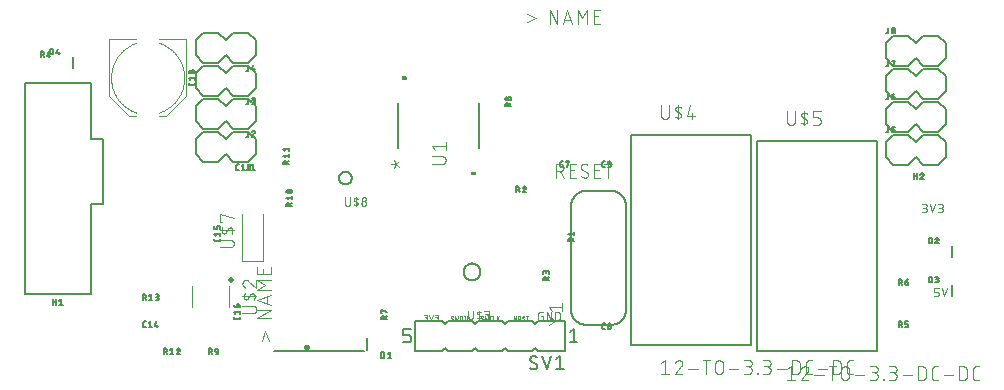
<source format=gbr>
G04 EAGLE Gerber X2 export*
%TF.Part,Single*%
%TF.FileFunction,Legend,Top,1*%
%TF.FilePolarity,Positive*%
%TF.GenerationSoftware,Autodesk,EAGLE,9.1.3*%
%TF.CreationDate,2019-04-01T20:10:06Z*%
G75*
%MOMM*%
%FSLAX34Y34*%
%LPD*%
%AMOC8*
5,1,8,0,0,1.08239X$1,22.5*%
G01*
%ADD10C,0.050800*%
%ADD11C,0.025400*%
%ADD12C,0.127000*%
%ADD13C,0.250000*%
%ADD14C,0.101600*%
%ADD15C,0.203200*%
%ADD16C,0.152400*%
%ADD17C,0.500000*%
%ADD18C,0.120000*%
%ADD19C,0.076200*%

G36*
X328257Y239651D02*
X328257Y239651D01*
X328259Y239650D01*
X328302Y239670D01*
X328346Y239688D01*
X328347Y239690D01*
X328348Y239691D01*
X328381Y239776D01*
X328381Y242316D01*
X328380Y242318D01*
X328381Y242320D01*
X328361Y242363D01*
X328343Y242407D01*
X328341Y242407D01*
X328340Y242409D01*
X328255Y242442D01*
X324445Y242442D01*
X324443Y242441D01*
X324441Y242442D01*
X324398Y242422D01*
X324354Y242404D01*
X324354Y242402D01*
X324352Y242401D01*
X324319Y242316D01*
X324319Y239776D01*
X324320Y239774D01*
X324319Y239772D01*
X324339Y239729D01*
X324357Y239685D01*
X324359Y239685D01*
X324360Y239683D01*
X324445Y239650D01*
X328255Y239650D01*
X328257Y239651D01*
G37*
G36*
X386757Y158879D02*
X386757Y158879D01*
X386759Y158878D01*
X386802Y158898D01*
X386846Y158916D01*
X386846Y158918D01*
X386848Y158919D01*
X386881Y159004D01*
X386881Y161544D01*
X386880Y161546D01*
X386881Y161548D01*
X386861Y161591D01*
X386843Y161635D01*
X386841Y161635D01*
X386840Y161637D01*
X386755Y161670D01*
X382945Y161670D01*
X382943Y161669D01*
X382941Y161670D01*
X382898Y161650D01*
X382854Y161632D01*
X382854Y161630D01*
X382852Y161629D01*
X382819Y161544D01*
X382819Y159004D01*
X382820Y159002D01*
X382819Y159000D01*
X382839Y158957D01*
X382857Y158913D01*
X382859Y158913D01*
X382860Y158911D01*
X382945Y158878D01*
X386755Y158878D01*
X386757Y158879D01*
G37*
D10*
X764794Y127254D02*
X766770Y127254D01*
X766857Y127256D01*
X766945Y127262D01*
X767032Y127271D01*
X767118Y127285D01*
X767204Y127302D01*
X767288Y127323D01*
X767372Y127348D01*
X767455Y127377D01*
X767536Y127409D01*
X767616Y127444D01*
X767694Y127483D01*
X767771Y127526D01*
X767845Y127572D01*
X767917Y127621D01*
X767987Y127673D01*
X768055Y127729D01*
X768120Y127787D01*
X768183Y127848D01*
X768242Y127912D01*
X768299Y127979D01*
X768353Y128047D01*
X768404Y128119D01*
X768451Y128192D01*
X768496Y128267D01*
X768537Y128345D01*
X768574Y128424D01*
X768608Y128504D01*
X768638Y128586D01*
X768665Y128669D01*
X768688Y128754D01*
X768707Y128839D01*
X768722Y128925D01*
X768734Y129012D01*
X768742Y129099D01*
X768746Y129186D01*
X768746Y129274D01*
X768742Y129361D01*
X768734Y129448D01*
X768722Y129535D01*
X768707Y129621D01*
X768688Y129706D01*
X768665Y129791D01*
X768638Y129874D01*
X768608Y129956D01*
X768574Y130036D01*
X768537Y130115D01*
X768496Y130193D01*
X768451Y130268D01*
X768404Y130341D01*
X768353Y130413D01*
X768299Y130481D01*
X768242Y130548D01*
X768183Y130612D01*
X768120Y130673D01*
X768055Y130731D01*
X767987Y130787D01*
X767917Y130839D01*
X767845Y130888D01*
X767771Y130934D01*
X767694Y130977D01*
X767616Y131016D01*
X767536Y131051D01*
X767455Y131083D01*
X767372Y131112D01*
X767288Y131137D01*
X767204Y131158D01*
X767118Y131175D01*
X767032Y131189D01*
X766945Y131198D01*
X766857Y131204D01*
X766770Y131206D01*
X767165Y134366D02*
X764794Y134366D01*
X767165Y134366D02*
X767244Y134364D01*
X767322Y134358D01*
X767400Y134348D01*
X767478Y134335D01*
X767555Y134317D01*
X767631Y134296D01*
X767705Y134271D01*
X767779Y134242D01*
X767851Y134210D01*
X767921Y134174D01*
X767989Y134134D01*
X768055Y134091D01*
X768119Y134045D01*
X768181Y133996D01*
X768240Y133944D01*
X768296Y133889D01*
X768350Y133831D01*
X768400Y133771D01*
X768448Y133708D01*
X768492Y133643D01*
X768533Y133576D01*
X768571Y133507D01*
X768605Y133436D01*
X768636Y133363D01*
X768663Y133289D01*
X768686Y133214D01*
X768705Y133138D01*
X768721Y133060D01*
X768733Y132982D01*
X768741Y132904D01*
X768745Y132825D01*
X768745Y132747D01*
X768741Y132668D01*
X768733Y132590D01*
X768721Y132512D01*
X768705Y132434D01*
X768686Y132358D01*
X768663Y132283D01*
X768636Y132209D01*
X768605Y132136D01*
X768571Y132065D01*
X768533Y131996D01*
X768492Y131929D01*
X768448Y131864D01*
X768400Y131801D01*
X768350Y131741D01*
X768296Y131683D01*
X768240Y131628D01*
X768181Y131576D01*
X768119Y131527D01*
X768055Y131481D01*
X767989Y131438D01*
X767921Y131398D01*
X767851Y131362D01*
X767779Y131330D01*
X767705Y131301D01*
X767631Y131276D01*
X767555Y131255D01*
X767478Y131237D01*
X767400Y131224D01*
X767322Y131214D01*
X767244Y131208D01*
X767165Y131206D01*
X767165Y131205D02*
X765584Y131205D01*
X771257Y134366D02*
X773628Y127254D01*
X775998Y134366D01*
X778510Y127254D02*
X780485Y127254D01*
X780572Y127256D01*
X780660Y127262D01*
X780747Y127271D01*
X780833Y127285D01*
X780919Y127302D01*
X781003Y127323D01*
X781087Y127348D01*
X781170Y127377D01*
X781251Y127409D01*
X781331Y127444D01*
X781409Y127483D01*
X781486Y127526D01*
X781560Y127572D01*
X781632Y127621D01*
X781702Y127673D01*
X781770Y127729D01*
X781835Y127787D01*
X781898Y127848D01*
X781957Y127912D01*
X782014Y127979D01*
X782068Y128047D01*
X782119Y128119D01*
X782166Y128192D01*
X782211Y128267D01*
X782252Y128345D01*
X782289Y128424D01*
X782323Y128504D01*
X782353Y128586D01*
X782380Y128669D01*
X782403Y128754D01*
X782422Y128839D01*
X782437Y128925D01*
X782449Y129012D01*
X782457Y129099D01*
X782461Y129186D01*
X782461Y129274D01*
X782457Y129361D01*
X782449Y129448D01*
X782437Y129535D01*
X782422Y129621D01*
X782403Y129706D01*
X782380Y129791D01*
X782353Y129874D01*
X782323Y129956D01*
X782289Y130036D01*
X782252Y130115D01*
X782211Y130193D01*
X782166Y130268D01*
X782119Y130341D01*
X782068Y130413D01*
X782014Y130481D01*
X781957Y130548D01*
X781898Y130612D01*
X781835Y130673D01*
X781770Y130731D01*
X781702Y130787D01*
X781632Y130839D01*
X781560Y130888D01*
X781486Y130934D01*
X781409Y130977D01*
X781331Y131016D01*
X781251Y131051D01*
X781170Y131083D01*
X781087Y131112D01*
X781003Y131137D01*
X780919Y131158D01*
X780833Y131175D01*
X780747Y131189D01*
X780660Y131198D01*
X780572Y131204D01*
X780485Y131206D01*
X780881Y134366D02*
X778510Y134366D01*
X780881Y134366D02*
X780960Y134364D01*
X781038Y134358D01*
X781116Y134348D01*
X781194Y134335D01*
X781271Y134317D01*
X781347Y134296D01*
X781421Y134271D01*
X781495Y134242D01*
X781567Y134210D01*
X781637Y134174D01*
X781705Y134134D01*
X781771Y134091D01*
X781835Y134045D01*
X781897Y133996D01*
X781956Y133944D01*
X782012Y133889D01*
X782066Y133831D01*
X782116Y133771D01*
X782164Y133708D01*
X782208Y133643D01*
X782249Y133576D01*
X782287Y133507D01*
X782321Y133436D01*
X782352Y133363D01*
X782379Y133289D01*
X782402Y133214D01*
X782421Y133138D01*
X782437Y133060D01*
X782449Y132982D01*
X782457Y132904D01*
X782461Y132825D01*
X782461Y132747D01*
X782457Y132668D01*
X782449Y132590D01*
X782437Y132512D01*
X782421Y132434D01*
X782402Y132358D01*
X782379Y132283D01*
X782352Y132209D01*
X782321Y132136D01*
X782287Y132065D01*
X782249Y131996D01*
X782208Y131929D01*
X782164Y131864D01*
X782116Y131801D01*
X782066Y131741D01*
X782012Y131683D01*
X781956Y131628D01*
X781897Y131576D01*
X781835Y131527D01*
X781771Y131481D01*
X781705Y131438D01*
X781637Y131398D01*
X781567Y131362D01*
X781495Y131330D01*
X781421Y131301D01*
X781347Y131276D01*
X781271Y131255D01*
X781194Y131237D01*
X781116Y131224D01*
X781038Y131214D01*
X780960Y131208D01*
X780881Y131206D01*
X780881Y131205D02*
X779300Y131205D01*
X777325Y56134D02*
X774954Y56134D01*
X777325Y56134D02*
X777403Y56136D01*
X777480Y56142D01*
X777557Y56151D01*
X777633Y56164D01*
X777709Y56181D01*
X777784Y56202D01*
X777857Y56226D01*
X777930Y56254D01*
X778001Y56286D01*
X778070Y56321D01*
X778137Y56359D01*
X778203Y56400D01*
X778266Y56445D01*
X778327Y56493D01*
X778386Y56543D01*
X778442Y56597D01*
X778496Y56653D01*
X778546Y56712D01*
X778594Y56773D01*
X778639Y56836D01*
X778680Y56902D01*
X778718Y56969D01*
X778753Y57038D01*
X778785Y57109D01*
X778813Y57182D01*
X778837Y57255D01*
X778858Y57330D01*
X778875Y57406D01*
X778888Y57482D01*
X778897Y57559D01*
X778903Y57636D01*
X778905Y57714D01*
X778905Y58505D01*
X778903Y58583D01*
X778897Y58660D01*
X778888Y58737D01*
X778875Y58813D01*
X778858Y58889D01*
X778837Y58964D01*
X778813Y59037D01*
X778785Y59110D01*
X778753Y59181D01*
X778718Y59250D01*
X778680Y59317D01*
X778639Y59383D01*
X778594Y59446D01*
X778546Y59507D01*
X778496Y59566D01*
X778442Y59622D01*
X778386Y59676D01*
X778327Y59726D01*
X778266Y59774D01*
X778203Y59819D01*
X778137Y59860D01*
X778070Y59898D01*
X778001Y59933D01*
X777930Y59965D01*
X777857Y59993D01*
X777784Y60017D01*
X777709Y60038D01*
X777633Y60055D01*
X777557Y60068D01*
X777480Y60077D01*
X777403Y60083D01*
X777325Y60085D01*
X774954Y60085D01*
X774954Y63246D01*
X778905Y63246D01*
X781417Y63246D02*
X783788Y56134D01*
X786158Y63246D01*
X344424Y35814D02*
X343154Y35814D01*
X344424Y35814D02*
X344494Y35816D01*
X344564Y35822D01*
X344633Y35831D01*
X344702Y35845D01*
X344770Y35862D01*
X344836Y35883D01*
X344902Y35907D01*
X344966Y35935D01*
X345028Y35967D01*
X345089Y36002D01*
X345148Y36040D01*
X345204Y36082D01*
X345258Y36126D01*
X345310Y36174D01*
X345358Y36224D01*
X345404Y36277D01*
X345447Y36332D01*
X345487Y36389D01*
X345524Y36449D01*
X345557Y36511D01*
X345587Y36574D01*
X345613Y36639D01*
X345636Y36705D01*
X345655Y36772D01*
X345670Y36841D01*
X345682Y36910D01*
X345690Y36979D01*
X345694Y37049D01*
X345694Y37119D01*
X345690Y37189D01*
X345682Y37258D01*
X345670Y37327D01*
X345655Y37396D01*
X345636Y37463D01*
X345613Y37529D01*
X345587Y37594D01*
X345557Y37657D01*
X345524Y37719D01*
X345487Y37779D01*
X345447Y37836D01*
X345404Y37891D01*
X345358Y37944D01*
X345310Y37994D01*
X345258Y38042D01*
X345204Y38086D01*
X345148Y38128D01*
X345089Y38166D01*
X345028Y38201D01*
X344966Y38233D01*
X344902Y38261D01*
X344836Y38285D01*
X344770Y38306D01*
X344702Y38323D01*
X344633Y38337D01*
X344564Y38346D01*
X344494Y38352D01*
X344424Y38354D01*
X344678Y40386D02*
X343154Y40386D01*
X344678Y40386D02*
X344741Y40384D01*
X344803Y40378D01*
X344865Y40369D01*
X344926Y40355D01*
X344986Y40338D01*
X345045Y40317D01*
X345103Y40293D01*
X345159Y40265D01*
X345213Y40234D01*
X345265Y40199D01*
X345315Y40162D01*
X345362Y40121D01*
X345407Y40077D01*
X345450Y40031D01*
X345489Y39982D01*
X345525Y39931D01*
X345558Y39878D01*
X345587Y39823D01*
X345614Y39766D01*
X345636Y39708D01*
X345655Y39648D01*
X345670Y39587D01*
X345682Y39526D01*
X345690Y39464D01*
X345694Y39401D01*
X345694Y39339D01*
X345690Y39276D01*
X345682Y39214D01*
X345670Y39153D01*
X345655Y39092D01*
X345636Y39032D01*
X345614Y38974D01*
X345587Y38917D01*
X345558Y38862D01*
X345525Y38809D01*
X345489Y38758D01*
X345450Y38709D01*
X345407Y38663D01*
X345362Y38619D01*
X345315Y38578D01*
X345265Y38541D01*
X345213Y38506D01*
X345159Y38475D01*
X345103Y38447D01*
X345045Y38423D01*
X344986Y38402D01*
X344926Y38385D01*
X344865Y38371D01*
X344803Y38362D01*
X344741Y38356D01*
X344678Y38354D01*
X343662Y38354D01*
X347472Y40386D02*
X348996Y35814D01*
X350520Y40386D01*
X352298Y35814D02*
X353568Y35814D01*
X353638Y35816D01*
X353708Y35822D01*
X353777Y35831D01*
X353846Y35845D01*
X353914Y35862D01*
X353980Y35883D01*
X354046Y35907D01*
X354110Y35935D01*
X354172Y35967D01*
X354233Y36002D01*
X354292Y36040D01*
X354348Y36082D01*
X354402Y36126D01*
X354454Y36174D01*
X354502Y36224D01*
X354548Y36277D01*
X354591Y36332D01*
X354631Y36389D01*
X354668Y36449D01*
X354701Y36511D01*
X354731Y36574D01*
X354757Y36639D01*
X354780Y36705D01*
X354799Y36772D01*
X354814Y36841D01*
X354826Y36910D01*
X354834Y36979D01*
X354838Y37049D01*
X354838Y37119D01*
X354834Y37189D01*
X354826Y37258D01*
X354814Y37327D01*
X354799Y37396D01*
X354780Y37463D01*
X354757Y37529D01*
X354731Y37594D01*
X354701Y37657D01*
X354668Y37719D01*
X354631Y37779D01*
X354591Y37836D01*
X354548Y37891D01*
X354502Y37944D01*
X354454Y37994D01*
X354402Y38042D01*
X354348Y38086D01*
X354292Y38128D01*
X354233Y38166D01*
X354172Y38201D01*
X354110Y38233D01*
X354046Y38261D01*
X353980Y38285D01*
X353914Y38306D01*
X353846Y38323D01*
X353777Y38337D01*
X353708Y38346D01*
X353638Y38352D01*
X353568Y38354D01*
X353822Y40386D02*
X352298Y40386D01*
X353822Y40386D02*
X353885Y40384D01*
X353947Y40378D01*
X354009Y40369D01*
X354070Y40355D01*
X354130Y40338D01*
X354189Y40317D01*
X354247Y40293D01*
X354303Y40265D01*
X354357Y40234D01*
X354409Y40199D01*
X354459Y40162D01*
X354506Y40121D01*
X354551Y40077D01*
X354594Y40031D01*
X354633Y39982D01*
X354669Y39931D01*
X354702Y39878D01*
X354731Y39823D01*
X354758Y39766D01*
X354780Y39708D01*
X354799Y39648D01*
X354814Y39587D01*
X354826Y39526D01*
X354834Y39464D01*
X354838Y39401D01*
X354838Y39339D01*
X354834Y39276D01*
X354826Y39214D01*
X354814Y39153D01*
X354799Y39092D01*
X354780Y39032D01*
X354758Y38974D01*
X354731Y38917D01*
X354702Y38862D01*
X354669Y38809D01*
X354633Y38758D01*
X354594Y38709D01*
X354551Y38663D01*
X354506Y38619D01*
X354459Y38578D01*
X354409Y38541D01*
X354357Y38506D01*
X354303Y38475D01*
X354247Y38447D01*
X354189Y38423D01*
X354130Y38402D01*
X354070Y38385D01*
X354009Y38371D01*
X353947Y38362D01*
X353885Y38356D01*
X353822Y38354D01*
X352806Y38354D01*
D11*
X367072Y35687D02*
X367126Y35689D01*
X367180Y35694D01*
X367233Y35704D01*
X367285Y35716D01*
X367337Y35733D01*
X367387Y35752D01*
X367435Y35776D01*
X367482Y35802D01*
X367528Y35832D01*
X367571Y35864D01*
X367611Y35900D01*
X367649Y35938D01*
X367685Y35978D01*
X367717Y36021D01*
X367747Y36067D01*
X367773Y36114D01*
X367797Y36162D01*
X367816Y36212D01*
X367833Y36264D01*
X367845Y36316D01*
X367855Y36369D01*
X367860Y36423D01*
X367862Y36477D01*
X367072Y35687D02*
X366995Y35689D01*
X366917Y35694D01*
X366840Y35703D01*
X366764Y35716D01*
X366688Y35732D01*
X366613Y35751D01*
X366539Y35774D01*
X366466Y35801D01*
X366394Y35831D01*
X366324Y35864D01*
X366256Y35900D01*
X366189Y35940D01*
X366124Y35982D01*
X366062Y36028D01*
X366001Y36076D01*
X365943Y36127D01*
X365887Y36181D01*
X365986Y38453D02*
X365988Y38507D01*
X365993Y38561D01*
X366003Y38614D01*
X366015Y38666D01*
X366032Y38718D01*
X366051Y38768D01*
X366075Y38816D01*
X366101Y38863D01*
X366131Y38909D01*
X366163Y38952D01*
X366199Y38992D01*
X366237Y39030D01*
X366277Y39066D01*
X366320Y39098D01*
X366366Y39128D01*
X366413Y39154D01*
X366461Y39178D01*
X366511Y39197D01*
X366563Y39214D01*
X366615Y39226D01*
X366668Y39236D01*
X366722Y39241D01*
X366776Y39243D01*
X366849Y39241D01*
X366922Y39236D01*
X366995Y39227D01*
X367068Y39214D01*
X367139Y39198D01*
X367210Y39178D01*
X367279Y39155D01*
X367348Y39128D01*
X367415Y39098D01*
X367480Y39065D01*
X367544Y39029D01*
X367605Y38989D01*
X367665Y38947D01*
X366380Y37761D02*
X366333Y37791D01*
X366289Y37824D01*
X366246Y37860D01*
X366207Y37899D01*
X366170Y37940D01*
X366136Y37984D01*
X366105Y38031D01*
X366077Y38079D01*
X366053Y38129D01*
X366033Y38181D01*
X366016Y38233D01*
X366002Y38287D01*
X365993Y38342D01*
X365987Y38397D01*
X365985Y38453D01*
X367468Y37169D02*
X367515Y37139D01*
X367559Y37106D01*
X367602Y37070D01*
X367641Y37031D01*
X367678Y36989D01*
X367712Y36945D01*
X367743Y36899D01*
X367771Y36851D01*
X367795Y36801D01*
X367815Y36749D01*
X367832Y36696D01*
X367846Y36643D01*
X367855Y36588D01*
X367861Y36533D01*
X367863Y36477D01*
X367467Y37169D02*
X366381Y37761D01*
X369066Y39243D02*
X369856Y35687D01*
X370647Y38058D01*
X371437Y35687D01*
X372227Y39243D01*
X373659Y39243D02*
X373659Y35687D01*
X373659Y39243D02*
X374647Y39243D01*
X374709Y39241D01*
X374771Y39235D01*
X374832Y39225D01*
X374893Y39212D01*
X374952Y39195D01*
X375011Y39174D01*
X375068Y39149D01*
X375123Y39121D01*
X375176Y39089D01*
X375228Y39054D01*
X375277Y39016D01*
X375323Y38975D01*
X375367Y38931D01*
X375408Y38885D01*
X375446Y38836D01*
X375481Y38784D01*
X375513Y38731D01*
X375541Y38676D01*
X375566Y38619D01*
X375587Y38560D01*
X375604Y38501D01*
X375617Y38440D01*
X375627Y38379D01*
X375633Y38317D01*
X375635Y38255D01*
X375635Y36675D01*
X375633Y36613D01*
X375627Y36551D01*
X375617Y36490D01*
X375604Y36429D01*
X375587Y36370D01*
X375566Y36311D01*
X375541Y36254D01*
X375513Y36199D01*
X375481Y36146D01*
X375446Y36094D01*
X375408Y36045D01*
X375367Y35999D01*
X375323Y35955D01*
X375277Y35914D01*
X375228Y35876D01*
X375176Y35841D01*
X375123Y35809D01*
X375068Y35781D01*
X375011Y35756D01*
X374952Y35735D01*
X374893Y35718D01*
X374832Y35705D01*
X374771Y35695D01*
X374709Y35689D01*
X374647Y35687D01*
X373659Y35687D01*
X377505Y35687D02*
X377505Y39243D01*
X377109Y35687D02*
X377900Y35687D01*
X377900Y39243D02*
X377109Y39243D01*
X379260Y38255D02*
X379260Y36675D01*
X379260Y38255D02*
X379262Y38317D01*
X379268Y38379D01*
X379278Y38440D01*
X379291Y38501D01*
X379308Y38560D01*
X379329Y38619D01*
X379354Y38676D01*
X379382Y38731D01*
X379414Y38784D01*
X379449Y38836D01*
X379487Y38885D01*
X379528Y38931D01*
X379572Y38975D01*
X379618Y39016D01*
X379667Y39054D01*
X379719Y39089D01*
X379772Y39121D01*
X379827Y39149D01*
X379884Y39174D01*
X379943Y39195D01*
X380002Y39212D01*
X380063Y39225D01*
X380124Y39235D01*
X380186Y39241D01*
X380248Y39243D01*
X380310Y39241D01*
X380372Y39235D01*
X380433Y39225D01*
X380494Y39212D01*
X380553Y39195D01*
X380612Y39174D01*
X380669Y39149D01*
X380724Y39121D01*
X380777Y39089D01*
X380829Y39054D01*
X380878Y39016D01*
X380924Y38975D01*
X380968Y38931D01*
X381009Y38885D01*
X381047Y38836D01*
X381082Y38784D01*
X381114Y38731D01*
X381142Y38676D01*
X381167Y38619D01*
X381188Y38560D01*
X381205Y38501D01*
X381218Y38440D01*
X381228Y38379D01*
X381234Y38317D01*
X381236Y38255D01*
X381236Y36675D01*
X381234Y36613D01*
X381228Y36551D01*
X381218Y36490D01*
X381205Y36429D01*
X381188Y36370D01*
X381167Y36311D01*
X381142Y36254D01*
X381114Y36199D01*
X381082Y36146D01*
X381047Y36094D01*
X381009Y36045D01*
X380968Y35999D01*
X380924Y35955D01*
X380878Y35914D01*
X380829Y35876D01*
X380777Y35841D01*
X380724Y35809D01*
X380669Y35781D01*
X380612Y35756D01*
X380553Y35735D01*
X380494Y35718D01*
X380433Y35705D01*
X380372Y35695D01*
X380310Y35689D01*
X380248Y35687D01*
X380186Y35689D01*
X380124Y35695D01*
X380063Y35705D01*
X380002Y35718D01*
X379943Y35735D01*
X379884Y35756D01*
X379827Y35781D01*
X379772Y35809D01*
X379719Y35841D01*
X379667Y35876D01*
X379618Y35914D01*
X379572Y35955D01*
X379528Y35999D01*
X379487Y36045D01*
X379449Y36094D01*
X379414Y36146D01*
X379382Y36199D01*
X379354Y36254D01*
X379329Y36311D01*
X379308Y36370D01*
X379291Y36429D01*
X379278Y36490D01*
X379268Y36551D01*
X379262Y36613D01*
X379260Y36675D01*
X392472Y35687D02*
X392526Y35689D01*
X392580Y35694D01*
X392633Y35704D01*
X392685Y35716D01*
X392737Y35733D01*
X392787Y35752D01*
X392835Y35776D01*
X392882Y35802D01*
X392928Y35832D01*
X392971Y35864D01*
X393011Y35900D01*
X393049Y35938D01*
X393085Y35978D01*
X393117Y36021D01*
X393147Y36067D01*
X393173Y36114D01*
X393197Y36162D01*
X393216Y36212D01*
X393233Y36264D01*
X393245Y36316D01*
X393255Y36369D01*
X393260Y36423D01*
X393262Y36477D01*
X392472Y35687D02*
X392395Y35689D01*
X392317Y35694D01*
X392240Y35703D01*
X392164Y35716D01*
X392088Y35732D01*
X392013Y35751D01*
X391939Y35774D01*
X391866Y35801D01*
X391794Y35831D01*
X391724Y35864D01*
X391656Y35900D01*
X391589Y35940D01*
X391524Y35982D01*
X391462Y36028D01*
X391401Y36076D01*
X391343Y36127D01*
X391287Y36181D01*
X391386Y38453D02*
X391388Y38507D01*
X391393Y38561D01*
X391403Y38614D01*
X391415Y38666D01*
X391432Y38718D01*
X391451Y38768D01*
X391475Y38816D01*
X391501Y38863D01*
X391531Y38909D01*
X391563Y38952D01*
X391599Y38992D01*
X391637Y39030D01*
X391677Y39066D01*
X391720Y39098D01*
X391766Y39128D01*
X391813Y39154D01*
X391861Y39178D01*
X391911Y39197D01*
X391963Y39214D01*
X392015Y39226D01*
X392068Y39236D01*
X392122Y39241D01*
X392176Y39243D01*
X392249Y39241D01*
X392322Y39236D01*
X392395Y39227D01*
X392468Y39214D01*
X392539Y39198D01*
X392610Y39178D01*
X392679Y39155D01*
X392748Y39128D01*
X392815Y39098D01*
X392880Y39065D01*
X392944Y39029D01*
X393005Y38989D01*
X393065Y38947D01*
X391780Y37761D02*
X391733Y37791D01*
X391689Y37824D01*
X391646Y37860D01*
X391607Y37899D01*
X391570Y37940D01*
X391536Y37984D01*
X391505Y38031D01*
X391477Y38079D01*
X391453Y38129D01*
X391433Y38181D01*
X391416Y38233D01*
X391402Y38287D01*
X391393Y38342D01*
X391387Y38397D01*
X391385Y38453D01*
X392868Y37169D02*
X392915Y37139D01*
X392959Y37106D01*
X393002Y37070D01*
X393041Y37031D01*
X393078Y36989D01*
X393112Y36945D01*
X393143Y36899D01*
X393171Y36851D01*
X393195Y36801D01*
X393215Y36749D01*
X393232Y36696D01*
X393246Y36643D01*
X393255Y36588D01*
X393261Y36533D01*
X393263Y36477D01*
X392867Y37169D02*
X391781Y37761D01*
X394466Y39243D02*
X395256Y35687D01*
X396047Y38058D01*
X396837Y35687D01*
X397627Y39243D01*
X399726Y35687D02*
X400516Y35687D01*
X399726Y35687D02*
X399672Y35689D01*
X399618Y35694D01*
X399565Y35704D01*
X399513Y35716D01*
X399461Y35733D01*
X399411Y35752D01*
X399363Y35776D01*
X399316Y35802D01*
X399270Y35832D01*
X399227Y35864D01*
X399187Y35900D01*
X399149Y35938D01*
X399113Y35978D01*
X399081Y36021D01*
X399051Y36067D01*
X399025Y36114D01*
X399001Y36162D01*
X398982Y36212D01*
X398965Y36264D01*
X398953Y36316D01*
X398943Y36369D01*
X398938Y36423D01*
X398936Y36477D01*
X398936Y38453D01*
X398938Y38507D01*
X398943Y38561D01*
X398953Y38614D01*
X398965Y38666D01*
X398982Y38718D01*
X399001Y38768D01*
X399025Y38816D01*
X399051Y38863D01*
X399081Y38909D01*
X399113Y38952D01*
X399149Y38992D01*
X399187Y39030D01*
X399227Y39066D01*
X399270Y39098D01*
X399316Y39128D01*
X399363Y39154D01*
X399411Y39178D01*
X399461Y39197D01*
X399513Y39214D01*
X399565Y39226D01*
X399618Y39236D01*
X399672Y39241D01*
X399726Y39243D01*
X400516Y39243D01*
X401923Y39243D02*
X401923Y35687D01*
X403503Y35687D01*
X404935Y35687D02*
X404935Y39243D01*
X406911Y39243D02*
X404935Y37070D01*
X405725Y37860D02*
X406911Y35687D01*
X419227Y35687D02*
X419227Y39243D01*
X421203Y35687D01*
X421203Y39243D01*
X422905Y39243D02*
X422905Y35687D01*
X422905Y39243D02*
X423893Y39243D01*
X423955Y39241D01*
X424017Y39235D01*
X424078Y39225D01*
X424139Y39212D01*
X424198Y39195D01*
X424257Y39174D01*
X424314Y39149D01*
X424369Y39121D01*
X424422Y39089D01*
X424474Y39054D01*
X424523Y39016D01*
X424569Y38975D01*
X424613Y38931D01*
X424654Y38885D01*
X424692Y38836D01*
X424727Y38784D01*
X424759Y38731D01*
X424787Y38676D01*
X424812Y38619D01*
X424833Y38560D01*
X424850Y38501D01*
X424863Y38440D01*
X424873Y38379D01*
X424879Y38317D01*
X424881Y38255D01*
X424879Y38193D01*
X424873Y38131D01*
X424863Y38070D01*
X424850Y38009D01*
X424833Y37950D01*
X424812Y37891D01*
X424787Y37834D01*
X424759Y37779D01*
X424727Y37726D01*
X424692Y37674D01*
X424654Y37625D01*
X424613Y37579D01*
X424569Y37535D01*
X424523Y37494D01*
X424474Y37456D01*
X424422Y37421D01*
X424369Y37389D01*
X424314Y37361D01*
X424257Y37336D01*
X424198Y37315D01*
X424139Y37298D01*
X424078Y37285D01*
X424017Y37275D01*
X423955Y37269D01*
X423893Y37267D01*
X422905Y37267D01*
X424090Y37267D02*
X424880Y35687D01*
X427385Y35687D02*
X427439Y35689D01*
X427493Y35694D01*
X427546Y35704D01*
X427598Y35716D01*
X427650Y35733D01*
X427700Y35752D01*
X427748Y35776D01*
X427795Y35802D01*
X427841Y35832D01*
X427884Y35864D01*
X427924Y35900D01*
X427962Y35938D01*
X427998Y35978D01*
X428030Y36021D01*
X428060Y36067D01*
X428086Y36114D01*
X428110Y36162D01*
X428129Y36212D01*
X428146Y36264D01*
X428158Y36316D01*
X428168Y36369D01*
X428173Y36423D01*
X428175Y36477D01*
X427384Y35687D02*
X427307Y35689D01*
X427229Y35694D01*
X427152Y35703D01*
X427076Y35716D01*
X427000Y35732D01*
X426925Y35751D01*
X426851Y35774D01*
X426778Y35801D01*
X426706Y35831D01*
X426636Y35864D01*
X426568Y35900D01*
X426501Y35940D01*
X426436Y35982D01*
X426374Y36028D01*
X426313Y36076D01*
X426255Y36127D01*
X426199Y36181D01*
X426298Y38453D02*
X426300Y38507D01*
X426305Y38561D01*
X426315Y38614D01*
X426327Y38666D01*
X426344Y38718D01*
X426363Y38768D01*
X426387Y38816D01*
X426413Y38863D01*
X426443Y38909D01*
X426475Y38952D01*
X426511Y38992D01*
X426549Y39030D01*
X426589Y39066D01*
X426632Y39098D01*
X426678Y39128D01*
X426725Y39154D01*
X426773Y39178D01*
X426823Y39197D01*
X426875Y39214D01*
X426927Y39226D01*
X426980Y39236D01*
X427034Y39241D01*
X427088Y39243D01*
X427161Y39241D01*
X427234Y39236D01*
X427307Y39227D01*
X427380Y39214D01*
X427451Y39198D01*
X427522Y39178D01*
X427591Y39155D01*
X427660Y39128D01*
X427727Y39098D01*
X427792Y39065D01*
X427856Y39029D01*
X427917Y38989D01*
X427977Y38947D01*
X426693Y37761D02*
X426646Y37791D01*
X426602Y37824D01*
X426559Y37860D01*
X426520Y37899D01*
X426483Y37940D01*
X426449Y37984D01*
X426418Y38031D01*
X426390Y38079D01*
X426366Y38129D01*
X426346Y38181D01*
X426329Y38233D01*
X426315Y38287D01*
X426306Y38342D01*
X426300Y38397D01*
X426298Y38453D01*
X427780Y37169D02*
X427827Y37139D01*
X427871Y37106D01*
X427914Y37070D01*
X427953Y37031D01*
X427990Y36989D01*
X428024Y36945D01*
X428055Y36899D01*
X428083Y36851D01*
X428107Y36801D01*
X428127Y36749D01*
X428144Y36696D01*
X428158Y36643D01*
X428167Y36588D01*
X428173Y36533D01*
X428175Y36477D01*
X427780Y37169D02*
X426693Y37761D01*
X430273Y39243D02*
X430273Y35687D01*
X429285Y39243D02*
X431261Y39243D01*
D10*
X442440Y39765D02*
X443625Y39765D01*
X443625Y35814D01*
X441254Y35814D01*
X441176Y35816D01*
X441099Y35822D01*
X441022Y35831D01*
X440946Y35844D01*
X440870Y35861D01*
X440795Y35882D01*
X440722Y35906D01*
X440649Y35934D01*
X440578Y35966D01*
X440509Y36001D01*
X440442Y36039D01*
X440376Y36080D01*
X440313Y36125D01*
X440252Y36173D01*
X440193Y36223D01*
X440137Y36277D01*
X440083Y36333D01*
X440033Y36392D01*
X439985Y36453D01*
X439940Y36516D01*
X439899Y36582D01*
X439861Y36649D01*
X439826Y36718D01*
X439794Y36789D01*
X439766Y36862D01*
X439742Y36935D01*
X439721Y37010D01*
X439704Y37086D01*
X439691Y37162D01*
X439682Y37239D01*
X439676Y37316D01*
X439674Y37394D01*
X439674Y41346D01*
X439676Y41424D01*
X439682Y41501D01*
X439691Y41578D01*
X439704Y41654D01*
X439721Y41730D01*
X439742Y41805D01*
X439766Y41878D01*
X439794Y41951D01*
X439826Y42022D01*
X439861Y42091D01*
X439899Y42158D01*
X439940Y42224D01*
X439985Y42287D01*
X440033Y42348D01*
X440083Y42407D01*
X440137Y42463D01*
X440193Y42517D01*
X440252Y42567D01*
X440313Y42615D01*
X440376Y42660D01*
X440442Y42701D01*
X440509Y42739D01*
X440578Y42774D01*
X440649Y42806D01*
X440722Y42834D01*
X440795Y42858D01*
X440870Y42879D01*
X440946Y42896D01*
X441022Y42909D01*
X441099Y42918D01*
X441176Y42924D01*
X441254Y42926D01*
X443625Y42926D01*
X446989Y42926D02*
X446989Y35814D01*
X450940Y35814D02*
X446989Y42926D01*
X450940Y42926D02*
X450940Y35814D01*
X454304Y35814D02*
X454304Y42926D01*
X456280Y42926D01*
X456366Y42924D01*
X456452Y42918D01*
X456538Y42909D01*
X456623Y42896D01*
X456708Y42879D01*
X456791Y42859D01*
X456874Y42835D01*
X456956Y42807D01*
X457036Y42776D01*
X457115Y42741D01*
X457192Y42703D01*
X457268Y42661D01*
X457342Y42617D01*
X457413Y42569D01*
X457483Y42518D01*
X457550Y42464D01*
X457615Y42407D01*
X457677Y42347D01*
X457737Y42285D01*
X457794Y42220D01*
X457848Y42153D01*
X457899Y42083D01*
X457947Y42012D01*
X457991Y41938D01*
X458033Y41862D01*
X458071Y41785D01*
X458106Y41706D01*
X458137Y41626D01*
X458165Y41544D01*
X458189Y41461D01*
X458209Y41378D01*
X458226Y41293D01*
X458239Y41208D01*
X458248Y41122D01*
X458254Y41036D01*
X458256Y40950D01*
X458255Y40950D02*
X458255Y37790D01*
X458256Y37790D02*
X458254Y37704D01*
X458248Y37618D01*
X458239Y37532D01*
X458226Y37447D01*
X458209Y37362D01*
X458189Y37279D01*
X458165Y37196D01*
X458137Y37114D01*
X458106Y37034D01*
X458071Y36955D01*
X458033Y36878D01*
X457991Y36802D01*
X457947Y36728D01*
X457899Y36657D01*
X457848Y36587D01*
X457794Y36520D01*
X457737Y36455D01*
X457677Y36393D01*
X457615Y36333D01*
X457550Y36276D01*
X457483Y36222D01*
X457413Y36171D01*
X457342Y36123D01*
X457268Y36079D01*
X457192Y36037D01*
X457115Y35999D01*
X457036Y35964D01*
X456956Y35933D01*
X456874Y35905D01*
X456791Y35881D01*
X456708Y35861D01*
X456623Y35844D01*
X456538Y35831D01*
X456452Y35822D01*
X456366Y35816D01*
X456280Y35814D01*
X454304Y35814D01*
D12*
X186261Y163195D02*
X185188Y163195D01*
X185123Y163197D01*
X185059Y163203D01*
X184995Y163213D01*
X184931Y163226D01*
X184869Y163244D01*
X184808Y163265D01*
X184748Y163289D01*
X184690Y163318D01*
X184633Y163350D01*
X184579Y163385D01*
X184527Y163423D01*
X184477Y163465D01*
X184430Y163509D01*
X184386Y163556D01*
X184344Y163606D01*
X184306Y163658D01*
X184271Y163712D01*
X184239Y163769D01*
X184210Y163827D01*
X184186Y163887D01*
X184165Y163948D01*
X184147Y164010D01*
X184134Y164074D01*
X184124Y164138D01*
X184118Y164202D01*
X184116Y164267D01*
X184116Y166949D01*
X184118Y167014D01*
X184124Y167078D01*
X184134Y167142D01*
X184147Y167206D01*
X184165Y167268D01*
X184186Y167329D01*
X184210Y167389D01*
X184239Y167447D01*
X184271Y167504D01*
X184306Y167558D01*
X184344Y167610D01*
X184386Y167660D01*
X184430Y167707D01*
X184477Y167751D01*
X184527Y167793D01*
X184579Y167831D01*
X184633Y167866D01*
X184690Y167898D01*
X184748Y167927D01*
X184808Y167951D01*
X184869Y167972D01*
X184931Y167990D01*
X184995Y168003D01*
X185059Y168013D01*
X185123Y168019D01*
X185188Y168021D01*
X186261Y168021D01*
X188717Y166949D02*
X190057Y168021D01*
X190057Y163195D01*
X188717Y163195D02*
X191398Y163195D01*
X194203Y166949D02*
X195544Y168021D01*
X195544Y163195D01*
X196884Y163195D02*
X194203Y163195D01*
X107521Y30099D02*
X106448Y30099D01*
X106383Y30101D01*
X106319Y30107D01*
X106255Y30117D01*
X106191Y30130D01*
X106129Y30148D01*
X106068Y30169D01*
X106008Y30193D01*
X105950Y30222D01*
X105893Y30254D01*
X105839Y30289D01*
X105787Y30327D01*
X105737Y30369D01*
X105690Y30413D01*
X105646Y30460D01*
X105604Y30510D01*
X105566Y30562D01*
X105531Y30616D01*
X105499Y30673D01*
X105470Y30731D01*
X105446Y30791D01*
X105425Y30852D01*
X105407Y30914D01*
X105394Y30978D01*
X105384Y31042D01*
X105378Y31106D01*
X105376Y31171D01*
X105376Y33853D01*
X105378Y33918D01*
X105384Y33982D01*
X105394Y34046D01*
X105407Y34110D01*
X105425Y34172D01*
X105446Y34233D01*
X105470Y34293D01*
X105499Y34351D01*
X105531Y34408D01*
X105566Y34462D01*
X105604Y34514D01*
X105646Y34564D01*
X105690Y34611D01*
X105737Y34655D01*
X105787Y34697D01*
X105839Y34735D01*
X105893Y34770D01*
X105950Y34802D01*
X106008Y34831D01*
X106068Y34855D01*
X106129Y34876D01*
X106191Y34894D01*
X106255Y34907D01*
X106319Y34917D01*
X106383Y34923D01*
X106448Y34925D01*
X107521Y34925D01*
X109977Y33853D02*
X111317Y34925D01*
X111317Y30099D01*
X109977Y30099D02*
X112658Y30099D01*
X115463Y31171D02*
X116535Y34925D01*
X115463Y31171D02*
X118144Y31171D01*
X117340Y32244D02*
X117340Y30099D01*
X170561Y103908D02*
X170561Y104981D01*
X170561Y103908D02*
X170559Y103843D01*
X170553Y103779D01*
X170543Y103715D01*
X170530Y103651D01*
X170512Y103589D01*
X170491Y103528D01*
X170467Y103468D01*
X170438Y103410D01*
X170406Y103353D01*
X170371Y103299D01*
X170333Y103247D01*
X170291Y103197D01*
X170247Y103150D01*
X170200Y103106D01*
X170150Y103064D01*
X170098Y103026D01*
X170044Y102991D01*
X169987Y102959D01*
X169929Y102930D01*
X169869Y102906D01*
X169808Y102885D01*
X169746Y102867D01*
X169682Y102854D01*
X169618Y102844D01*
X169554Y102838D01*
X169489Y102836D01*
X166807Y102836D01*
X166807Y102835D02*
X166742Y102837D01*
X166678Y102843D01*
X166614Y102853D01*
X166550Y102866D01*
X166488Y102884D01*
X166427Y102905D01*
X166367Y102930D01*
X166308Y102958D01*
X166252Y102990D01*
X166197Y103025D01*
X166145Y103063D01*
X166095Y103105D01*
X166048Y103149D01*
X166004Y103196D01*
X165962Y103246D01*
X165924Y103298D01*
X165889Y103353D01*
X165857Y103409D01*
X165829Y103468D01*
X165804Y103527D01*
X165783Y103589D01*
X165765Y103651D01*
X165752Y103715D01*
X165742Y103779D01*
X165736Y103843D01*
X165734Y103908D01*
X165735Y103908D02*
X165735Y104981D01*
X166807Y107437D02*
X165735Y108777D01*
X170561Y108777D01*
X170561Y107437D02*
X170561Y110118D01*
X170561Y112923D02*
X170561Y114532D01*
X170559Y114597D01*
X170553Y114661D01*
X170543Y114725D01*
X170530Y114789D01*
X170512Y114851D01*
X170491Y114912D01*
X170467Y114972D01*
X170438Y115030D01*
X170406Y115087D01*
X170371Y115141D01*
X170333Y115193D01*
X170291Y115243D01*
X170247Y115290D01*
X170200Y115334D01*
X170150Y115376D01*
X170098Y115414D01*
X170044Y115449D01*
X169987Y115481D01*
X169929Y115510D01*
X169869Y115534D01*
X169808Y115555D01*
X169746Y115573D01*
X169682Y115586D01*
X169618Y115596D01*
X169554Y115602D01*
X169489Y115604D01*
X168952Y115604D01*
X168887Y115602D01*
X168823Y115596D01*
X168759Y115586D01*
X168695Y115573D01*
X168633Y115555D01*
X168572Y115534D01*
X168512Y115510D01*
X168454Y115481D01*
X168397Y115449D01*
X168343Y115414D01*
X168291Y115376D01*
X168241Y115334D01*
X168194Y115290D01*
X168150Y115243D01*
X168108Y115193D01*
X168070Y115141D01*
X168035Y115087D01*
X168003Y115030D01*
X167974Y114972D01*
X167950Y114912D01*
X167929Y114851D01*
X167911Y114789D01*
X167898Y114725D01*
X167888Y114661D01*
X167882Y114597D01*
X167880Y114532D01*
X167880Y112923D01*
X165735Y112923D01*
X165735Y115604D01*
X187325Y38941D02*
X187325Y37868D01*
X187323Y37803D01*
X187317Y37739D01*
X187307Y37675D01*
X187294Y37611D01*
X187276Y37549D01*
X187255Y37488D01*
X187231Y37428D01*
X187202Y37370D01*
X187170Y37313D01*
X187135Y37259D01*
X187097Y37207D01*
X187055Y37157D01*
X187011Y37110D01*
X186964Y37066D01*
X186914Y37024D01*
X186862Y36986D01*
X186808Y36951D01*
X186751Y36919D01*
X186693Y36890D01*
X186633Y36866D01*
X186572Y36845D01*
X186510Y36827D01*
X186446Y36814D01*
X186382Y36804D01*
X186318Y36798D01*
X186253Y36796D01*
X183571Y36796D01*
X183571Y36795D02*
X183506Y36797D01*
X183442Y36803D01*
X183378Y36813D01*
X183314Y36826D01*
X183252Y36844D01*
X183191Y36865D01*
X183131Y36890D01*
X183072Y36918D01*
X183016Y36950D01*
X182961Y36985D01*
X182909Y37023D01*
X182859Y37065D01*
X182812Y37109D01*
X182768Y37156D01*
X182726Y37206D01*
X182688Y37258D01*
X182653Y37313D01*
X182621Y37369D01*
X182593Y37428D01*
X182568Y37487D01*
X182547Y37549D01*
X182529Y37611D01*
X182516Y37675D01*
X182506Y37739D01*
X182500Y37803D01*
X182498Y37868D01*
X182499Y37868D02*
X182499Y38941D01*
X183571Y41397D02*
X182499Y42737D01*
X187325Y42737D01*
X187325Y41397D02*
X187325Y44078D01*
X184644Y46883D02*
X184644Y48492D01*
X184646Y48557D01*
X184652Y48621D01*
X184662Y48685D01*
X184675Y48749D01*
X184693Y48811D01*
X184714Y48872D01*
X184738Y48932D01*
X184767Y48990D01*
X184799Y49047D01*
X184834Y49101D01*
X184872Y49153D01*
X184914Y49203D01*
X184958Y49250D01*
X185005Y49294D01*
X185055Y49336D01*
X185107Y49374D01*
X185161Y49409D01*
X185218Y49441D01*
X185276Y49470D01*
X185336Y49494D01*
X185397Y49515D01*
X185459Y49533D01*
X185523Y49546D01*
X185587Y49556D01*
X185651Y49562D01*
X185716Y49564D01*
X185984Y49564D01*
X185984Y49565D02*
X186055Y49563D01*
X186127Y49557D01*
X186197Y49548D01*
X186267Y49535D01*
X186337Y49518D01*
X186405Y49497D01*
X186472Y49473D01*
X186538Y49445D01*
X186602Y49414D01*
X186665Y49379D01*
X186725Y49341D01*
X186784Y49300D01*
X186840Y49256D01*
X186894Y49209D01*
X186945Y49160D01*
X186993Y49107D01*
X187039Y49052D01*
X187081Y48995D01*
X187121Y48935D01*
X187157Y48874D01*
X187190Y48810D01*
X187219Y48745D01*
X187245Y48679D01*
X187268Y48611D01*
X187287Y48542D01*
X187302Y48472D01*
X187313Y48402D01*
X187321Y48331D01*
X187325Y48260D01*
X187325Y48188D01*
X187321Y48117D01*
X187313Y48046D01*
X187302Y47976D01*
X187287Y47906D01*
X187268Y47837D01*
X187245Y47769D01*
X187219Y47703D01*
X187190Y47638D01*
X187157Y47574D01*
X187121Y47513D01*
X187081Y47453D01*
X187039Y47396D01*
X186993Y47341D01*
X186945Y47288D01*
X186894Y47239D01*
X186840Y47192D01*
X186784Y47148D01*
X186725Y47107D01*
X186665Y47069D01*
X186602Y47034D01*
X186538Y47003D01*
X186472Y46975D01*
X186405Y46951D01*
X186337Y46930D01*
X186267Y46913D01*
X186197Y46900D01*
X186127Y46891D01*
X186055Y46885D01*
X185984Y46883D01*
X184644Y46883D01*
X184553Y46885D01*
X184462Y46891D01*
X184372Y46900D01*
X184281Y46914D01*
X184192Y46931D01*
X184104Y46952D01*
X184016Y46977D01*
X183929Y47006D01*
X183844Y47038D01*
X183760Y47073D01*
X183678Y47113D01*
X183598Y47155D01*
X183519Y47201D01*
X183443Y47251D01*
X183369Y47303D01*
X183296Y47359D01*
X183227Y47418D01*
X183160Y47479D01*
X183095Y47544D01*
X183034Y47611D01*
X182975Y47680D01*
X182919Y47752D01*
X182867Y47827D01*
X182817Y47903D01*
X182771Y47982D01*
X182729Y48062D01*
X182689Y48144D01*
X182654Y48228D01*
X182622Y48313D01*
X182593Y48400D01*
X182568Y48487D01*
X182547Y48576D01*
X182530Y48665D01*
X182516Y48755D01*
X182507Y48846D01*
X182501Y48937D01*
X182499Y49028D01*
X459712Y165735D02*
X460784Y165735D01*
X459712Y165735D02*
X459647Y165737D01*
X459583Y165743D01*
X459519Y165753D01*
X459455Y165766D01*
X459393Y165784D01*
X459332Y165805D01*
X459272Y165829D01*
X459214Y165858D01*
X459157Y165890D01*
X459103Y165925D01*
X459051Y165963D01*
X459001Y166005D01*
X458954Y166049D01*
X458910Y166096D01*
X458868Y166146D01*
X458830Y166198D01*
X458795Y166252D01*
X458763Y166309D01*
X458734Y166367D01*
X458710Y166427D01*
X458689Y166488D01*
X458671Y166550D01*
X458658Y166614D01*
X458648Y166678D01*
X458642Y166742D01*
X458640Y166807D01*
X458639Y166807D02*
X458639Y169489D01*
X458640Y169489D02*
X458642Y169554D01*
X458648Y169618D01*
X458658Y169682D01*
X458671Y169746D01*
X458689Y169808D01*
X458710Y169869D01*
X458734Y169929D01*
X458763Y169987D01*
X458795Y170044D01*
X458830Y170098D01*
X458868Y170150D01*
X458910Y170200D01*
X458954Y170247D01*
X459001Y170291D01*
X459051Y170333D01*
X459103Y170371D01*
X459157Y170406D01*
X459214Y170438D01*
X459272Y170467D01*
X459332Y170491D01*
X459393Y170512D01*
X459455Y170530D01*
X459519Y170543D01*
X459583Y170553D01*
X459647Y170559D01*
X459712Y170561D01*
X460784Y170561D01*
X463240Y170561D02*
X463240Y170025D01*
X463240Y170561D02*
X465921Y170561D01*
X464580Y165735D01*
X495272Y28575D02*
X496344Y28575D01*
X495272Y28575D02*
X495207Y28577D01*
X495143Y28583D01*
X495079Y28593D01*
X495015Y28606D01*
X494953Y28624D01*
X494892Y28645D01*
X494832Y28669D01*
X494774Y28698D01*
X494717Y28730D01*
X494663Y28765D01*
X494611Y28803D01*
X494561Y28845D01*
X494514Y28889D01*
X494470Y28936D01*
X494428Y28986D01*
X494390Y29038D01*
X494355Y29092D01*
X494323Y29149D01*
X494294Y29207D01*
X494270Y29267D01*
X494249Y29328D01*
X494231Y29390D01*
X494218Y29454D01*
X494208Y29518D01*
X494202Y29582D01*
X494200Y29647D01*
X494199Y29647D02*
X494199Y32329D01*
X494200Y32329D02*
X494202Y32394D01*
X494208Y32458D01*
X494218Y32522D01*
X494231Y32586D01*
X494249Y32648D01*
X494270Y32709D01*
X494294Y32769D01*
X494323Y32827D01*
X494355Y32884D01*
X494390Y32938D01*
X494428Y32990D01*
X494470Y33040D01*
X494514Y33087D01*
X494561Y33131D01*
X494611Y33173D01*
X494663Y33211D01*
X494717Y33246D01*
X494774Y33278D01*
X494832Y33307D01*
X494892Y33331D01*
X494953Y33352D01*
X495015Y33370D01*
X495079Y33383D01*
X495143Y33393D01*
X495207Y33399D01*
X495272Y33401D01*
X496344Y33401D01*
X498799Y29916D02*
X498801Y29987D01*
X498807Y30059D01*
X498816Y30129D01*
X498829Y30199D01*
X498846Y30269D01*
X498867Y30337D01*
X498891Y30404D01*
X498919Y30470D01*
X498950Y30534D01*
X498985Y30597D01*
X499023Y30657D01*
X499064Y30716D01*
X499108Y30772D01*
X499155Y30826D01*
X499204Y30877D01*
X499257Y30925D01*
X499312Y30971D01*
X499369Y31013D01*
X499429Y31053D01*
X499490Y31089D01*
X499554Y31122D01*
X499619Y31151D01*
X499685Y31177D01*
X499753Y31200D01*
X499822Y31219D01*
X499892Y31234D01*
X499962Y31245D01*
X500033Y31253D01*
X500104Y31257D01*
X500176Y31257D01*
X500247Y31253D01*
X500318Y31245D01*
X500388Y31234D01*
X500458Y31219D01*
X500527Y31200D01*
X500595Y31177D01*
X500661Y31151D01*
X500726Y31122D01*
X500790Y31089D01*
X500851Y31053D01*
X500911Y31013D01*
X500968Y30971D01*
X501023Y30925D01*
X501076Y30877D01*
X501125Y30826D01*
X501172Y30772D01*
X501216Y30716D01*
X501257Y30657D01*
X501295Y30597D01*
X501330Y30534D01*
X501361Y30470D01*
X501389Y30404D01*
X501413Y30337D01*
X501434Y30269D01*
X501451Y30199D01*
X501464Y30129D01*
X501473Y30059D01*
X501479Y29987D01*
X501481Y29916D01*
X501479Y29845D01*
X501473Y29773D01*
X501464Y29703D01*
X501451Y29633D01*
X501434Y29563D01*
X501413Y29495D01*
X501389Y29428D01*
X501361Y29362D01*
X501330Y29298D01*
X501295Y29235D01*
X501257Y29175D01*
X501216Y29116D01*
X501172Y29060D01*
X501125Y29006D01*
X501076Y28955D01*
X501023Y28907D01*
X500968Y28861D01*
X500911Y28819D01*
X500851Y28779D01*
X500790Y28743D01*
X500726Y28710D01*
X500661Y28681D01*
X500595Y28655D01*
X500527Y28632D01*
X500458Y28613D01*
X500388Y28598D01*
X500318Y28587D01*
X500247Y28579D01*
X500176Y28575D01*
X500104Y28575D01*
X500033Y28579D01*
X499962Y28587D01*
X499892Y28598D01*
X499822Y28613D01*
X499753Y28632D01*
X499685Y28655D01*
X499619Y28681D01*
X499554Y28710D01*
X499490Y28743D01*
X499429Y28779D01*
X499369Y28819D01*
X499312Y28861D01*
X499257Y28907D01*
X499204Y28955D01*
X499155Y29006D01*
X499108Y29060D01*
X499064Y29116D01*
X499023Y29175D01*
X498985Y29235D01*
X498950Y29298D01*
X498919Y29362D01*
X498891Y29428D01*
X498867Y29495D01*
X498846Y29563D01*
X498829Y29633D01*
X498816Y29703D01*
X498807Y29773D01*
X498801Y29845D01*
X498799Y29916D01*
X499068Y32329D02*
X499070Y32394D01*
X499076Y32458D01*
X499086Y32522D01*
X499099Y32586D01*
X499117Y32648D01*
X499138Y32709D01*
X499162Y32769D01*
X499191Y32827D01*
X499223Y32884D01*
X499258Y32938D01*
X499296Y32990D01*
X499338Y33040D01*
X499382Y33087D01*
X499429Y33131D01*
X499479Y33173D01*
X499531Y33211D01*
X499585Y33246D01*
X499642Y33278D01*
X499700Y33307D01*
X499760Y33331D01*
X499821Y33352D01*
X499883Y33370D01*
X499947Y33383D01*
X500011Y33393D01*
X500075Y33399D01*
X500140Y33401D01*
X500205Y33399D01*
X500269Y33393D01*
X500333Y33383D01*
X500397Y33370D01*
X500459Y33352D01*
X500520Y33331D01*
X500580Y33307D01*
X500638Y33278D01*
X500695Y33246D01*
X500749Y33211D01*
X500801Y33173D01*
X500851Y33131D01*
X500898Y33087D01*
X500942Y33040D01*
X500984Y32990D01*
X501022Y32938D01*
X501057Y32884D01*
X501089Y32827D01*
X501118Y32769D01*
X501142Y32709D01*
X501163Y32648D01*
X501181Y32586D01*
X501194Y32522D01*
X501204Y32458D01*
X501210Y32394D01*
X501212Y32329D01*
X501210Y32264D01*
X501204Y32200D01*
X501194Y32136D01*
X501181Y32072D01*
X501163Y32010D01*
X501142Y31949D01*
X501118Y31889D01*
X501089Y31831D01*
X501057Y31774D01*
X501022Y31720D01*
X500984Y31668D01*
X500942Y31618D01*
X500898Y31571D01*
X500851Y31527D01*
X500801Y31485D01*
X500749Y31447D01*
X500695Y31412D01*
X500638Y31380D01*
X500580Y31351D01*
X500520Y31327D01*
X500459Y31306D01*
X500397Y31288D01*
X500333Y31275D01*
X500269Y31265D01*
X500205Y31259D01*
X500140Y31257D01*
X500075Y31259D01*
X500011Y31265D01*
X499947Y31275D01*
X499883Y31288D01*
X499821Y31306D01*
X499760Y31327D01*
X499700Y31351D01*
X499642Y31380D01*
X499585Y31412D01*
X499531Y31447D01*
X499479Y31485D01*
X499429Y31527D01*
X499382Y31571D01*
X499338Y31618D01*
X499296Y31668D01*
X499258Y31720D01*
X499223Y31774D01*
X499191Y31831D01*
X499162Y31889D01*
X499138Y31949D01*
X499117Y32010D01*
X499099Y32072D01*
X499086Y32136D01*
X499076Y32200D01*
X499070Y32264D01*
X499068Y32329D01*
X496344Y165735D02*
X495272Y165735D01*
X495207Y165737D01*
X495143Y165743D01*
X495079Y165753D01*
X495015Y165766D01*
X494953Y165784D01*
X494892Y165805D01*
X494832Y165829D01*
X494774Y165858D01*
X494717Y165890D01*
X494663Y165925D01*
X494611Y165963D01*
X494561Y166005D01*
X494514Y166049D01*
X494470Y166096D01*
X494428Y166146D01*
X494390Y166198D01*
X494355Y166252D01*
X494323Y166309D01*
X494294Y166367D01*
X494270Y166427D01*
X494249Y166488D01*
X494231Y166550D01*
X494218Y166614D01*
X494208Y166678D01*
X494202Y166742D01*
X494200Y166807D01*
X494199Y166807D02*
X494199Y169489D01*
X494200Y169489D02*
X494202Y169554D01*
X494208Y169618D01*
X494218Y169682D01*
X494231Y169746D01*
X494249Y169808D01*
X494270Y169869D01*
X494294Y169929D01*
X494323Y169987D01*
X494355Y170044D01*
X494390Y170098D01*
X494428Y170150D01*
X494470Y170200D01*
X494514Y170247D01*
X494561Y170291D01*
X494611Y170333D01*
X494663Y170371D01*
X494717Y170406D01*
X494774Y170438D01*
X494832Y170467D01*
X494892Y170491D01*
X494953Y170512D01*
X495015Y170530D01*
X495079Y170543D01*
X495143Y170553D01*
X495207Y170559D01*
X495272Y170561D01*
X496344Y170561D01*
X499872Y167880D02*
X501481Y167880D01*
X499872Y167880D02*
X499807Y167882D01*
X499743Y167888D01*
X499679Y167898D01*
X499615Y167911D01*
X499553Y167929D01*
X499492Y167950D01*
X499432Y167974D01*
X499374Y168003D01*
X499317Y168035D01*
X499263Y168070D01*
X499211Y168108D01*
X499161Y168150D01*
X499114Y168194D01*
X499070Y168241D01*
X499028Y168291D01*
X498990Y168343D01*
X498955Y168397D01*
X498923Y168454D01*
X498894Y168512D01*
X498870Y168572D01*
X498849Y168633D01*
X498831Y168695D01*
X498818Y168759D01*
X498808Y168823D01*
X498802Y168887D01*
X498800Y168952D01*
X498800Y169220D01*
X498799Y169220D02*
X498801Y169291D01*
X498807Y169363D01*
X498816Y169433D01*
X498829Y169503D01*
X498846Y169573D01*
X498867Y169641D01*
X498891Y169708D01*
X498919Y169774D01*
X498950Y169838D01*
X498985Y169901D01*
X499023Y169961D01*
X499064Y170020D01*
X499108Y170076D01*
X499155Y170130D01*
X499204Y170181D01*
X499257Y170229D01*
X499312Y170275D01*
X499369Y170317D01*
X499429Y170357D01*
X499490Y170393D01*
X499554Y170426D01*
X499619Y170455D01*
X499685Y170481D01*
X499753Y170504D01*
X499822Y170523D01*
X499892Y170538D01*
X499962Y170549D01*
X500033Y170557D01*
X500104Y170561D01*
X500176Y170561D01*
X500247Y170557D01*
X500318Y170549D01*
X500388Y170538D01*
X500458Y170523D01*
X500527Y170504D01*
X500595Y170481D01*
X500661Y170455D01*
X500726Y170426D01*
X500790Y170393D01*
X500851Y170357D01*
X500911Y170317D01*
X500968Y170275D01*
X501023Y170229D01*
X501076Y170181D01*
X501125Y170130D01*
X501172Y170076D01*
X501216Y170020D01*
X501257Y169961D01*
X501295Y169901D01*
X501330Y169838D01*
X501361Y169774D01*
X501389Y169708D01*
X501413Y169641D01*
X501434Y169573D01*
X501451Y169503D01*
X501464Y169433D01*
X501473Y169363D01*
X501479Y169291D01*
X501481Y169220D01*
X501481Y167880D01*
X501479Y167789D01*
X501473Y167698D01*
X501464Y167608D01*
X501450Y167517D01*
X501433Y167428D01*
X501412Y167340D01*
X501387Y167252D01*
X501358Y167165D01*
X501326Y167080D01*
X501291Y166996D01*
X501251Y166914D01*
X501209Y166834D01*
X501163Y166755D01*
X501113Y166679D01*
X501061Y166605D01*
X501005Y166532D01*
X500946Y166463D01*
X500885Y166396D01*
X500820Y166331D01*
X500753Y166270D01*
X500684Y166211D01*
X500611Y166155D01*
X500537Y166103D01*
X500461Y166053D01*
X500382Y166007D01*
X500302Y165965D01*
X500220Y165925D01*
X500136Y165890D01*
X500051Y165858D01*
X499964Y165829D01*
X499876Y165804D01*
X499788Y165783D01*
X499699Y165766D01*
X499608Y165752D01*
X499518Y165743D01*
X499427Y165737D01*
X499336Y165735D01*
X306975Y8763D02*
X306975Y3937D01*
X306975Y8763D02*
X308315Y8763D01*
X308385Y8761D01*
X308455Y8756D01*
X308525Y8746D01*
X308594Y8734D01*
X308662Y8717D01*
X308729Y8697D01*
X308796Y8674D01*
X308860Y8647D01*
X308924Y8617D01*
X308986Y8583D01*
X309045Y8547D01*
X309103Y8507D01*
X309159Y8464D01*
X309212Y8419D01*
X309263Y8370D01*
X309312Y8319D01*
X309357Y8266D01*
X309400Y8210D01*
X309440Y8152D01*
X309476Y8093D01*
X309510Y8031D01*
X309540Y7967D01*
X309567Y7903D01*
X309590Y7836D01*
X309610Y7769D01*
X309627Y7701D01*
X309639Y7632D01*
X309649Y7562D01*
X309654Y7492D01*
X309656Y7422D01*
X309656Y5278D01*
X309654Y5208D01*
X309649Y5138D01*
X309639Y5068D01*
X309627Y4999D01*
X309610Y4931D01*
X309590Y4864D01*
X309567Y4797D01*
X309540Y4733D01*
X309510Y4669D01*
X309476Y4607D01*
X309440Y4548D01*
X309400Y4490D01*
X309357Y4434D01*
X309312Y4381D01*
X309263Y4330D01*
X309212Y4281D01*
X309159Y4236D01*
X309103Y4193D01*
X309045Y4153D01*
X308985Y4117D01*
X308924Y4083D01*
X308860Y4053D01*
X308796Y4026D01*
X308729Y4003D01*
X308662Y3983D01*
X308594Y3966D01*
X308525Y3954D01*
X308455Y3944D01*
X308385Y3939D01*
X308315Y3937D01*
X306975Y3937D01*
X312644Y7691D02*
X313985Y8763D01*
X313985Y3937D01*
X315325Y3937D02*
X312644Y3937D01*
X295275Y10986D02*
X295275Y20511D01*
X770525Y100965D02*
X770525Y105791D01*
X771865Y105791D01*
X771935Y105789D01*
X772005Y105784D01*
X772075Y105774D01*
X772144Y105762D01*
X772212Y105745D01*
X772279Y105725D01*
X772346Y105702D01*
X772410Y105675D01*
X772474Y105645D01*
X772536Y105611D01*
X772595Y105575D01*
X772653Y105535D01*
X772709Y105492D01*
X772762Y105447D01*
X772813Y105398D01*
X772862Y105347D01*
X772907Y105294D01*
X772950Y105238D01*
X772990Y105180D01*
X773026Y105121D01*
X773060Y105059D01*
X773090Y104995D01*
X773117Y104931D01*
X773140Y104864D01*
X773160Y104797D01*
X773177Y104729D01*
X773189Y104660D01*
X773199Y104590D01*
X773204Y104520D01*
X773206Y104450D01*
X773206Y102306D01*
X773204Y102236D01*
X773199Y102166D01*
X773189Y102096D01*
X773177Y102027D01*
X773160Y101959D01*
X773140Y101892D01*
X773117Y101825D01*
X773090Y101761D01*
X773060Y101697D01*
X773026Y101635D01*
X772990Y101576D01*
X772950Y101518D01*
X772907Y101462D01*
X772862Y101409D01*
X772813Y101358D01*
X772762Y101309D01*
X772709Y101264D01*
X772653Y101221D01*
X772595Y101181D01*
X772535Y101145D01*
X772474Y101111D01*
X772410Y101081D01*
X772346Y101054D01*
X772279Y101031D01*
X772212Y101011D01*
X772144Y100994D01*
X772075Y100982D01*
X772005Y100972D01*
X771935Y100967D01*
X771865Y100965D01*
X770525Y100965D01*
X777669Y105791D02*
X777737Y105789D01*
X777804Y105783D01*
X777871Y105774D01*
X777938Y105761D01*
X778003Y105744D01*
X778068Y105723D01*
X778131Y105699D01*
X778193Y105671D01*
X778253Y105640D01*
X778311Y105606D01*
X778367Y105568D01*
X778422Y105528D01*
X778473Y105484D01*
X778522Y105437D01*
X778569Y105388D01*
X778613Y105337D01*
X778653Y105282D01*
X778691Y105226D01*
X778725Y105168D01*
X778756Y105108D01*
X778784Y105046D01*
X778808Y104983D01*
X778829Y104918D01*
X778846Y104853D01*
X778859Y104786D01*
X778868Y104719D01*
X778874Y104652D01*
X778876Y104584D01*
X777669Y105791D02*
X777591Y105789D01*
X777513Y105783D01*
X777436Y105773D01*
X777359Y105760D01*
X777283Y105742D01*
X777208Y105721D01*
X777134Y105696D01*
X777062Y105667D01*
X776991Y105635D01*
X776922Y105599D01*
X776854Y105560D01*
X776789Y105517D01*
X776726Y105471D01*
X776665Y105422D01*
X776607Y105370D01*
X776552Y105315D01*
X776499Y105258D01*
X776450Y105198D01*
X776403Y105135D01*
X776360Y105071D01*
X776320Y105004D01*
X776283Y104935D01*
X776250Y104864D01*
X776220Y104792D01*
X776194Y104719D01*
X778473Y103646D02*
X778522Y103695D01*
X778569Y103747D01*
X778612Y103802D01*
X778653Y103859D01*
X778691Y103918D01*
X778725Y103979D01*
X778756Y104042D01*
X778784Y104106D01*
X778808Y104172D01*
X778828Y104238D01*
X778845Y104306D01*
X778858Y104375D01*
X778867Y104444D01*
X778873Y104514D01*
X778875Y104584D01*
X778473Y103646D02*
X776194Y100965D01*
X778875Y100965D01*
X790575Y98743D02*
X790575Y89218D01*
X770525Y72771D02*
X770525Y67945D01*
X770525Y72771D02*
X771865Y72771D01*
X771935Y72769D01*
X772005Y72764D01*
X772075Y72754D01*
X772144Y72742D01*
X772212Y72725D01*
X772279Y72705D01*
X772346Y72682D01*
X772410Y72655D01*
X772474Y72625D01*
X772536Y72591D01*
X772595Y72555D01*
X772653Y72515D01*
X772709Y72472D01*
X772762Y72427D01*
X772813Y72378D01*
X772862Y72327D01*
X772907Y72274D01*
X772950Y72218D01*
X772990Y72160D01*
X773026Y72101D01*
X773060Y72039D01*
X773090Y71975D01*
X773117Y71911D01*
X773140Y71844D01*
X773160Y71777D01*
X773177Y71709D01*
X773189Y71640D01*
X773199Y71570D01*
X773204Y71500D01*
X773206Y71430D01*
X773206Y69286D01*
X773204Y69216D01*
X773199Y69146D01*
X773189Y69076D01*
X773177Y69007D01*
X773160Y68939D01*
X773140Y68872D01*
X773117Y68805D01*
X773090Y68741D01*
X773060Y68677D01*
X773026Y68615D01*
X772990Y68556D01*
X772950Y68498D01*
X772907Y68442D01*
X772862Y68389D01*
X772813Y68338D01*
X772762Y68289D01*
X772709Y68244D01*
X772653Y68201D01*
X772595Y68161D01*
X772535Y68125D01*
X772474Y68091D01*
X772410Y68061D01*
X772346Y68034D01*
X772279Y68011D01*
X772212Y67991D01*
X772144Y67974D01*
X772075Y67962D01*
X772005Y67952D01*
X771935Y67947D01*
X771865Y67945D01*
X770525Y67945D01*
X776194Y67945D02*
X777535Y67945D01*
X777606Y67947D01*
X777678Y67953D01*
X777748Y67962D01*
X777818Y67975D01*
X777888Y67992D01*
X777956Y68013D01*
X778023Y68037D01*
X778089Y68065D01*
X778153Y68096D01*
X778216Y68131D01*
X778276Y68169D01*
X778335Y68210D01*
X778391Y68254D01*
X778445Y68301D01*
X778496Y68350D01*
X778544Y68403D01*
X778590Y68458D01*
X778632Y68515D01*
X778672Y68575D01*
X778708Y68636D01*
X778741Y68700D01*
X778770Y68765D01*
X778796Y68831D01*
X778819Y68899D01*
X778838Y68968D01*
X778853Y69038D01*
X778864Y69108D01*
X778872Y69179D01*
X778876Y69250D01*
X778876Y69322D01*
X778872Y69393D01*
X778864Y69464D01*
X778853Y69534D01*
X778838Y69604D01*
X778819Y69673D01*
X778796Y69741D01*
X778770Y69807D01*
X778741Y69872D01*
X778708Y69936D01*
X778672Y69997D01*
X778632Y70057D01*
X778590Y70114D01*
X778544Y70169D01*
X778496Y70222D01*
X778445Y70271D01*
X778391Y70318D01*
X778335Y70362D01*
X778276Y70403D01*
X778216Y70441D01*
X778153Y70476D01*
X778089Y70507D01*
X778023Y70535D01*
X777956Y70559D01*
X777888Y70580D01*
X777818Y70597D01*
X777748Y70610D01*
X777678Y70619D01*
X777606Y70625D01*
X777535Y70627D01*
X777803Y72771D02*
X776194Y72771D01*
X777803Y72771D02*
X777868Y72769D01*
X777932Y72763D01*
X777996Y72753D01*
X778060Y72740D01*
X778122Y72722D01*
X778183Y72701D01*
X778243Y72677D01*
X778301Y72648D01*
X778358Y72616D01*
X778412Y72581D01*
X778464Y72543D01*
X778514Y72501D01*
X778561Y72457D01*
X778605Y72410D01*
X778647Y72360D01*
X778685Y72308D01*
X778720Y72254D01*
X778752Y72197D01*
X778781Y72139D01*
X778805Y72079D01*
X778826Y72018D01*
X778844Y71956D01*
X778857Y71892D01*
X778867Y71828D01*
X778873Y71764D01*
X778875Y71699D01*
X778873Y71634D01*
X778867Y71570D01*
X778857Y71506D01*
X778844Y71442D01*
X778826Y71380D01*
X778805Y71319D01*
X778781Y71259D01*
X778752Y71201D01*
X778720Y71144D01*
X778685Y71090D01*
X778647Y71038D01*
X778605Y70988D01*
X778561Y70941D01*
X778514Y70897D01*
X778464Y70855D01*
X778412Y70817D01*
X778358Y70782D01*
X778301Y70750D01*
X778243Y70721D01*
X778183Y70697D01*
X778122Y70676D01*
X778060Y70658D01*
X777996Y70645D01*
X777932Y70635D01*
X777868Y70629D01*
X777803Y70627D01*
X777803Y70626D02*
X776730Y70626D01*
X790575Y65723D02*
X790575Y56198D01*
X26305Y260985D02*
X26305Y265811D01*
X27645Y265811D01*
X27715Y265809D01*
X27785Y265804D01*
X27855Y265794D01*
X27924Y265782D01*
X27992Y265765D01*
X28059Y265745D01*
X28126Y265722D01*
X28190Y265695D01*
X28254Y265665D01*
X28316Y265631D01*
X28375Y265595D01*
X28433Y265555D01*
X28489Y265512D01*
X28542Y265467D01*
X28593Y265418D01*
X28642Y265367D01*
X28687Y265314D01*
X28730Y265258D01*
X28770Y265200D01*
X28806Y265141D01*
X28840Y265079D01*
X28870Y265015D01*
X28897Y264951D01*
X28920Y264884D01*
X28940Y264817D01*
X28957Y264749D01*
X28969Y264680D01*
X28979Y264610D01*
X28984Y264540D01*
X28986Y264470D01*
X28986Y262326D01*
X28984Y262256D01*
X28979Y262186D01*
X28969Y262116D01*
X28957Y262047D01*
X28940Y261979D01*
X28920Y261912D01*
X28897Y261845D01*
X28870Y261781D01*
X28840Y261717D01*
X28806Y261655D01*
X28770Y261596D01*
X28730Y261538D01*
X28687Y261482D01*
X28642Y261429D01*
X28593Y261378D01*
X28542Y261329D01*
X28489Y261284D01*
X28433Y261241D01*
X28375Y261201D01*
X28315Y261165D01*
X28254Y261131D01*
X28190Y261101D01*
X28126Y261074D01*
X28059Y261051D01*
X27992Y261031D01*
X27924Y261014D01*
X27855Y261002D01*
X27785Y260992D01*
X27715Y260987D01*
X27645Y260985D01*
X26305Y260985D01*
X31974Y262057D02*
X33047Y265811D01*
X31974Y262057D02*
X34655Y262057D01*
X33851Y263130D02*
X33851Y260985D01*
X46355Y258763D02*
X46355Y249238D01*
D13*
X242730Y13260D02*
X242732Y13331D01*
X242738Y13402D01*
X242748Y13473D01*
X242762Y13543D01*
X242780Y13612D01*
X242801Y13679D01*
X242827Y13746D01*
X242856Y13811D01*
X242888Y13874D01*
X242925Y13936D01*
X242964Y13995D01*
X243007Y14052D01*
X243053Y14106D01*
X243102Y14158D01*
X243154Y14207D01*
X243208Y14253D01*
X243265Y14296D01*
X243324Y14335D01*
X243386Y14372D01*
X243449Y14404D01*
X243514Y14433D01*
X243581Y14459D01*
X243648Y14480D01*
X243717Y14498D01*
X243787Y14512D01*
X243858Y14522D01*
X243929Y14528D01*
X244000Y14530D01*
X244071Y14528D01*
X244142Y14522D01*
X244213Y14512D01*
X244283Y14498D01*
X244352Y14480D01*
X244419Y14459D01*
X244486Y14433D01*
X244551Y14404D01*
X244614Y14372D01*
X244676Y14335D01*
X244735Y14296D01*
X244792Y14253D01*
X244846Y14207D01*
X244898Y14158D01*
X244947Y14106D01*
X244993Y14052D01*
X245036Y13995D01*
X245075Y13936D01*
X245112Y13874D01*
X245144Y13811D01*
X245173Y13746D01*
X245199Y13679D01*
X245220Y13612D01*
X245238Y13543D01*
X245252Y13473D01*
X245262Y13402D01*
X245268Y13331D01*
X245270Y13260D01*
X245268Y13189D01*
X245262Y13118D01*
X245252Y13047D01*
X245238Y12977D01*
X245220Y12908D01*
X245199Y12841D01*
X245173Y12774D01*
X245144Y12709D01*
X245112Y12646D01*
X245075Y12584D01*
X245036Y12525D01*
X244993Y12468D01*
X244947Y12414D01*
X244898Y12362D01*
X244846Y12313D01*
X244792Y12267D01*
X244735Y12224D01*
X244676Y12185D01*
X244614Y12148D01*
X244551Y12116D01*
X244486Y12087D01*
X244419Y12061D01*
X244352Y12040D01*
X244283Y12022D01*
X244213Y12008D01*
X244142Y11998D01*
X244071Y11992D01*
X244000Y11990D01*
X243929Y11992D01*
X243858Y11998D01*
X243787Y12008D01*
X243717Y12022D01*
X243648Y12040D01*
X243581Y12061D01*
X243514Y12087D01*
X243449Y12116D01*
X243386Y12148D01*
X243324Y12185D01*
X243265Y12224D01*
X243208Y12267D01*
X243154Y12313D01*
X243102Y12362D01*
X243053Y12414D01*
X243007Y12468D01*
X242964Y12525D01*
X242925Y12584D01*
X242888Y12646D01*
X242856Y12709D01*
X242827Y12774D01*
X242801Y12841D01*
X242780Y12908D01*
X242762Y12977D01*
X242748Y13047D01*
X242738Y13118D01*
X242732Y13189D01*
X242730Y13260D01*
D14*
X208948Y26557D02*
X205703Y18768D01*
X212194Y18768D02*
X208948Y26557D01*
X213492Y38086D02*
X201808Y38086D01*
X213492Y44577D01*
X201808Y44577D01*
X201808Y53143D02*
X213492Y49248D01*
X213492Y57037D02*
X201808Y53143D01*
X210571Y56064D02*
X210571Y50222D01*
X213492Y61821D02*
X201808Y61821D01*
X208299Y65716D01*
X201808Y69610D01*
X213492Y69610D01*
X213492Y75447D02*
X213492Y80640D01*
X213492Y75447D02*
X201808Y75447D01*
X201808Y80640D01*
X207001Y79341D02*
X207001Y75447D01*
D12*
X216000Y10260D02*
X292000Y10260D01*
D15*
X194310Y170180D02*
X181610Y170180D01*
X175260Y176530D01*
X175260Y189230D02*
X181610Y195580D01*
X175260Y176530D02*
X168910Y170180D01*
X156210Y170180D01*
X149860Y176530D01*
X149860Y189230D02*
X156210Y195580D01*
X168910Y195580D01*
X175260Y189230D01*
X200660Y189230D02*
X200660Y176530D01*
X194310Y170180D01*
X200660Y189230D02*
X194310Y195580D01*
X181610Y195580D01*
X149860Y189230D02*
X149860Y176530D01*
D12*
X194396Y168275D02*
X194396Y164521D01*
X194394Y164456D01*
X194388Y164392D01*
X194378Y164328D01*
X194365Y164264D01*
X194347Y164202D01*
X194326Y164141D01*
X194302Y164081D01*
X194273Y164023D01*
X194241Y163966D01*
X194206Y163912D01*
X194168Y163860D01*
X194126Y163810D01*
X194082Y163763D01*
X194035Y163719D01*
X193985Y163677D01*
X193933Y163639D01*
X193879Y163604D01*
X193822Y163572D01*
X193764Y163543D01*
X193704Y163519D01*
X193643Y163498D01*
X193581Y163480D01*
X193517Y163467D01*
X193453Y163457D01*
X193389Y163451D01*
X193324Y163449D01*
X192787Y163449D01*
X197344Y167203D02*
X198684Y168275D01*
X198684Y163449D01*
X197344Y163449D02*
X200025Y163449D01*
D15*
X194310Y198120D02*
X181610Y198120D01*
X175260Y204470D01*
X175260Y217170D02*
X181610Y223520D01*
X175260Y204470D02*
X168910Y198120D01*
X156210Y198120D01*
X149860Y204470D01*
X149860Y217170D02*
X156210Y223520D01*
X168910Y223520D01*
X175260Y217170D01*
X200660Y217170D02*
X200660Y204470D01*
X194310Y198120D01*
X200660Y217170D02*
X194310Y223520D01*
X181610Y223520D01*
X149860Y217170D02*
X149860Y204470D01*
D12*
X194396Y196215D02*
X194396Y192461D01*
X194394Y192396D01*
X194388Y192332D01*
X194378Y192268D01*
X194365Y192204D01*
X194347Y192142D01*
X194326Y192081D01*
X194302Y192021D01*
X194273Y191963D01*
X194241Y191906D01*
X194206Y191852D01*
X194168Y191800D01*
X194126Y191750D01*
X194082Y191703D01*
X194035Y191659D01*
X193985Y191617D01*
X193933Y191579D01*
X193879Y191544D01*
X193822Y191512D01*
X193764Y191483D01*
X193704Y191459D01*
X193643Y191438D01*
X193581Y191420D01*
X193517Y191407D01*
X193453Y191397D01*
X193389Y191391D01*
X193324Y191389D01*
X192787Y191389D01*
X198819Y196215D02*
X198887Y196213D01*
X198954Y196207D01*
X199021Y196198D01*
X199088Y196185D01*
X199153Y196168D01*
X199218Y196147D01*
X199281Y196123D01*
X199343Y196095D01*
X199403Y196064D01*
X199461Y196030D01*
X199517Y195992D01*
X199572Y195952D01*
X199623Y195908D01*
X199672Y195861D01*
X199719Y195812D01*
X199763Y195761D01*
X199803Y195706D01*
X199841Y195650D01*
X199875Y195592D01*
X199906Y195532D01*
X199934Y195470D01*
X199958Y195407D01*
X199979Y195342D01*
X199996Y195277D01*
X200009Y195210D01*
X200018Y195143D01*
X200024Y195076D01*
X200026Y195008D01*
X198819Y196215D02*
X198741Y196213D01*
X198663Y196207D01*
X198586Y196197D01*
X198509Y196184D01*
X198433Y196166D01*
X198358Y196145D01*
X198284Y196120D01*
X198212Y196091D01*
X198141Y196059D01*
X198072Y196023D01*
X198004Y195984D01*
X197939Y195941D01*
X197876Y195895D01*
X197815Y195846D01*
X197757Y195794D01*
X197702Y195739D01*
X197649Y195682D01*
X197600Y195622D01*
X197553Y195559D01*
X197510Y195495D01*
X197470Y195428D01*
X197433Y195359D01*
X197400Y195288D01*
X197370Y195216D01*
X197344Y195143D01*
X199623Y194070D02*
X199672Y194119D01*
X199719Y194171D01*
X199762Y194226D01*
X199803Y194283D01*
X199841Y194342D01*
X199875Y194403D01*
X199906Y194466D01*
X199934Y194530D01*
X199958Y194596D01*
X199978Y194662D01*
X199995Y194730D01*
X200008Y194799D01*
X200017Y194868D01*
X200023Y194938D01*
X200025Y195008D01*
X199623Y194070D02*
X197344Y191389D01*
X200025Y191389D01*
D15*
X194310Y226060D02*
X181610Y226060D01*
X175260Y232410D01*
X175260Y245110D02*
X181610Y251460D01*
X175260Y232410D02*
X168910Y226060D01*
X156210Y226060D01*
X149860Y232410D01*
X149860Y245110D02*
X156210Y251460D01*
X168910Y251460D01*
X175260Y245110D01*
X200660Y245110D02*
X200660Y232410D01*
X194310Y226060D01*
X200660Y245110D02*
X194310Y251460D01*
X181610Y251460D01*
X149860Y245110D02*
X149860Y232410D01*
D12*
X194396Y224155D02*
X194396Y220401D01*
X194394Y220336D01*
X194388Y220272D01*
X194378Y220208D01*
X194365Y220144D01*
X194347Y220082D01*
X194326Y220021D01*
X194302Y219961D01*
X194273Y219903D01*
X194241Y219846D01*
X194206Y219792D01*
X194168Y219740D01*
X194126Y219690D01*
X194082Y219643D01*
X194035Y219599D01*
X193985Y219557D01*
X193933Y219519D01*
X193879Y219484D01*
X193822Y219452D01*
X193764Y219423D01*
X193704Y219399D01*
X193643Y219378D01*
X193581Y219360D01*
X193517Y219347D01*
X193453Y219337D01*
X193389Y219331D01*
X193324Y219329D01*
X192787Y219329D01*
X197344Y219329D02*
X198684Y219329D01*
X198755Y219331D01*
X198827Y219337D01*
X198897Y219346D01*
X198967Y219359D01*
X199037Y219376D01*
X199105Y219397D01*
X199172Y219421D01*
X199238Y219449D01*
X199302Y219480D01*
X199365Y219515D01*
X199425Y219553D01*
X199484Y219594D01*
X199540Y219638D01*
X199594Y219685D01*
X199645Y219734D01*
X199693Y219787D01*
X199739Y219842D01*
X199781Y219899D01*
X199821Y219959D01*
X199857Y220020D01*
X199890Y220084D01*
X199919Y220149D01*
X199945Y220215D01*
X199968Y220283D01*
X199987Y220352D01*
X200002Y220422D01*
X200013Y220492D01*
X200021Y220563D01*
X200025Y220634D01*
X200025Y220706D01*
X200021Y220777D01*
X200013Y220848D01*
X200002Y220918D01*
X199987Y220988D01*
X199968Y221057D01*
X199945Y221125D01*
X199919Y221191D01*
X199890Y221256D01*
X199857Y221320D01*
X199821Y221381D01*
X199781Y221441D01*
X199739Y221498D01*
X199693Y221553D01*
X199645Y221606D01*
X199594Y221655D01*
X199540Y221702D01*
X199484Y221746D01*
X199425Y221787D01*
X199365Y221825D01*
X199302Y221860D01*
X199238Y221891D01*
X199172Y221919D01*
X199105Y221943D01*
X199037Y221964D01*
X198967Y221981D01*
X198897Y221994D01*
X198827Y222003D01*
X198755Y222009D01*
X198684Y222011D01*
X198953Y224155D02*
X197344Y224155D01*
X198953Y224155D02*
X199018Y224153D01*
X199082Y224147D01*
X199146Y224137D01*
X199210Y224124D01*
X199272Y224106D01*
X199333Y224085D01*
X199393Y224061D01*
X199451Y224032D01*
X199508Y224000D01*
X199562Y223965D01*
X199614Y223927D01*
X199664Y223885D01*
X199711Y223841D01*
X199755Y223794D01*
X199797Y223744D01*
X199835Y223692D01*
X199870Y223638D01*
X199902Y223581D01*
X199931Y223523D01*
X199955Y223463D01*
X199976Y223402D01*
X199994Y223340D01*
X200007Y223276D01*
X200017Y223212D01*
X200023Y223148D01*
X200025Y223083D01*
X200023Y223018D01*
X200017Y222954D01*
X200007Y222890D01*
X199994Y222826D01*
X199976Y222764D01*
X199955Y222703D01*
X199931Y222643D01*
X199902Y222585D01*
X199870Y222528D01*
X199835Y222474D01*
X199797Y222422D01*
X199755Y222372D01*
X199711Y222325D01*
X199664Y222281D01*
X199614Y222239D01*
X199562Y222201D01*
X199508Y222166D01*
X199451Y222134D01*
X199393Y222105D01*
X199333Y222081D01*
X199272Y222060D01*
X199210Y222042D01*
X199146Y222029D01*
X199082Y222019D01*
X199018Y222013D01*
X198953Y222011D01*
X198953Y222010D02*
X197880Y222010D01*
D15*
X194310Y254000D02*
X181610Y254000D01*
X175260Y260350D01*
X175260Y273050D02*
X181610Y279400D01*
X175260Y260350D02*
X168910Y254000D01*
X156210Y254000D01*
X149860Y260350D01*
X149860Y273050D02*
X156210Y279400D01*
X168910Y279400D01*
X175260Y273050D01*
X200660Y273050D02*
X200660Y260350D01*
X194310Y254000D01*
X200660Y273050D02*
X194310Y279400D01*
X181610Y279400D01*
X149860Y273050D02*
X149860Y260350D01*
D12*
X194396Y252095D02*
X194396Y248341D01*
X194394Y248276D01*
X194388Y248212D01*
X194378Y248148D01*
X194365Y248084D01*
X194347Y248022D01*
X194326Y247961D01*
X194302Y247901D01*
X194273Y247843D01*
X194241Y247786D01*
X194206Y247732D01*
X194168Y247680D01*
X194126Y247630D01*
X194082Y247583D01*
X194035Y247539D01*
X193985Y247497D01*
X193933Y247459D01*
X193879Y247424D01*
X193822Y247392D01*
X193764Y247363D01*
X193704Y247339D01*
X193643Y247318D01*
X193581Y247300D01*
X193517Y247287D01*
X193453Y247277D01*
X193389Y247271D01*
X193324Y247269D01*
X192787Y247269D01*
X197344Y248341D02*
X198416Y252095D01*
X197344Y248341D02*
X200025Y248341D01*
X199221Y249414D02*
X199221Y247269D01*
D15*
X740410Y193040D02*
X753110Y193040D01*
X759460Y186690D01*
X759460Y173990D02*
X753110Y167640D01*
X759460Y186690D02*
X765810Y193040D01*
X778510Y193040D01*
X784860Y186690D01*
X784860Y173990D02*
X778510Y167640D01*
X765810Y167640D01*
X759460Y173990D01*
X734060Y173990D02*
X734060Y186690D01*
X740410Y193040D01*
X734060Y173990D02*
X740410Y167640D01*
X753110Y167640D01*
X784860Y173990D02*
X784860Y186690D01*
D12*
X736304Y196017D02*
X736304Y199771D01*
X736303Y196017D02*
X736301Y195952D01*
X736295Y195888D01*
X736285Y195824D01*
X736272Y195760D01*
X736254Y195698D01*
X736233Y195637D01*
X736209Y195577D01*
X736180Y195519D01*
X736148Y195462D01*
X736113Y195408D01*
X736075Y195356D01*
X736033Y195306D01*
X735989Y195259D01*
X735942Y195215D01*
X735892Y195173D01*
X735840Y195135D01*
X735786Y195100D01*
X735729Y195068D01*
X735671Y195039D01*
X735611Y195015D01*
X735550Y194994D01*
X735488Y194976D01*
X735424Y194963D01*
X735360Y194953D01*
X735296Y194947D01*
X735231Y194945D01*
X734695Y194945D01*
X739252Y194945D02*
X740860Y194945D01*
X740925Y194947D01*
X740989Y194953D01*
X741053Y194963D01*
X741117Y194976D01*
X741179Y194994D01*
X741240Y195015D01*
X741300Y195039D01*
X741358Y195068D01*
X741415Y195100D01*
X741469Y195135D01*
X741521Y195173D01*
X741571Y195215D01*
X741618Y195259D01*
X741662Y195306D01*
X741704Y195356D01*
X741742Y195408D01*
X741777Y195462D01*
X741809Y195519D01*
X741838Y195577D01*
X741862Y195637D01*
X741883Y195698D01*
X741901Y195760D01*
X741914Y195824D01*
X741924Y195888D01*
X741930Y195952D01*
X741932Y196017D01*
X741933Y196017D02*
X741933Y196554D01*
X741932Y196554D02*
X741930Y196619D01*
X741924Y196683D01*
X741914Y196747D01*
X741901Y196811D01*
X741883Y196873D01*
X741862Y196934D01*
X741838Y196994D01*
X741809Y197052D01*
X741777Y197109D01*
X741742Y197163D01*
X741704Y197215D01*
X741662Y197265D01*
X741618Y197312D01*
X741571Y197356D01*
X741521Y197398D01*
X741469Y197436D01*
X741415Y197471D01*
X741358Y197503D01*
X741300Y197532D01*
X741240Y197556D01*
X741179Y197577D01*
X741117Y197595D01*
X741053Y197608D01*
X740989Y197618D01*
X740925Y197624D01*
X740860Y197626D01*
X739252Y197626D01*
X739252Y199771D01*
X741933Y199771D01*
D15*
X740410Y220980D02*
X753110Y220980D01*
X759460Y214630D01*
X759460Y201930D02*
X753110Y195580D01*
X759460Y214630D02*
X765810Y220980D01*
X778510Y220980D01*
X784860Y214630D01*
X784860Y201930D02*
X778510Y195580D01*
X765810Y195580D01*
X759460Y201930D01*
X734060Y201930D02*
X734060Y214630D01*
X740410Y220980D01*
X734060Y201930D02*
X740410Y195580D01*
X753110Y195580D01*
X784860Y201930D02*
X784860Y214630D01*
D12*
X736304Y223957D02*
X736304Y227711D01*
X736303Y223957D02*
X736301Y223892D01*
X736295Y223828D01*
X736285Y223764D01*
X736272Y223700D01*
X736254Y223638D01*
X736233Y223577D01*
X736209Y223517D01*
X736180Y223459D01*
X736148Y223402D01*
X736113Y223348D01*
X736075Y223296D01*
X736033Y223246D01*
X735989Y223199D01*
X735942Y223155D01*
X735892Y223113D01*
X735840Y223075D01*
X735786Y223040D01*
X735729Y223008D01*
X735671Y222979D01*
X735611Y222955D01*
X735550Y222934D01*
X735488Y222916D01*
X735424Y222903D01*
X735360Y222893D01*
X735296Y222887D01*
X735231Y222885D01*
X734695Y222885D01*
X739252Y225566D02*
X740860Y225566D01*
X740925Y225564D01*
X740989Y225558D01*
X741053Y225548D01*
X741117Y225535D01*
X741179Y225517D01*
X741240Y225496D01*
X741300Y225472D01*
X741358Y225443D01*
X741415Y225411D01*
X741469Y225376D01*
X741521Y225338D01*
X741571Y225296D01*
X741618Y225252D01*
X741662Y225205D01*
X741704Y225155D01*
X741742Y225103D01*
X741777Y225049D01*
X741809Y224992D01*
X741838Y224934D01*
X741862Y224874D01*
X741883Y224813D01*
X741901Y224751D01*
X741914Y224687D01*
X741924Y224623D01*
X741930Y224559D01*
X741932Y224494D01*
X741933Y224494D02*
X741933Y224226D01*
X741931Y224155D01*
X741925Y224083D01*
X741916Y224013D01*
X741903Y223943D01*
X741886Y223873D01*
X741865Y223805D01*
X741841Y223738D01*
X741813Y223672D01*
X741782Y223608D01*
X741747Y223545D01*
X741709Y223485D01*
X741668Y223426D01*
X741624Y223370D01*
X741577Y223316D01*
X741528Y223265D01*
X741475Y223217D01*
X741420Y223171D01*
X741363Y223129D01*
X741303Y223089D01*
X741242Y223053D01*
X741178Y223020D01*
X741113Y222991D01*
X741047Y222965D01*
X740979Y222942D01*
X740910Y222923D01*
X740840Y222908D01*
X740770Y222897D01*
X740699Y222889D01*
X740628Y222885D01*
X740556Y222885D01*
X740485Y222889D01*
X740414Y222897D01*
X740344Y222908D01*
X740274Y222923D01*
X740205Y222942D01*
X740137Y222965D01*
X740071Y222991D01*
X740006Y223020D01*
X739942Y223053D01*
X739881Y223089D01*
X739821Y223129D01*
X739764Y223171D01*
X739709Y223217D01*
X739656Y223265D01*
X739607Y223316D01*
X739560Y223370D01*
X739516Y223426D01*
X739475Y223485D01*
X739437Y223545D01*
X739402Y223608D01*
X739371Y223672D01*
X739343Y223738D01*
X739319Y223805D01*
X739298Y223873D01*
X739281Y223943D01*
X739268Y224013D01*
X739259Y224083D01*
X739253Y224155D01*
X739251Y224226D01*
X739252Y224226D02*
X739252Y225566D01*
X739254Y225657D01*
X739260Y225748D01*
X739269Y225838D01*
X739283Y225929D01*
X739300Y226018D01*
X739321Y226106D01*
X739346Y226194D01*
X739375Y226281D01*
X739407Y226366D01*
X739442Y226450D01*
X739482Y226532D01*
X739524Y226612D01*
X739570Y226691D01*
X739620Y226767D01*
X739672Y226841D01*
X739728Y226914D01*
X739787Y226983D01*
X739848Y227050D01*
X739913Y227115D01*
X739980Y227176D01*
X740049Y227235D01*
X740121Y227291D01*
X740196Y227343D01*
X740272Y227393D01*
X740351Y227439D01*
X740431Y227481D01*
X740513Y227521D01*
X740597Y227556D01*
X740682Y227588D01*
X740769Y227617D01*
X740856Y227642D01*
X740945Y227663D01*
X741034Y227680D01*
X741125Y227694D01*
X741215Y227703D01*
X741306Y227709D01*
X741397Y227711D01*
D15*
X740410Y248920D02*
X753110Y248920D01*
X759460Y242570D01*
X759460Y229870D02*
X753110Y223520D01*
X759460Y242570D02*
X765810Y248920D01*
X778510Y248920D01*
X784860Y242570D01*
X784860Y229870D02*
X778510Y223520D01*
X765810Y223520D01*
X759460Y229870D01*
X734060Y229870D02*
X734060Y242570D01*
X740410Y248920D01*
X734060Y229870D02*
X740410Y223520D01*
X753110Y223520D01*
X784860Y229870D02*
X784860Y242570D01*
D12*
X736304Y251897D02*
X736304Y255651D01*
X736303Y251897D02*
X736301Y251832D01*
X736295Y251768D01*
X736285Y251704D01*
X736272Y251640D01*
X736254Y251578D01*
X736233Y251517D01*
X736209Y251457D01*
X736180Y251399D01*
X736148Y251342D01*
X736113Y251288D01*
X736075Y251236D01*
X736033Y251186D01*
X735989Y251139D01*
X735942Y251095D01*
X735892Y251053D01*
X735840Y251015D01*
X735786Y250980D01*
X735729Y250948D01*
X735671Y250919D01*
X735611Y250895D01*
X735550Y250874D01*
X735488Y250856D01*
X735424Y250843D01*
X735360Y250833D01*
X735296Y250827D01*
X735231Y250825D01*
X734695Y250825D01*
X739252Y255115D02*
X739252Y255651D01*
X741933Y255651D01*
X740592Y250825D01*
D15*
X740410Y276860D02*
X753110Y276860D01*
X759460Y270510D01*
X759460Y257810D02*
X753110Y251460D01*
X759460Y270510D02*
X765810Y276860D01*
X778510Y276860D01*
X784860Y270510D01*
X784860Y257810D02*
X778510Y251460D01*
X765810Y251460D01*
X759460Y257810D01*
X734060Y257810D02*
X734060Y270510D01*
X740410Y276860D01*
X734060Y257810D02*
X740410Y251460D01*
X753110Y251460D01*
X784860Y257810D02*
X784860Y270510D01*
D12*
X736304Y279837D02*
X736304Y283591D01*
X736303Y279837D02*
X736301Y279772D01*
X736295Y279708D01*
X736285Y279644D01*
X736272Y279580D01*
X736254Y279518D01*
X736233Y279457D01*
X736209Y279397D01*
X736180Y279339D01*
X736148Y279282D01*
X736113Y279228D01*
X736075Y279176D01*
X736033Y279126D01*
X735989Y279079D01*
X735942Y279035D01*
X735892Y278993D01*
X735840Y278955D01*
X735786Y278920D01*
X735729Y278888D01*
X735671Y278859D01*
X735611Y278835D01*
X735550Y278814D01*
X735488Y278796D01*
X735424Y278783D01*
X735360Y278773D01*
X735296Y278767D01*
X735231Y278765D01*
X734695Y278765D01*
X739251Y280106D02*
X739253Y280177D01*
X739259Y280249D01*
X739268Y280319D01*
X739281Y280389D01*
X739298Y280459D01*
X739319Y280527D01*
X739343Y280594D01*
X739371Y280660D01*
X739402Y280724D01*
X739437Y280787D01*
X739475Y280847D01*
X739516Y280906D01*
X739560Y280962D01*
X739607Y281016D01*
X739656Y281067D01*
X739709Y281115D01*
X739764Y281161D01*
X739821Y281203D01*
X739881Y281243D01*
X739942Y281279D01*
X740006Y281312D01*
X740071Y281341D01*
X740137Y281367D01*
X740205Y281390D01*
X740274Y281409D01*
X740344Y281424D01*
X740414Y281435D01*
X740485Y281443D01*
X740556Y281447D01*
X740628Y281447D01*
X740699Y281443D01*
X740770Y281435D01*
X740840Y281424D01*
X740910Y281409D01*
X740979Y281390D01*
X741047Y281367D01*
X741113Y281341D01*
X741178Y281312D01*
X741242Y281279D01*
X741303Y281243D01*
X741363Y281203D01*
X741420Y281161D01*
X741475Y281115D01*
X741528Y281067D01*
X741577Y281016D01*
X741624Y280962D01*
X741668Y280906D01*
X741709Y280847D01*
X741747Y280787D01*
X741782Y280724D01*
X741813Y280660D01*
X741841Y280594D01*
X741865Y280527D01*
X741886Y280459D01*
X741903Y280389D01*
X741916Y280319D01*
X741925Y280249D01*
X741931Y280177D01*
X741933Y280106D01*
X741931Y280035D01*
X741925Y279963D01*
X741916Y279893D01*
X741903Y279823D01*
X741886Y279753D01*
X741865Y279685D01*
X741841Y279618D01*
X741813Y279552D01*
X741782Y279488D01*
X741747Y279425D01*
X741709Y279365D01*
X741668Y279306D01*
X741624Y279250D01*
X741577Y279196D01*
X741528Y279145D01*
X741475Y279097D01*
X741420Y279051D01*
X741363Y279009D01*
X741303Y278969D01*
X741242Y278933D01*
X741178Y278900D01*
X741113Y278871D01*
X741047Y278845D01*
X740979Y278822D01*
X740910Y278803D01*
X740840Y278788D01*
X740770Y278777D01*
X740699Y278769D01*
X740628Y278765D01*
X740556Y278765D01*
X740485Y278769D01*
X740414Y278777D01*
X740344Y278788D01*
X740274Y278803D01*
X740205Y278822D01*
X740137Y278845D01*
X740071Y278871D01*
X740006Y278900D01*
X739942Y278933D01*
X739881Y278969D01*
X739821Y279009D01*
X739764Y279051D01*
X739709Y279097D01*
X739656Y279145D01*
X739607Y279196D01*
X739560Y279250D01*
X739516Y279306D01*
X739475Y279365D01*
X739437Y279425D01*
X739402Y279488D01*
X739371Y279552D01*
X739343Y279618D01*
X739319Y279685D01*
X739298Y279753D01*
X739281Y279823D01*
X739268Y279893D01*
X739259Y279963D01*
X739253Y280035D01*
X739251Y280106D01*
X739520Y282519D02*
X739522Y282584D01*
X739528Y282648D01*
X739538Y282712D01*
X739551Y282776D01*
X739569Y282838D01*
X739590Y282899D01*
X739614Y282959D01*
X739643Y283017D01*
X739675Y283074D01*
X739710Y283128D01*
X739748Y283180D01*
X739790Y283230D01*
X739834Y283277D01*
X739881Y283321D01*
X739931Y283363D01*
X739983Y283401D01*
X740037Y283436D01*
X740094Y283468D01*
X740152Y283497D01*
X740212Y283521D01*
X740273Y283542D01*
X740335Y283560D01*
X740399Y283573D01*
X740463Y283583D01*
X740527Y283589D01*
X740592Y283591D01*
X740657Y283589D01*
X740721Y283583D01*
X740785Y283573D01*
X740849Y283560D01*
X740911Y283542D01*
X740972Y283521D01*
X741032Y283497D01*
X741090Y283468D01*
X741147Y283436D01*
X741201Y283401D01*
X741253Y283363D01*
X741303Y283321D01*
X741350Y283277D01*
X741394Y283230D01*
X741436Y283180D01*
X741474Y283128D01*
X741509Y283074D01*
X741541Y283017D01*
X741570Y282959D01*
X741594Y282899D01*
X741615Y282838D01*
X741633Y282776D01*
X741646Y282712D01*
X741656Y282648D01*
X741662Y282584D01*
X741664Y282519D01*
X741662Y282454D01*
X741656Y282390D01*
X741646Y282326D01*
X741633Y282262D01*
X741615Y282200D01*
X741594Y282139D01*
X741570Y282079D01*
X741541Y282021D01*
X741509Y281964D01*
X741474Y281910D01*
X741436Y281858D01*
X741394Y281808D01*
X741350Y281761D01*
X741303Y281717D01*
X741253Y281675D01*
X741201Y281637D01*
X741147Y281602D01*
X741090Y281570D01*
X741032Y281541D01*
X740972Y281517D01*
X740911Y281496D01*
X740849Y281478D01*
X740785Y281465D01*
X740721Y281455D01*
X740657Y281449D01*
X740592Y281447D01*
X740527Y281449D01*
X740463Y281455D01*
X740399Y281465D01*
X740335Y281478D01*
X740273Y281496D01*
X740212Y281517D01*
X740152Y281541D01*
X740094Y281570D01*
X740037Y281602D01*
X739983Y281637D01*
X739931Y281675D01*
X739881Y281717D01*
X739834Y281761D01*
X739790Y281808D01*
X739748Y281858D01*
X739710Y281910D01*
X739675Y281964D01*
X739643Y282021D01*
X739614Y282079D01*
X739590Y282139D01*
X739569Y282200D01*
X739551Y282262D01*
X739538Y282326D01*
X739528Y282390D01*
X739522Y282454D01*
X739520Y282519D01*
X470281Y102628D02*
X465455Y102628D01*
X465455Y103969D01*
X465457Y104040D01*
X465463Y104112D01*
X465472Y104182D01*
X465485Y104252D01*
X465502Y104322D01*
X465523Y104390D01*
X465547Y104457D01*
X465575Y104523D01*
X465606Y104587D01*
X465641Y104650D01*
X465679Y104710D01*
X465720Y104769D01*
X465764Y104825D01*
X465811Y104879D01*
X465860Y104930D01*
X465913Y104978D01*
X465968Y105024D01*
X466025Y105066D01*
X466085Y105106D01*
X466146Y105142D01*
X466210Y105175D01*
X466275Y105204D01*
X466341Y105230D01*
X466409Y105253D01*
X466478Y105272D01*
X466548Y105287D01*
X466618Y105298D01*
X466689Y105306D01*
X466760Y105310D01*
X466832Y105310D01*
X466903Y105306D01*
X466974Y105298D01*
X467044Y105287D01*
X467114Y105272D01*
X467183Y105253D01*
X467251Y105230D01*
X467317Y105204D01*
X467382Y105175D01*
X467446Y105142D01*
X467507Y105106D01*
X467567Y105066D01*
X467624Y105024D01*
X467679Y104978D01*
X467732Y104930D01*
X467781Y104879D01*
X467828Y104825D01*
X467872Y104769D01*
X467913Y104710D01*
X467951Y104650D01*
X467986Y104587D01*
X468017Y104523D01*
X468045Y104457D01*
X468069Y104390D01*
X468090Y104322D01*
X468107Y104252D01*
X468120Y104182D01*
X468129Y104112D01*
X468135Y104040D01*
X468137Y103969D01*
X468136Y103969D02*
X468136Y102628D01*
X468136Y104237D02*
X470281Y105309D01*
X466527Y108051D02*
X465455Y109391D01*
X470281Y109391D01*
X470281Y108051D02*
X470281Y110732D01*
X231521Y132905D02*
X226695Y132905D01*
X226695Y134245D01*
X226697Y134316D01*
X226703Y134388D01*
X226712Y134458D01*
X226725Y134528D01*
X226742Y134598D01*
X226763Y134666D01*
X226787Y134733D01*
X226815Y134799D01*
X226846Y134863D01*
X226881Y134926D01*
X226919Y134986D01*
X226960Y135045D01*
X227004Y135101D01*
X227051Y135155D01*
X227100Y135206D01*
X227153Y135254D01*
X227208Y135300D01*
X227265Y135342D01*
X227325Y135382D01*
X227386Y135418D01*
X227450Y135451D01*
X227515Y135480D01*
X227581Y135506D01*
X227649Y135529D01*
X227718Y135548D01*
X227788Y135563D01*
X227858Y135574D01*
X227929Y135582D01*
X228000Y135586D01*
X228072Y135586D01*
X228143Y135582D01*
X228214Y135574D01*
X228284Y135563D01*
X228354Y135548D01*
X228423Y135529D01*
X228491Y135506D01*
X228557Y135480D01*
X228622Y135451D01*
X228686Y135418D01*
X228747Y135382D01*
X228807Y135342D01*
X228864Y135300D01*
X228919Y135254D01*
X228972Y135206D01*
X229021Y135155D01*
X229068Y135101D01*
X229112Y135045D01*
X229153Y134986D01*
X229191Y134926D01*
X229226Y134863D01*
X229257Y134799D01*
X229285Y134733D01*
X229309Y134666D01*
X229330Y134598D01*
X229347Y134528D01*
X229360Y134458D01*
X229369Y134388D01*
X229375Y134316D01*
X229377Y134245D01*
X229376Y134245D02*
X229376Y132905D01*
X229376Y134514D02*
X231521Y135586D01*
X227767Y138328D02*
X226695Y139668D01*
X231521Y139668D01*
X231521Y138328D02*
X231521Y141009D01*
X229108Y143814D02*
X228988Y143816D01*
X228868Y143821D01*
X228748Y143830D01*
X228628Y143843D01*
X228509Y143859D01*
X228390Y143879D01*
X228272Y143903D01*
X228155Y143930D01*
X228039Y143960D01*
X227924Y143994D01*
X227809Y144032D01*
X227696Y144073D01*
X227585Y144117D01*
X227474Y144165D01*
X227365Y144216D01*
X227308Y144237D01*
X227252Y144263D01*
X227197Y144291D01*
X227145Y144323D01*
X227094Y144359D01*
X227046Y144397D01*
X227000Y144438D01*
X226957Y144482D01*
X226917Y144528D01*
X226880Y144577D01*
X226846Y144629D01*
X226815Y144682D01*
X226787Y144737D01*
X226763Y144793D01*
X226742Y144851D01*
X226725Y144910D01*
X226712Y144970D01*
X226703Y145031D01*
X226697Y145093D01*
X226695Y145154D01*
X226697Y145215D01*
X226703Y145277D01*
X226712Y145338D01*
X226725Y145398D01*
X226742Y145457D01*
X226763Y145515D01*
X226787Y145571D01*
X226815Y145626D01*
X226846Y145679D01*
X226880Y145731D01*
X226917Y145780D01*
X226957Y145826D01*
X227000Y145870D01*
X227046Y145911D01*
X227094Y145949D01*
X227145Y145985D01*
X227197Y146017D01*
X227252Y146045D01*
X227308Y146071D01*
X227365Y146092D01*
X227365Y146093D02*
X227474Y146144D01*
X227585Y146192D01*
X227696Y146236D01*
X227809Y146277D01*
X227924Y146315D01*
X228039Y146349D01*
X228155Y146379D01*
X228272Y146406D01*
X228390Y146430D01*
X228509Y146450D01*
X228628Y146466D01*
X228748Y146479D01*
X228868Y146488D01*
X228988Y146493D01*
X229108Y146495D01*
X229108Y143814D02*
X229228Y143816D01*
X229348Y143821D01*
X229468Y143830D01*
X229588Y143843D01*
X229707Y143859D01*
X229826Y143879D01*
X229944Y143903D01*
X230061Y143930D01*
X230177Y143960D01*
X230292Y143994D01*
X230407Y144032D01*
X230520Y144073D01*
X230631Y144117D01*
X230742Y144165D01*
X230851Y144216D01*
X230908Y144237D01*
X230964Y144263D01*
X231019Y144291D01*
X231071Y144323D01*
X231122Y144359D01*
X231170Y144397D01*
X231216Y144438D01*
X231259Y144482D01*
X231299Y144528D01*
X231336Y144577D01*
X231370Y144629D01*
X231401Y144682D01*
X231429Y144737D01*
X231453Y144793D01*
X231474Y144851D01*
X231491Y144910D01*
X231504Y144970D01*
X231513Y145031D01*
X231519Y145093D01*
X231521Y145154D01*
X230851Y146093D02*
X230742Y146144D01*
X230631Y146192D01*
X230520Y146236D01*
X230407Y146277D01*
X230292Y146315D01*
X230177Y146349D01*
X230061Y146379D01*
X229944Y146406D01*
X229826Y146430D01*
X229707Y146450D01*
X229588Y146466D01*
X229468Y146479D01*
X229348Y146488D01*
X229228Y146493D01*
X229108Y146495D01*
X230851Y146092D02*
X230908Y146071D01*
X230964Y146045D01*
X231019Y146017D01*
X231071Y145985D01*
X231122Y145949D01*
X231170Y145911D01*
X231216Y145870D01*
X231259Y145826D01*
X231299Y145779D01*
X231336Y145731D01*
X231370Y145679D01*
X231401Y145626D01*
X231429Y145571D01*
X231453Y145515D01*
X231474Y145457D01*
X231491Y145398D01*
X231504Y145338D01*
X231513Y145277D01*
X231519Y145215D01*
X231521Y145154D01*
X230449Y144082D02*
X227767Y146227D01*
X228981Y168465D02*
X224155Y168465D01*
X224155Y169805D01*
X224157Y169876D01*
X224163Y169948D01*
X224172Y170018D01*
X224185Y170088D01*
X224202Y170158D01*
X224223Y170226D01*
X224247Y170293D01*
X224275Y170359D01*
X224306Y170423D01*
X224341Y170486D01*
X224379Y170546D01*
X224420Y170605D01*
X224464Y170661D01*
X224511Y170715D01*
X224560Y170766D01*
X224613Y170814D01*
X224668Y170860D01*
X224725Y170902D01*
X224785Y170942D01*
X224846Y170978D01*
X224910Y171011D01*
X224975Y171040D01*
X225041Y171066D01*
X225109Y171089D01*
X225178Y171108D01*
X225248Y171123D01*
X225318Y171134D01*
X225389Y171142D01*
X225460Y171146D01*
X225532Y171146D01*
X225603Y171142D01*
X225674Y171134D01*
X225744Y171123D01*
X225814Y171108D01*
X225883Y171089D01*
X225951Y171066D01*
X226017Y171040D01*
X226082Y171011D01*
X226146Y170978D01*
X226207Y170942D01*
X226267Y170902D01*
X226324Y170860D01*
X226379Y170814D01*
X226432Y170766D01*
X226481Y170715D01*
X226528Y170661D01*
X226572Y170605D01*
X226613Y170546D01*
X226651Y170486D01*
X226686Y170423D01*
X226717Y170359D01*
X226745Y170293D01*
X226769Y170226D01*
X226790Y170158D01*
X226807Y170088D01*
X226820Y170018D01*
X226829Y169948D01*
X226835Y169876D01*
X226837Y169805D01*
X226836Y169805D02*
X226836Y168465D01*
X226836Y170074D02*
X228981Y171146D01*
X225227Y173888D02*
X224155Y175228D01*
X228981Y175228D01*
X228981Y173888D02*
X228981Y176569D01*
X225227Y179374D02*
X224155Y180714D01*
X228981Y180714D01*
X228981Y179374D02*
X228981Y182055D01*
X122745Y12065D02*
X122745Y7239D01*
X122745Y12065D02*
X124085Y12065D01*
X124156Y12063D01*
X124228Y12057D01*
X124298Y12048D01*
X124368Y12035D01*
X124438Y12018D01*
X124506Y11997D01*
X124573Y11973D01*
X124639Y11945D01*
X124703Y11914D01*
X124766Y11879D01*
X124826Y11841D01*
X124885Y11800D01*
X124941Y11756D01*
X124995Y11709D01*
X125046Y11660D01*
X125094Y11607D01*
X125140Y11552D01*
X125182Y11495D01*
X125222Y11435D01*
X125258Y11374D01*
X125291Y11310D01*
X125320Y11245D01*
X125346Y11179D01*
X125369Y11111D01*
X125388Y11042D01*
X125403Y10972D01*
X125414Y10902D01*
X125422Y10831D01*
X125426Y10760D01*
X125426Y10688D01*
X125422Y10617D01*
X125414Y10546D01*
X125403Y10476D01*
X125388Y10406D01*
X125369Y10337D01*
X125346Y10269D01*
X125320Y10203D01*
X125291Y10138D01*
X125258Y10074D01*
X125222Y10013D01*
X125182Y9953D01*
X125140Y9896D01*
X125094Y9841D01*
X125046Y9788D01*
X124995Y9739D01*
X124941Y9692D01*
X124885Y9648D01*
X124826Y9607D01*
X124766Y9569D01*
X124703Y9534D01*
X124639Y9503D01*
X124573Y9475D01*
X124506Y9451D01*
X124438Y9430D01*
X124368Y9413D01*
X124298Y9400D01*
X124228Y9391D01*
X124156Y9385D01*
X124085Y9383D01*
X124085Y9384D02*
X122745Y9384D01*
X124354Y9384D02*
X125426Y7239D01*
X128168Y10993D02*
X129508Y12065D01*
X129508Y7239D01*
X128168Y7239D02*
X130849Y7239D01*
X135129Y12065D02*
X135197Y12063D01*
X135264Y12057D01*
X135331Y12048D01*
X135398Y12035D01*
X135463Y12018D01*
X135528Y11997D01*
X135591Y11973D01*
X135653Y11945D01*
X135713Y11914D01*
X135771Y11880D01*
X135827Y11842D01*
X135882Y11802D01*
X135933Y11758D01*
X135982Y11711D01*
X136029Y11662D01*
X136073Y11611D01*
X136113Y11556D01*
X136151Y11500D01*
X136185Y11442D01*
X136216Y11382D01*
X136244Y11320D01*
X136268Y11257D01*
X136289Y11192D01*
X136306Y11127D01*
X136319Y11060D01*
X136328Y10993D01*
X136334Y10926D01*
X136336Y10858D01*
X135129Y12065D02*
X135051Y12063D01*
X134973Y12057D01*
X134896Y12047D01*
X134819Y12034D01*
X134743Y12016D01*
X134668Y11995D01*
X134594Y11970D01*
X134522Y11941D01*
X134451Y11909D01*
X134382Y11873D01*
X134314Y11834D01*
X134249Y11791D01*
X134186Y11745D01*
X134125Y11696D01*
X134067Y11644D01*
X134012Y11589D01*
X133959Y11532D01*
X133910Y11472D01*
X133863Y11409D01*
X133820Y11345D01*
X133780Y11278D01*
X133743Y11209D01*
X133710Y11138D01*
X133680Y11066D01*
X133654Y10993D01*
X135933Y9920D02*
X135982Y9969D01*
X136029Y10021D01*
X136072Y10076D01*
X136113Y10133D01*
X136151Y10192D01*
X136185Y10253D01*
X136216Y10316D01*
X136244Y10380D01*
X136268Y10446D01*
X136288Y10512D01*
X136305Y10580D01*
X136318Y10649D01*
X136327Y10718D01*
X136333Y10788D01*
X136335Y10858D01*
X135933Y9920D02*
X133654Y7239D01*
X136335Y7239D01*
X104965Y52959D02*
X104965Y57785D01*
X106305Y57785D01*
X106376Y57783D01*
X106448Y57777D01*
X106518Y57768D01*
X106588Y57755D01*
X106658Y57738D01*
X106726Y57717D01*
X106793Y57693D01*
X106859Y57665D01*
X106923Y57634D01*
X106986Y57599D01*
X107046Y57561D01*
X107105Y57520D01*
X107161Y57476D01*
X107215Y57429D01*
X107266Y57380D01*
X107314Y57327D01*
X107360Y57272D01*
X107402Y57215D01*
X107442Y57155D01*
X107478Y57094D01*
X107511Y57030D01*
X107540Y56965D01*
X107566Y56899D01*
X107589Y56831D01*
X107608Y56762D01*
X107623Y56692D01*
X107634Y56622D01*
X107642Y56551D01*
X107646Y56480D01*
X107646Y56408D01*
X107642Y56337D01*
X107634Y56266D01*
X107623Y56196D01*
X107608Y56126D01*
X107589Y56057D01*
X107566Y55989D01*
X107540Y55923D01*
X107511Y55858D01*
X107478Y55794D01*
X107442Y55733D01*
X107402Y55673D01*
X107360Y55616D01*
X107314Y55561D01*
X107266Y55508D01*
X107215Y55459D01*
X107161Y55412D01*
X107105Y55368D01*
X107046Y55327D01*
X106986Y55289D01*
X106923Y55254D01*
X106859Y55223D01*
X106793Y55195D01*
X106726Y55171D01*
X106658Y55150D01*
X106588Y55133D01*
X106518Y55120D01*
X106448Y55111D01*
X106376Y55105D01*
X106305Y55103D01*
X106305Y55104D02*
X104965Y55104D01*
X106574Y55104D02*
X107646Y52959D01*
X110388Y56713D02*
X111728Y57785D01*
X111728Y52959D01*
X110388Y52959D02*
X113069Y52959D01*
X115874Y52959D02*
X117214Y52959D01*
X117285Y52961D01*
X117357Y52967D01*
X117427Y52976D01*
X117497Y52989D01*
X117567Y53006D01*
X117635Y53027D01*
X117702Y53051D01*
X117768Y53079D01*
X117832Y53110D01*
X117895Y53145D01*
X117955Y53183D01*
X118014Y53224D01*
X118070Y53268D01*
X118124Y53315D01*
X118175Y53364D01*
X118223Y53417D01*
X118269Y53472D01*
X118311Y53529D01*
X118351Y53589D01*
X118387Y53650D01*
X118420Y53714D01*
X118449Y53779D01*
X118475Y53845D01*
X118498Y53913D01*
X118517Y53982D01*
X118532Y54052D01*
X118543Y54122D01*
X118551Y54193D01*
X118555Y54264D01*
X118555Y54336D01*
X118551Y54407D01*
X118543Y54478D01*
X118532Y54548D01*
X118517Y54618D01*
X118498Y54687D01*
X118475Y54755D01*
X118449Y54821D01*
X118420Y54886D01*
X118387Y54950D01*
X118351Y55011D01*
X118311Y55071D01*
X118269Y55128D01*
X118223Y55183D01*
X118175Y55236D01*
X118124Y55285D01*
X118070Y55332D01*
X118014Y55376D01*
X117955Y55417D01*
X117895Y55455D01*
X117832Y55490D01*
X117768Y55521D01*
X117702Y55549D01*
X117635Y55573D01*
X117567Y55594D01*
X117497Y55611D01*
X117427Y55624D01*
X117357Y55633D01*
X117285Y55639D01*
X117214Y55641D01*
X117483Y57785D02*
X115874Y57785D01*
X117483Y57785D02*
X117548Y57783D01*
X117612Y57777D01*
X117676Y57767D01*
X117740Y57754D01*
X117802Y57736D01*
X117863Y57715D01*
X117923Y57691D01*
X117981Y57662D01*
X118038Y57630D01*
X118092Y57595D01*
X118144Y57557D01*
X118194Y57515D01*
X118241Y57471D01*
X118285Y57424D01*
X118327Y57374D01*
X118365Y57322D01*
X118400Y57268D01*
X118432Y57211D01*
X118461Y57153D01*
X118485Y57093D01*
X118506Y57032D01*
X118524Y56970D01*
X118537Y56906D01*
X118547Y56842D01*
X118553Y56778D01*
X118555Y56713D01*
X118553Y56648D01*
X118547Y56584D01*
X118537Y56520D01*
X118524Y56456D01*
X118506Y56394D01*
X118485Y56333D01*
X118461Y56273D01*
X118432Y56215D01*
X118400Y56158D01*
X118365Y56104D01*
X118327Y56052D01*
X118285Y56002D01*
X118241Y55955D01*
X118194Y55911D01*
X118144Y55869D01*
X118092Y55831D01*
X118038Y55796D01*
X117981Y55764D01*
X117923Y55735D01*
X117863Y55711D01*
X117802Y55690D01*
X117740Y55672D01*
X117676Y55659D01*
X117612Y55649D01*
X117548Y55643D01*
X117483Y55641D01*
X117483Y55640D02*
X116410Y55640D01*
X421398Y144399D02*
X421398Y149225D01*
X422739Y149225D01*
X422810Y149223D01*
X422882Y149217D01*
X422952Y149208D01*
X423022Y149195D01*
X423092Y149178D01*
X423160Y149157D01*
X423227Y149133D01*
X423293Y149105D01*
X423357Y149074D01*
X423420Y149039D01*
X423480Y149001D01*
X423539Y148960D01*
X423595Y148916D01*
X423649Y148869D01*
X423700Y148820D01*
X423748Y148767D01*
X423794Y148712D01*
X423836Y148655D01*
X423876Y148595D01*
X423912Y148534D01*
X423945Y148470D01*
X423974Y148405D01*
X424000Y148339D01*
X424023Y148271D01*
X424042Y148202D01*
X424057Y148132D01*
X424068Y148062D01*
X424076Y147991D01*
X424080Y147920D01*
X424080Y147848D01*
X424076Y147777D01*
X424068Y147706D01*
X424057Y147636D01*
X424042Y147566D01*
X424023Y147497D01*
X424000Y147429D01*
X423974Y147363D01*
X423945Y147298D01*
X423912Y147234D01*
X423876Y147173D01*
X423836Y147113D01*
X423794Y147056D01*
X423748Y147001D01*
X423700Y146948D01*
X423649Y146899D01*
X423595Y146852D01*
X423539Y146808D01*
X423480Y146767D01*
X423420Y146729D01*
X423357Y146694D01*
X423293Y146663D01*
X423227Y146635D01*
X423160Y146611D01*
X423092Y146590D01*
X423022Y146573D01*
X422952Y146560D01*
X422882Y146551D01*
X422810Y146545D01*
X422739Y146543D01*
X422739Y146544D02*
X421398Y146544D01*
X423007Y146544D02*
X424079Y144399D01*
X428295Y149225D02*
X428363Y149223D01*
X428430Y149217D01*
X428497Y149208D01*
X428564Y149195D01*
X428629Y149178D01*
X428694Y149157D01*
X428757Y149133D01*
X428819Y149105D01*
X428879Y149074D01*
X428937Y149040D01*
X428993Y149002D01*
X429048Y148962D01*
X429099Y148918D01*
X429148Y148871D01*
X429195Y148822D01*
X429239Y148771D01*
X429279Y148716D01*
X429317Y148660D01*
X429351Y148602D01*
X429382Y148542D01*
X429410Y148480D01*
X429434Y148417D01*
X429455Y148352D01*
X429472Y148287D01*
X429485Y148220D01*
X429494Y148153D01*
X429500Y148086D01*
X429502Y148018D01*
X428295Y149225D02*
X428217Y149223D01*
X428139Y149217D01*
X428062Y149207D01*
X427985Y149194D01*
X427909Y149176D01*
X427834Y149155D01*
X427760Y149130D01*
X427688Y149101D01*
X427617Y149069D01*
X427548Y149033D01*
X427480Y148994D01*
X427415Y148951D01*
X427352Y148905D01*
X427291Y148856D01*
X427233Y148804D01*
X427178Y148749D01*
X427125Y148692D01*
X427076Y148632D01*
X427029Y148569D01*
X426986Y148505D01*
X426946Y148438D01*
X426909Y148369D01*
X426876Y148298D01*
X426846Y148226D01*
X426820Y148153D01*
X429100Y147080D02*
X429149Y147129D01*
X429196Y147181D01*
X429239Y147236D01*
X429280Y147293D01*
X429318Y147352D01*
X429352Y147413D01*
X429383Y147476D01*
X429411Y147540D01*
X429435Y147606D01*
X429455Y147672D01*
X429472Y147740D01*
X429485Y147809D01*
X429494Y147878D01*
X429500Y147948D01*
X429502Y148018D01*
X429100Y147080D02*
X426821Y144399D01*
X429502Y144399D01*
X444119Y69608D02*
X448945Y69608D01*
X444119Y69608D02*
X444119Y70949D01*
X444121Y71020D01*
X444127Y71092D01*
X444136Y71162D01*
X444149Y71232D01*
X444166Y71302D01*
X444187Y71370D01*
X444211Y71437D01*
X444239Y71503D01*
X444270Y71567D01*
X444305Y71630D01*
X444343Y71690D01*
X444384Y71749D01*
X444428Y71805D01*
X444475Y71859D01*
X444524Y71910D01*
X444577Y71958D01*
X444632Y72004D01*
X444689Y72046D01*
X444749Y72086D01*
X444810Y72122D01*
X444874Y72155D01*
X444939Y72184D01*
X445005Y72210D01*
X445073Y72233D01*
X445142Y72252D01*
X445212Y72267D01*
X445282Y72278D01*
X445353Y72286D01*
X445424Y72290D01*
X445496Y72290D01*
X445567Y72286D01*
X445638Y72278D01*
X445708Y72267D01*
X445778Y72252D01*
X445847Y72233D01*
X445915Y72210D01*
X445981Y72184D01*
X446046Y72155D01*
X446110Y72122D01*
X446171Y72086D01*
X446231Y72046D01*
X446288Y72004D01*
X446343Y71958D01*
X446396Y71910D01*
X446445Y71859D01*
X446492Y71805D01*
X446536Y71749D01*
X446577Y71690D01*
X446615Y71630D01*
X446650Y71567D01*
X446681Y71503D01*
X446709Y71437D01*
X446733Y71370D01*
X446754Y71302D01*
X446771Y71232D01*
X446784Y71162D01*
X446793Y71092D01*
X446799Y71020D01*
X446801Y70949D01*
X446800Y70949D02*
X446800Y69608D01*
X446800Y71217D02*
X448945Y72289D01*
X448945Y75031D02*
X448945Y76371D01*
X448943Y76442D01*
X448937Y76514D01*
X448928Y76584D01*
X448915Y76654D01*
X448898Y76724D01*
X448877Y76792D01*
X448853Y76859D01*
X448825Y76925D01*
X448794Y76989D01*
X448759Y77052D01*
X448721Y77112D01*
X448680Y77171D01*
X448636Y77227D01*
X448589Y77281D01*
X448540Y77332D01*
X448487Y77380D01*
X448432Y77426D01*
X448375Y77468D01*
X448315Y77508D01*
X448254Y77544D01*
X448190Y77577D01*
X448125Y77606D01*
X448059Y77632D01*
X447991Y77655D01*
X447922Y77674D01*
X447852Y77689D01*
X447782Y77700D01*
X447711Y77708D01*
X447640Y77712D01*
X447568Y77712D01*
X447497Y77708D01*
X447426Y77700D01*
X447356Y77689D01*
X447286Y77674D01*
X447217Y77655D01*
X447149Y77632D01*
X447083Y77606D01*
X447018Y77577D01*
X446954Y77544D01*
X446893Y77508D01*
X446833Y77468D01*
X446776Y77426D01*
X446721Y77380D01*
X446668Y77332D01*
X446619Y77281D01*
X446572Y77227D01*
X446528Y77171D01*
X446487Y77112D01*
X446449Y77052D01*
X446414Y76989D01*
X446383Y76925D01*
X446355Y76859D01*
X446331Y76792D01*
X446310Y76724D01*
X446293Y76654D01*
X446280Y76584D01*
X446271Y76514D01*
X446265Y76442D01*
X446263Y76371D01*
X444119Y76639D02*
X444119Y75031D01*
X444119Y76639D02*
X444121Y76704D01*
X444127Y76768D01*
X444137Y76832D01*
X444150Y76896D01*
X444168Y76958D01*
X444189Y77019D01*
X444213Y77079D01*
X444242Y77137D01*
X444274Y77194D01*
X444309Y77248D01*
X444347Y77300D01*
X444389Y77350D01*
X444433Y77397D01*
X444480Y77441D01*
X444530Y77483D01*
X444582Y77521D01*
X444636Y77556D01*
X444693Y77588D01*
X444751Y77617D01*
X444811Y77641D01*
X444872Y77662D01*
X444934Y77680D01*
X444998Y77693D01*
X445062Y77703D01*
X445126Y77709D01*
X445191Y77711D01*
X445256Y77709D01*
X445320Y77703D01*
X445384Y77693D01*
X445448Y77680D01*
X445510Y77662D01*
X445571Y77641D01*
X445631Y77617D01*
X445689Y77588D01*
X445746Y77556D01*
X445800Y77521D01*
X445852Y77483D01*
X445902Y77441D01*
X445949Y77397D01*
X445993Y77350D01*
X446035Y77300D01*
X446073Y77248D01*
X446108Y77194D01*
X446140Y77137D01*
X446169Y77079D01*
X446193Y77019D01*
X446214Y76958D01*
X446232Y76896D01*
X446245Y76832D01*
X446255Y76768D01*
X446261Y76704D01*
X446263Y76639D01*
X446264Y76639D02*
X446264Y75567D01*
X18808Y258699D02*
X18808Y263525D01*
X20149Y263525D01*
X20220Y263523D01*
X20292Y263517D01*
X20362Y263508D01*
X20432Y263495D01*
X20502Y263478D01*
X20570Y263457D01*
X20637Y263433D01*
X20703Y263405D01*
X20767Y263374D01*
X20830Y263339D01*
X20890Y263301D01*
X20949Y263260D01*
X21005Y263216D01*
X21059Y263169D01*
X21110Y263120D01*
X21158Y263067D01*
X21204Y263012D01*
X21246Y262955D01*
X21286Y262895D01*
X21322Y262834D01*
X21355Y262770D01*
X21384Y262705D01*
X21410Y262639D01*
X21433Y262571D01*
X21452Y262502D01*
X21467Y262432D01*
X21478Y262362D01*
X21486Y262291D01*
X21490Y262220D01*
X21490Y262148D01*
X21486Y262077D01*
X21478Y262006D01*
X21467Y261936D01*
X21452Y261866D01*
X21433Y261797D01*
X21410Y261729D01*
X21384Y261663D01*
X21355Y261598D01*
X21322Y261534D01*
X21286Y261473D01*
X21246Y261413D01*
X21204Y261356D01*
X21158Y261301D01*
X21110Y261248D01*
X21059Y261199D01*
X21005Y261152D01*
X20949Y261108D01*
X20890Y261067D01*
X20830Y261029D01*
X20767Y260994D01*
X20703Y260963D01*
X20637Y260935D01*
X20570Y260911D01*
X20502Y260890D01*
X20432Y260873D01*
X20362Y260860D01*
X20292Y260851D01*
X20220Y260845D01*
X20149Y260843D01*
X20149Y260844D02*
X18808Y260844D01*
X20417Y260844D02*
X21489Y258699D01*
X24231Y259771D02*
X25303Y263525D01*
X24231Y259771D02*
X26912Y259771D01*
X26108Y260844D02*
X26108Y258699D01*
X745248Y34925D02*
X745248Y30099D01*
X745248Y34925D02*
X746589Y34925D01*
X746660Y34923D01*
X746732Y34917D01*
X746802Y34908D01*
X746872Y34895D01*
X746942Y34878D01*
X747010Y34857D01*
X747077Y34833D01*
X747143Y34805D01*
X747207Y34774D01*
X747270Y34739D01*
X747330Y34701D01*
X747389Y34660D01*
X747445Y34616D01*
X747499Y34569D01*
X747550Y34520D01*
X747598Y34467D01*
X747644Y34412D01*
X747686Y34355D01*
X747726Y34295D01*
X747762Y34234D01*
X747795Y34170D01*
X747824Y34105D01*
X747850Y34039D01*
X747873Y33971D01*
X747892Y33902D01*
X747907Y33832D01*
X747918Y33762D01*
X747926Y33691D01*
X747930Y33620D01*
X747930Y33548D01*
X747926Y33477D01*
X747918Y33406D01*
X747907Y33336D01*
X747892Y33266D01*
X747873Y33197D01*
X747850Y33129D01*
X747824Y33063D01*
X747795Y32998D01*
X747762Y32934D01*
X747726Y32873D01*
X747686Y32813D01*
X747644Y32756D01*
X747598Y32701D01*
X747550Y32648D01*
X747499Y32599D01*
X747445Y32552D01*
X747389Y32508D01*
X747330Y32467D01*
X747270Y32429D01*
X747207Y32394D01*
X747143Y32363D01*
X747077Y32335D01*
X747010Y32311D01*
X746942Y32290D01*
X746872Y32273D01*
X746802Y32260D01*
X746732Y32251D01*
X746660Y32245D01*
X746589Y32243D01*
X746589Y32244D02*
X745248Y32244D01*
X746857Y32244D02*
X747929Y30099D01*
X750671Y30099D02*
X752279Y30099D01*
X752344Y30101D01*
X752408Y30107D01*
X752472Y30117D01*
X752536Y30130D01*
X752598Y30148D01*
X752659Y30169D01*
X752719Y30193D01*
X752777Y30222D01*
X752834Y30254D01*
X752888Y30289D01*
X752940Y30327D01*
X752990Y30369D01*
X753037Y30413D01*
X753081Y30460D01*
X753123Y30510D01*
X753161Y30562D01*
X753196Y30616D01*
X753228Y30673D01*
X753257Y30731D01*
X753281Y30791D01*
X753302Y30852D01*
X753320Y30914D01*
X753333Y30978D01*
X753343Y31042D01*
X753349Y31106D01*
X753351Y31171D01*
X753352Y31171D02*
X753352Y31708D01*
X753351Y31708D02*
X753349Y31773D01*
X753343Y31837D01*
X753333Y31901D01*
X753320Y31965D01*
X753302Y32027D01*
X753281Y32088D01*
X753257Y32148D01*
X753228Y32206D01*
X753196Y32263D01*
X753161Y32317D01*
X753123Y32369D01*
X753081Y32419D01*
X753037Y32466D01*
X752990Y32510D01*
X752940Y32552D01*
X752888Y32590D01*
X752834Y32625D01*
X752777Y32657D01*
X752719Y32686D01*
X752659Y32710D01*
X752598Y32731D01*
X752536Y32749D01*
X752472Y32762D01*
X752408Y32772D01*
X752344Y32778D01*
X752279Y32780D01*
X750671Y32780D01*
X750671Y34925D01*
X753352Y34925D01*
X745248Y65659D02*
X745248Y70485D01*
X746589Y70485D01*
X746660Y70483D01*
X746732Y70477D01*
X746802Y70468D01*
X746872Y70455D01*
X746942Y70438D01*
X747010Y70417D01*
X747077Y70393D01*
X747143Y70365D01*
X747207Y70334D01*
X747270Y70299D01*
X747330Y70261D01*
X747389Y70220D01*
X747445Y70176D01*
X747499Y70129D01*
X747550Y70080D01*
X747598Y70027D01*
X747644Y69972D01*
X747686Y69915D01*
X747726Y69855D01*
X747762Y69794D01*
X747795Y69730D01*
X747824Y69665D01*
X747850Y69599D01*
X747873Y69531D01*
X747892Y69462D01*
X747907Y69392D01*
X747918Y69322D01*
X747926Y69251D01*
X747930Y69180D01*
X747930Y69108D01*
X747926Y69037D01*
X747918Y68966D01*
X747907Y68896D01*
X747892Y68826D01*
X747873Y68757D01*
X747850Y68689D01*
X747824Y68623D01*
X747795Y68558D01*
X747762Y68494D01*
X747726Y68433D01*
X747686Y68373D01*
X747644Y68316D01*
X747598Y68261D01*
X747550Y68208D01*
X747499Y68159D01*
X747445Y68112D01*
X747389Y68068D01*
X747330Y68027D01*
X747270Y67989D01*
X747207Y67954D01*
X747143Y67923D01*
X747077Y67895D01*
X747010Y67871D01*
X746942Y67850D01*
X746872Y67833D01*
X746802Y67820D01*
X746732Y67811D01*
X746660Y67805D01*
X746589Y67803D01*
X746589Y67804D02*
X745248Y67804D01*
X746857Y67804D02*
X747929Y65659D01*
X750671Y68340D02*
X752279Y68340D01*
X752344Y68338D01*
X752408Y68332D01*
X752472Y68322D01*
X752536Y68309D01*
X752598Y68291D01*
X752659Y68270D01*
X752719Y68246D01*
X752777Y68217D01*
X752834Y68185D01*
X752888Y68150D01*
X752940Y68112D01*
X752990Y68070D01*
X753037Y68026D01*
X753081Y67979D01*
X753123Y67929D01*
X753161Y67877D01*
X753196Y67823D01*
X753228Y67766D01*
X753257Y67708D01*
X753281Y67648D01*
X753302Y67587D01*
X753320Y67525D01*
X753333Y67461D01*
X753343Y67397D01*
X753349Y67333D01*
X753351Y67268D01*
X753352Y67268D02*
X753352Y67000D01*
X753350Y66929D01*
X753344Y66857D01*
X753335Y66787D01*
X753322Y66717D01*
X753305Y66647D01*
X753284Y66579D01*
X753260Y66512D01*
X753232Y66446D01*
X753201Y66382D01*
X753166Y66319D01*
X753128Y66259D01*
X753087Y66200D01*
X753043Y66144D01*
X752996Y66090D01*
X752947Y66039D01*
X752894Y65991D01*
X752839Y65945D01*
X752782Y65903D01*
X752722Y65863D01*
X752661Y65827D01*
X752597Y65794D01*
X752532Y65765D01*
X752466Y65739D01*
X752398Y65716D01*
X752329Y65697D01*
X752259Y65682D01*
X752189Y65671D01*
X752118Y65663D01*
X752047Y65659D01*
X751975Y65659D01*
X751904Y65663D01*
X751833Y65671D01*
X751763Y65682D01*
X751693Y65697D01*
X751624Y65716D01*
X751556Y65739D01*
X751490Y65765D01*
X751425Y65794D01*
X751361Y65827D01*
X751300Y65863D01*
X751240Y65903D01*
X751183Y65945D01*
X751128Y65991D01*
X751075Y66039D01*
X751026Y66090D01*
X750979Y66144D01*
X750935Y66200D01*
X750894Y66259D01*
X750856Y66319D01*
X750821Y66382D01*
X750790Y66446D01*
X750762Y66512D01*
X750738Y66579D01*
X750717Y66647D01*
X750700Y66717D01*
X750687Y66787D01*
X750678Y66857D01*
X750672Y66929D01*
X750670Y67000D01*
X750671Y67000D02*
X750671Y68340D01*
X750673Y68431D01*
X750679Y68522D01*
X750688Y68612D01*
X750702Y68703D01*
X750719Y68792D01*
X750740Y68880D01*
X750765Y68968D01*
X750794Y69055D01*
X750826Y69140D01*
X750861Y69224D01*
X750901Y69306D01*
X750943Y69386D01*
X750989Y69465D01*
X751039Y69541D01*
X751091Y69615D01*
X751147Y69688D01*
X751206Y69757D01*
X751267Y69824D01*
X751332Y69889D01*
X751399Y69950D01*
X751468Y70009D01*
X751540Y70065D01*
X751615Y70117D01*
X751691Y70167D01*
X751770Y70213D01*
X751850Y70255D01*
X751932Y70295D01*
X752016Y70330D01*
X752101Y70362D01*
X752188Y70391D01*
X752275Y70416D01*
X752364Y70437D01*
X752453Y70454D01*
X752544Y70468D01*
X752634Y70477D01*
X752725Y70483D01*
X752816Y70485D01*
X311785Y36588D02*
X306959Y36588D01*
X306959Y37929D01*
X306961Y38000D01*
X306967Y38072D01*
X306976Y38142D01*
X306989Y38212D01*
X307006Y38282D01*
X307027Y38350D01*
X307051Y38417D01*
X307079Y38483D01*
X307110Y38547D01*
X307145Y38610D01*
X307183Y38670D01*
X307224Y38729D01*
X307268Y38785D01*
X307315Y38839D01*
X307364Y38890D01*
X307417Y38938D01*
X307472Y38984D01*
X307529Y39026D01*
X307589Y39066D01*
X307650Y39102D01*
X307714Y39135D01*
X307779Y39164D01*
X307845Y39190D01*
X307913Y39213D01*
X307982Y39232D01*
X308052Y39247D01*
X308122Y39258D01*
X308193Y39266D01*
X308264Y39270D01*
X308336Y39270D01*
X308407Y39266D01*
X308478Y39258D01*
X308548Y39247D01*
X308618Y39232D01*
X308687Y39213D01*
X308755Y39190D01*
X308821Y39164D01*
X308886Y39135D01*
X308950Y39102D01*
X309011Y39066D01*
X309071Y39026D01*
X309128Y38984D01*
X309183Y38938D01*
X309236Y38890D01*
X309285Y38839D01*
X309332Y38785D01*
X309376Y38729D01*
X309417Y38670D01*
X309455Y38610D01*
X309490Y38547D01*
X309521Y38483D01*
X309549Y38417D01*
X309573Y38350D01*
X309594Y38282D01*
X309611Y38212D01*
X309624Y38142D01*
X309633Y38072D01*
X309639Y38000D01*
X309641Y37929D01*
X309640Y37929D02*
X309640Y36588D01*
X309640Y38197D02*
X311785Y39269D01*
X307495Y42011D02*
X306959Y42011D01*
X306959Y44692D01*
X311785Y43351D01*
X412115Y216928D02*
X416941Y216928D01*
X412115Y216928D02*
X412115Y218269D01*
X412117Y218340D01*
X412123Y218412D01*
X412132Y218482D01*
X412145Y218552D01*
X412162Y218622D01*
X412183Y218690D01*
X412207Y218757D01*
X412235Y218823D01*
X412266Y218887D01*
X412301Y218950D01*
X412339Y219010D01*
X412380Y219069D01*
X412424Y219125D01*
X412471Y219179D01*
X412520Y219230D01*
X412573Y219278D01*
X412628Y219324D01*
X412685Y219366D01*
X412745Y219406D01*
X412806Y219442D01*
X412870Y219475D01*
X412935Y219504D01*
X413001Y219530D01*
X413069Y219553D01*
X413138Y219572D01*
X413208Y219587D01*
X413278Y219598D01*
X413349Y219606D01*
X413420Y219610D01*
X413492Y219610D01*
X413563Y219606D01*
X413634Y219598D01*
X413704Y219587D01*
X413774Y219572D01*
X413843Y219553D01*
X413911Y219530D01*
X413977Y219504D01*
X414042Y219475D01*
X414106Y219442D01*
X414167Y219406D01*
X414227Y219366D01*
X414284Y219324D01*
X414339Y219278D01*
X414392Y219230D01*
X414441Y219179D01*
X414488Y219125D01*
X414532Y219069D01*
X414573Y219010D01*
X414611Y218950D01*
X414646Y218887D01*
X414677Y218823D01*
X414705Y218757D01*
X414729Y218690D01*
X414750Y218622D01*
X414767Y218552D01*
X414780Y218482D01*
X414789Y218412D01*
X414795Y218340D01*
X414797Y218269D01*
X414796Y218269D02*
X414796Y216928D01*
X414796Y218537D02*
X416941Y219609D01*
X415600Y222350D02*
X415529Y222352D01*
X415457Y222358D01*
X415387Y222367D01*
X415317Y222380D01*
X415247Y222397D01*
X415179Y222418D01*
X415112Y222442D01*
X415046Y222470D01*
X414982Y222501D01*
X414919Y222536D01*
X414859Y222574D01*
X414800Y222615D01*
X414744Y222659D01*
X414690Y222706D01*
X414639Y222755D01*
X414591Y222808D01*
X414545Y222863D01*
X414503Y222920D01*
X414463Y222980D01*
X414427Y223041D01*
X414394Y223105D01*
X414365Y223170D01*
X414339Y223236D01*
X414316Y223304D01*
X414297Y223373D01*
X414282Y223443D01*
X414271Y223513D01*
X414263Y223584D01*
X414259Y223655D01*
X414259Y223727D01*
X414263Y223798D01*
X414271Y223869D01*
X414282Y223939D01*
X414297Y224009D01*
X414316Y224078D01*
X414339Y224146D01*
X414365Y224212D01*
X414394Y224277D01*
X414427Y224341D01*
X414463Y224402D01*
X414503Y224462D01*
X414545Y224519D01*
X414591Y224574D01*
X414639Y224627D01*
X414690Y224676D01*
X414744Y224723D01*
X414800Y224767D01*
X414859Y224808D01*
X414919Y224846D01*
X414982Y224881D01*
X415046Y224912D01*
X415112Y224940D01*
X415179Y224964D01*
X415247Y224985D01*
X415317Y225002D01*
X415387Y225015D01*
X415457Y225024D01*
X415529Y225030D01*
X415600Y225032D01*
X415671Y225030D01*
X415743Y225024D01*
X415813Y225015D01*
X415883Y225002D01*
X415953Y224985D01*
X416021Y224964D01*
X416088Y224940D01*
X416154Y224912D01*
X416218Y224881D01*
X416281Y224846D01*
X416341Y224808D01*
X416400Y224767D01*
X416456Y224723D01*
X416510Y224676D01*
X416561Y224627D01*
X416609Y224574D01*
X416655Y224519D01*
X416697Y224462D01*
X416737Y224402D01*
X416773Y224341D01*
X416806Y224277D01*
X416835Y224212D01*
X416861Y224146D01*
X416884Y224078D01*
X416903Y224009D01*
X416918Y223939D01*
X416929Y223869D01*
X416937Y223798D01*
X416941Y223727D01*
X416941Y223655D01*
X416937Y223584D01*
X416929Y223513D01*
X416918Y223443D01*
X416903Y223373D01*
X416884Y223304D01*
X416861Y223236D01*
X416835Y223170D01*
X416806Y223105D01*
X416773Y223041D01*
X416737Y222980D01*
X416697Y222920D01*
X416655Y222863D01*
X416609Y222808D01*
X416561Y222755D01*
X416510Y222706D01*
X416456Y222659D01*
X416400Y222615D01*
X416341Y222574D01*
X416281Y222536D01*
X416218Y222501D01*
X416154Y222470D01*
X416088Y222442D01*
X416021Y222418D01*
X415953Y222397D01*
X415883Y222380D01*
X415813Y222367D01*
X415743Y222358D01*
X415671Y222352D01*
X415600Y222350D01*
X413187Y222619D02*
X413122Y222621D01*
X413058Y222627D01*
X412994Y222637D01*
X412930Y222650D01*
X412868Y222668D01*
X412807Y222689D01*
X412747Y222713D01*
X412689Y222742D01*
X412632Y222774D01*
X412578Y222809D01*
X412526Y222847D01*
X412476Y222889D01*
X412429Y222933D01*
X412385Y222980D01*
X412343Y223030D01*
X412305Y223082D01*
X412270Y223136D01*
X412238Y223193D01*
X412209Y223251D01*
X412185Y223311D01*
X412164Y223372D01*
X412146Y223434D01*
X412133Y223498D01*
X412123Y223562D01*
X412117Y223626D01*
X412115Y223691D01*
X412117Y223756D01*
X412123Y223820D01*
X412133Y223884D01*
X412146Y223948D01*
X412164Y224010D01*
X412185Y224071D01*
X412209Y224131D01*
X412238Y224189D01*
X412270Y224246D01*
X412305Y224300D01*
X412343Y224352D01*
X412385Y224402D01*
X412429Y224449D01*
X412476Y224493D01*
X412526Y224535D01*
X412578Y224573D01*
X412632Y224608D01*
X412689Y224640D01*
X412747Y224669D01*
X412807Y224693D01*
X412868Y224714D01*
X412930Y224732D01*
X412994Y224745D01*
X413058Y224755D01*
X413122Y224761D01*
X413187Y224763D01*
X413252Y224761D01*
X413316Y224755D01*
X413380Y224745D01*
X413444Y224732D01*
X413506Y224714D01*
X413567Y224693D01*
X413627Y224669D01*
X413685Y224640D01*
X413742Y224608D01*
X413796Y224573D01*
X413848Y224535D01*
X413898Y224493D01*
X413945Y224449D01*
X413989Y224402D01*
X414031Y224352D01*
X414069Y224300D01*
X414104Y224246D01*
X414136Y224189D01*
X414165Y224131D01*
X414189Y224071D01*
X414210Y224010D01*
X414228Y223948D01*
X414241Y223884D01*
X414251Y223820D01*
X414257Y223756D01*
X414259Y223691D01*
X414257Y223626D01*
X414251Y223562D01*
X414241Y223498D01*
X414228Y223434D01*
X414210Y223372D01*
X414189Y223311D01*
X414165Y223251D01*
X414136Y223193D01*
X414104Y223136D01*
X414069Y223082D01*
X414031Y223030D01*
X413989Y222980D01*
X413945Y222933D01*
X413898Y222889D01*
X413848Y222847D01*
X413796Y222809D01*
X413742Y222774D01*
X413685Y222742D01*
X413627Y222713D01*
X413567Y222689D01*
X413506Y222668D01*
X413444Y222650D01*
X413380Y222637D01*
X413316Y222627D01*
X413252Y222621D01*
X413187Y222619D01*
X161048Y12065D02*
X161048Y7239D01*
X161048Y12065D02*
X162389Y12065D01*
X162460Y12063D01*
X162532Y12057D01*
X162602Y12048D01*
X162672Y12035D01*
X162742Y12018D01*
X162810Y11997D01*
X162877Y11973D01*
X162943Y11945D01*
X163007Y11914D01*
X163070Y11879D01*
X163130Y11841D01*
X163189Y11800D01*
X163245Y11756D01*
X163299Y11709D01*
X163350Y11660D01*
X163398Y11607D01*
X163444Y11552D01*
X163486Y11495D01*
X163526Y11435D01*
X163562Y11374D01*
X163595Y11310D01*
X163624Y11245D01*
X163650Y11179D01*
X163673Y11111D01*
X163692Y11042D01*
X163707Y10972D01*
X163718Y10902D01*
X163726Y10831D01*
X163730Y10760D01*
X163730Y10688D01*
X163726Y10617D01*
X163718Y10546D01*
X163707Y10476D01*
X163692Y10406D01*
X163673Y10337D01*
X163650Y10269D01*
X163624Y10203D01*
X163595Y10138D01*
X163562Y10074D01*
X163526Y10013D01*
X163486Y9953D01*
X163444Y9896D01*
X163398Y9841D01*
X163350Y9788D01*
X163299Y9739D01*
X163245Y9692D01*
X163189Y9648D01*
X163130Y9607D01*
X163070Y9569D01*
X163007Y9534D01*
X162943Y9503D01*
X162877Y9475D01*
X162810Y9451D01*
X162742Y9430D01*
X162672Y9413D01*
X162602Y9400D01*
X162532Y9391D01*
X162460Y9385D01*
X162389Y9383D01*
X162389Y9384D02*
X161048Y9384D01*
X162657Y9384D02*
X163729Y7239D01*
X167543Y9384D02*
X169152Y9384D01*
X167543Y9384D02*
X167478Y9386D01*
X167414Y9392D01*
X167350Y9402D01*
X167286Y9415D01*
X167224Y9433D01*
X167163Y9454D01*
X167103Y9478D01*
X167045Y9507D01*
X166988Y9539D01*
X166934Y9574D01*
X166882Y9612D01*
X166832Y9654D01*
X166785Y9698D01*
X166741Y9745D01*
X166699Y9795D01*
X166661Y9847D01*
X166626Y9901D01*
X166594Y9958D01*
X166565Y10016D01*
X166541Y10076D01*
X166520Y10137D01*
X166502Y10199D01*
X166489Y10263D01*
X166479Y10327D01*
X166473Y10391D01*
X166471Y10456D01*
X166471Y10724D01*
X166470Y10724D02*
X166472Y10795D01*
X166478Y10867D01*
X166487Y10937D01*
X166500Y11007D01*
X166517Y11077D01*
X166538Y11145D01*
X166562Y11212D01*
X166590Y11278D01*
X166621Y11342D01*
X166656Y11405D01*
X166694Y11465D01*
X166735Y11524D01*
X166779Y11580D01*
X166826Y11634D01*
X166875Y11685D01*
X166928Y11733D01*
X166983Y11779D01*
X167040Y11821D01*
X167100Y11861D01*
X167161Y11897D01*
X167225Y11930D01*
X167290Y11959D01*
X167356Y11985D01*
X167424Y12008D01*
X167493Y12027D01*
X167563Y12042D01*
X167633Y12053D01*
X167704Y12061D01*
X167775Y12065D01*
X167847Y12065D01*
X167918Y12061D01*
X167989Y12053D01*
X168059Y12042D01*
X168129Y12027D01*
X168198Y12008D01*
X168266Y11985D01*
X168332Y11959D01*
X168397Y11930D01*
X168461Y11897D01*
X168522Y11861D01*
X168582Y11821D01*
X168639Y11779D01*
X168694Y11733D01*
X168747Y11685D01*
X168796Y11634D01*
X168843Y11580D01*
X168887Y11524D01*
X168928Y11465D01*
X168966Y11405D01*
X169001Y11342D01*
X169032Y11278D01*
X169060Y11212D01*
X169084Y11145D01*
X169105Y11077D01*
X169122Y11007D01*
X169135Y10937D01*
X169144Y10867D01*
X169150Y10795D01*
X169152Y10724D01*
X169152Y9384D01*
X169150Y9293D01*
X169144Y9202D01*
X169135Y9112D01*
X169121Y9021D01*
X169104Y8932D01*
X169083Y8844D01*
X169058Y8756D01*
X169029Y8669D01*
X168997Y8584D01*
X168962Y8500D01*
X168922Y8418D01*
X168880Y8338D01*
X168834Y8259D01*
X168784Y8183D01*
X168732Y8109D01*
X168676Y8036D01*
X168617Y7967D01*
X168556Y7900D01*
X168491Y7835D01*
X168424Y7774D01*
X168355Y7715D01*
X168282Y7659D01*
X168208Y7607D01*
X168132Y7557D01*
X168053Y7511D01*
X167973Y7469D01*
X167891Y7429D01*
X167807Y7394D01*
X167722Y7362D01*
X167635Y7333D01*
X167547Y7308D01*
X167459Y7287D01*
X167370Y7270D01*
X167279Y7256D01*
X167189Y7247D01*
X167098Y7241D01*
X167007Y7239D01*
D14*
X454847Y156718D02*
X454847Y168402D01*
X458092Y168402D01*
X458205Y168400D01*
X458318Y168394D01*
X458431Y168384D01*
X458544Y168370D01*
X458656Y168353D01*
X458767Y168331D01*
X458877Y168306D01*
X458987Y168276D01*
X459095Y168243D01*
X459202Y168206D01*
X459308Y168166D01*
X459412Y168121D01*
X459515Y168073D01*
X459616Y168022D01*
X459715Y167967D01*
X459812Y167909D01*
X459907Y167847D01*
X460000Y167782D01*
X460090Y167714D01*
X460178Y167643D01*
X460264Y167568D01*
X460347Y167491D01*
X460427Y167411D01*
X460504Y167328D01*
X460579Y167242D01*
X460650Y167154D01*
X460718Y167064D01*
X460783Y166971D01*
X460845Y166876D01*
X460903Y166779D01*
X460958Y166680D01*
X461009Y166579D01*
X461057Y166476D01*
X461102Y166372D01*
X461142Y166266D01*
X461179Y166159D01*
X461212Y166051D01*
X461242Y165941D01*
X461267Y165831D01*
X461289Y165720D01*
X461306Y165608D01*
X461320Y165495D01*
X461330Y165382D01*
X461336Y165269D01*
X461338Y165156D01*
X461336Y165043D01*
X461330Y164930D01*
X461320Y164817D01*
X461306Y164704D01*
X461289Y164592D01*
X461267Y164481D01*
X461242Y164371D01*
X461212Y164261D01*
X461179Y164153D01*
X461142Y164046D01*
X461102Y163940D01*
X461057Y163836D01*
X461009Y163733D01*
X460958Y163632D01*
X460903Y163533D01*
X460845Y163436D01*
X460783Y163341D01*
X460718Y163248D01*
X460650Y163158D01*
X460579Y163070D01*
X460504Y162984D01*
X460427Y162901D01*
X460347Y162821D01*
X460264Y162744D01*
X460178Y162669D01*
X460090Y162598D01*
X460000Y162530D01*
X459907Y162465D01*
X459812Y162403D01*
X459715Y162345D01*
X459616Y162290D01*
X459515Y162239D01*
X459412Y162191D01*
X459308Y162146D01*
X459202Y162106D01*
X459095Y162069D01*
X458987Y162036D01*
X458877Y162006D01*
X458767Y161981D01*
X458656Y161959D01*
X458544Y161942D01*
X458431Y161928D01*
X458318Y161918D01*
X458205Y161912D01*
X458092Y161910D01*
X458092Y161911D02*
X454847Y161911D01*
X458741Y161911D02*
X461338Y156718D01*
X466607Y156718D02*
X471799Y156718D01*
X466607Y156718D02*
X466607Y168402D01*
X471799Y168402D01*
X470501Y163209D02*
X466607Y163209D01*
X479623Y156718D02*
X479722Y156720D01*
X479822Y156726D01*
X479921Y156735D01*
X480019Y156748D01*
X480117Y156765D01*
X480215Y156786D01*
X480311Y156811D01*
X480406Y156839D01*
X480500Y156871D01*
X480593Y156906D01*
X480685Y156945D01*
X480775Y156988D01*
X480863Y157033D01*
X480950Y157083D01*
X481034Y157135D01*
X481117Y157191D01*
X481197Y157249D01*
X481275Y157311D01*
X481350Y157376D01*
X481423Y157444D01*
X481493Y157514D01*
X481561Y157587D01*
X481626Y157662D01*
X481688Y157740D01*
X481746Y157820D01*
X481802Y157903D01*
X481854Y157987D01*
X481904Y158074D01*
X481949Y158162D01*
X481992Y158252D01*
X482031Y158344D01*
X482066Y158437D01*
X482098Y158531D01*
X482126Y158626D01*
X482151Y158722D01*
X482172Y158820D01*
X482189Y158918D01*
X482202Y159016D01*
X482211Y159115D01*
X482217Y159215D01*
X482219Y159314D01*
X479623Y156718D02*
X479479Y156720D01*
X479334Y156726D01*
X479190Y156735D01*
X479047Y156748D01*
X478903Y156765D01*
X478760Y156786D01*
X478618Y156811D01*
X478477Y156839D01*
X478336Y156871D01*
X478196Y156907D01*
X478057Y156946D01*
X477919Y156989D01*
X477783Y157036D01*
X477647Y157086D01*
X477513Y157140D01*
X477381Y157197D01*
X477250Y157258D01*
X477121Y157322D01*
X476993Y157390D01*
X476867Y157460D01*
X476743Y157535D01*
X476622Y157612D01*
X476502Y157693D01*
X476384Y157776D01*
X476269Y157863D01*
X476156Y157953D01*
X476045Y158046D01*
X475937Y158141D01*
X475831Y158240D01*
X475728Y158341D01*
X476053Y165806D02*
X476055Y165905D01*
X476061Y166005D01*
X476070Y166104D01*
X476083Y166202D01*
X476100Y166300D01*
X476121Y166398D01*
X476146Y166494D01*
X476174Y166589D01*
X476206Y166683D01*
X476241Y166776D01*
X476280Y166868D01*
X476323Y166958D01*
X476368Y167046D01*
X476418Y167133D01*
X476470Y167217D01*
X476526Y167300D01*
X476584Y167380D01*
X476646Y167458D01*
X476711Y167533D01*
X476779Y167606D01*
X476849Y167676D01*
X476922Y167744D01*
X476997Y167809D01*
X477075Y167871D01*
X477155Y167929D01*
X477238Y167985D01*
X477322Y168037D01*
X477409Y168087D01*
X477497Y168132D01*
X477587Y168175D01*
X477679Y168214D01*
X477772Y168249D01*
X477866Y168281D01*
X477961Y168309D01*
X478058Y168334D01*
X478155Y168355D01*
X478253Y168372D01*
X478351Y168385D01*
X478450Y168394D01*
X478550Y168400D01*
X478649Y168402D01*
X478785Y168400D01*
X478921Y168394D01*
X479057Y168385D01*
X479193Y168372D01*
X479328Y168354D01*
X479462Y168334D01*
X479596Y168309D01*
X479730Y168281D01*
X479862Y168248D01*
X479993Y168213D01*
X480124Y168173D01*
X480253Y168130D01*
X480381Y168084D01*
X480507Y168033D01*
X480633Y167980D01*
X480756Y167922D01*
X480878Y167862D01*
X480998Y167798D01*
X481117Y167730D01*
X481233Y167660D01*
X481347Y167586D01*
X481460Y167509D01*
X481570Y167428D01*
X477350Y163534D02*
X477264Y163587D01*
X477180Y163644D01*
X477098Y163703D01*
X477018Y163766D01*
X476941Y163832D01*
X476866Y163900D01*
X476794Y163972D01*
X476725Y164046D01*
X476659Y164123D01*
X476596Y164202D01*
X476536Y164284D01*
X476479Y164368D01*
X476425Y164454D01*
X476375Y164542D01*
X476328Y164632D01*
X476284Y164723D01*
X476245Y164817D01*
X476208Y164911D01*
X476176Y165007D01*
X476147Y165105D01*
X476122Y165203D01*
X476101Y165302D01*
X476083Y165402D01*
X476070Y165502D01*
X476060Y165603D01*
X476054Y165705D01*
X476052Y165806D01*
X480921Y161586D02*
X481007Y161533D01*
X481091Y161476D01*
X481173Y161417D01*
X481253Y161354D01*
X481330Y161288D01*
X481405Y161220D01*
X481477Y161148D01*
X481546Y161074D01*
X481612Y160997D01*
X481675Y160918D01*
X481735Y160836D01*
X481792Y160752D01*
X481846Y160666D01*
X481896Y160578D01*
X481943Y160488D01*
X481987Y160397D01*
X482026Y160303D01*
X482063Y160209D01*
X482095Y160113D01*
X482124Y160015D01*
X482149Y159917D01*
X482170Y159818D01*
X482188Y159718D01*
X482201Y159618D01*
X482211Y159517D01*
X482217Y159415D01*
X482219Y159314D01*
X480921Y161586D02*
X477351Y163534D01*
X487181Y156718D02*
X492373Y156718D01*
X487181Y156718D02*
X487181Y168402D01*
X492373Y168402D01*
X491075Y163209D02*
X487181Y163209D01*
X499166Y168402D02*
X499166Y156718D01*
X495921Y168402D02*
X502412Y168402D01*
D16*
X462280Y35560D02*
X462280Y10160D01*
X462280Y35560D02*
X439420Y35560D01*
X436880Y33020D01*
X434340Y35560D01*
X414020Y35560D01*
X411480Y33020D01*
X408940Y35560D01*
X388620Y35560D01*
X386080Y33020D01*
X383540Y35560D01*
X363220Y35560D01*
X360680Y33020D01*
X358140Y35560D01*
X335280Y35560D01*
X335280Y10160D01*
X358140Y10160D01*
X360680Y12700D01*
X363220Y10160D01*
X383540Y10160D01*
X386080Y12700D01*
X388620Y10160D01*
X408940Y10160D01*
X411480Y12700D01*
X414020Y10160D01*
X434340Y10160D01*
X436880Y12700D01*
X439420Y10160D01*
X462280Y10160D01*
D12*
X439166Y-3175D02*
X439164Y-3275D01*
X439158Y-3374D01*
X439148Y-3474D01*
X439135Y-3572D01*
X439117Y-3671D01*
X439096Y-3768D01*
X439071Y-3864D01*
X439042Y-3960D01*
X439009Y-4054D01*
X438973Y-4147D01*
X438933Y-4238D01*
X438889Y-4328D01*
X438842Y-4416D01*
X438792Y-4502D01*
X438738Y-4586D01*
X438681Y-4668D01*
X438621Y-4747D01*
X438557Y-4825D01*
X438491Y-4899D01*
X438422Y-4971D01*
X438350Y-5040D01*
X438276Y-5106D01*
X438198Y-5170D01*
X438119Y-5230D01*
X438037Y-5287D01*
X437953Y-5341D01*
X437867Y-5391D01*
X437779Y-5438D01*
X437689Y-5482D01*
X437598Y-5522D01*
X437505Y-5558D01*
X437411Y-5591D01*
X437315Y-5620D01*
X437219Y-5645D01*
X437122Y-5666D01*
X437023Y-5684D01*
X436925Y-5697D01*
X436825Y-5707D01*
X436726Y-5713D01*
X436626Y-5715D01*
X436485Y-5713D01*
X436344Y-5708D01*
X436203Y-5698D01*
X436062Y-5685D01*
X435922Y-5669D01*
X435782Y-5648D01*
X435643Y-5624D01*
X435504Y-5596D01*
X435367Y-5565D01*
X435230Y-5530D01*
X435094Y-5492D01*
X434959Y-5450D01*
X434826Y-5404D01*
X434693Y-5355D01*
X434562Y-5302D01*
X434433Y-5246D01*
X434304Y-5187D01*
X434178Y-5124D01*
X434053Y-5058D01*
X433930Y-4989D01*
X433809Y-4916D01*
X433690Y-4840D01*
X433572Y-4761D01*
X433457Y-4680D01*
X433345Y-4595D01*
X433234Y-4507D01*
X433126Y-4416D01*
X433020Y-4323D01*
X432917Y-4226D01*
X432816Y-4127D01*
X433134Y3175D02*
X433136Y3275D01*
X433142Y3374D01*
X433152Y3474D01*
X433165Y3572D01*
X433183Y3671D01*
X433204Y3768D01*
X433229Y3864D01*
X433258Y3960D01*
X433291Y4054D01*
X433327Y4147D01*
X433367Y4238D01*
X433411Y4328D01*
X433458Y4416D01*
X433508Y4502D01*
X433562Y4586D01*
X433619Y4668D01*
X433679Y4747D01*
X433743Y4825D01*
X433809Y4899D01*
X433878Y4971D01*
X433950Y5040D01*
X434024Y5106D01*
X434102Y5170D01*
X434181Y5230D01*
X434263Y5287D01*
X434347Y5341D01*
X434433Y5391D01*
X434521Y5438D01*
X434611Y5482D01*
X434702Y5522D01*
X434795Y5558D01*
X434889Y5591D01*
X434985Y5620D01*
X435081Y5645D01*
X435178Y5666D01*
X435277Y5684D01*
X435375Y5697D01*
X435475Y5707D01*
X435574Y5713D01*
X435674Y5715D01*
X435674Y5716D02*
X435807Y5714D01*
X435940Y5709D01*
X436073Y5699D01*
X436206Y5686D01*
X436338Y5669D01*
X436470Y5649D01*
X436601Y5625D01*
X436731Y5597D01*
X436861Y5566D01*
X436989Y5531D01*
X437117Y5492D01*
X437243Y5450D01*
X437368Y5404D01*
X437492Y5355D01*
X437615Y5303D01*
X437736Y5247D01*
X437855Y5187D01*
X437973Y5125D01*
X438088Y5059D01*
X438202Y4990D01*
X438314Y4917D01*
X438424Y4842D01*
X438532Y4763D01*
X434403Y952D02*
X434319Y1004D01*
X434236Y1059D01*
X434156Y1118D01*
X434078Y1179D01*
X434003Y1243D01*
X433930Y1311D01*
X433859Y1381D01*
X433792Y1453D01*
X433727Y1528D01*
X433665Y1606D01*
X433606Y1686D01*
X433550Y1768D01*
X433498Y1852D01*
X433449Y1938D01*
X433403Y2026D01*
X433360Y2116D01*
X433321Y2207D01*
X433286Y2300D01*
X433254Y2394D01*
X433226Y2489D01*
X433201Y2585D01*
X433181Y2682D01*
X433163Y2780D01*
X433150Y2878D01*
X433141Y2977D01*
X433135Y3076D01*
X433133Y3175D01*
X437896Y-952D02*
X437980Y-1004D01*
X438063Y-1059D01*
X438143Y-1118D01*
X438221Y-1179D01*
X438296Y-1243D01*
X438369Y-1311D01*
X438440Y-1381D01*
X438507Y-1453D01*
X438572Y-1528D01*
X438634Y-1606D01*
X438693Y-1686D01*
X438749Y-1768D01*
X438801Y-1852D01*
X438850Y-1938D01*
X438896Y-2026D01*
X438939Y-2116D01*
X438978Y-2207D01*
X439013Y-2300D01*
X439045Y-2394D01*
X439073Y-2489D01*
X439098Y-2585D01*
X439118Y-2682D01*
X439136Y-2780D01*
X439149Y-2878D01*
X439158Y-2977D01*
X439164Y-3076D01*
X439166Y-3175D01*
X437896Y-953D02*
X434404Y953D01*
X443230Y5715D02*
X447040Y-5715D01*
X450850Y5715D01*
X455295Y3175D02*
X458470Y5715D01*
X458470Y-5715D01*
X455295Y-5715D02*
X461645Y-5715D01*
X466725Y26035D02*
X469900Y28575D01*
X469900Y17145D01*
X466725Y17145D02*
X473075Y17145D01*
X329565Y17145D02*
X325755Y17145D01*
X329565Y17145D02*
X329665Y17147D01*
X329764Y17153D01*
X329864Y17163D01*
X329962Y17176D01*
X330061Y17194D01*
X330158Y17215D01*
X330254Y17240D01*
X330350Y17269D01*
X330444Y17302D01*
X330537Y17338D01*
X330628Y17378D01*
X330718Y17422D01*
X330806Y17469D01*
X330892Y17519D01*
X330976Y17573D01*
X331058Y17630D01*
X331137Y17690D01*
X331215Y17754D01*
X331289Y17820D01*
X331361Y17889D01*
X331430Y17961D01*
X331496Y18035D01*
X331560Y18113D01*
X331620Y18192D01*
X331677Y18274D01*
X331731Y18358D01*
X331781Y18444D01*
X331828Y18532D01*
X331872Y18622D01*
X331912Y18713D01*
X331948Y18806D01*
X331981Y18900D01*
X332010Y18996D01*
X332035Y19092D01*
X332056Y19189D01*
X332074Y19288D01*
X332087Y19386D01*
X332097Y19486D01*
X332103Y19585D01*
X332105Y19685D01*
X332105Y20955D01*
X332103Y21055D01*
X332097Y21154D01*
X332087Y21254D01*
X332074Y21352D01*
X332056Y21451D01*
X332035Y21548D01*
X332010Y21644D01*
X331981Y21740D01*
X331948Y21834D01*
X331912Y21927D01*
X331872Y22018D01*
X331828Y22108D01*
X331781Y22196D01*
X331731Y22282D01*
X331677Y22366D01*
X331620Y22448D01*
X331560Y22527D01*
X331496Y22605D01*
X331430Y22679D01*
X331361Y22751D01*
X331289Y22820D01*
X331215Y22886D01*
X331137Y22950D01*
X331058Y23010D01*
X330976Y23067D01*
X330892Y23121D01*
X330806Y23171D01*
X330718Y23218D01*
X330628Y23262D01*
X330537Y23302D01*
X330444Y23338D01*
X330350Y23371D01*
X330254Y23400D01*
X330158Y23425D01*
X330061Y23446D01*
X329962Y23464D01*
X329864Y23477D01*
X329764Y23487D01*
X329665Y23493D01*
X329565Y23495D01*
X325755Y23495D01*
X325755Y28575D01*
X332105Y28575D01*
D14*
X438037Y291592D02*
X430248Y294837D01*
X430248Y288346D02*
X438037Y291592D01*
X449566Y287048D02*
X449566Y298732D01*
X456057Y287048D01*
X456057Y298732D01*
X464623Y298732D02*
X460728Y287048D01*
X468517Y287048D02*
X464623Y298732D01*
X467544Y289969D02*
X461702Y289969D01*
X473301Y287048D02*
X473301Y298732D01*
X477196Y292241D01*
X481090Y298732D01*
X481090Y287048D01*
X486927Y287048D02*
X492120Y287048D01*
X486927Y287048D02*
X486927Y298732D01*
X492120Y298732D01*
X490821Y293539D02*
X486927Y293539D01*
D17*
X180046Y69785D03*
D18*
X178146Y64630D02*
X178146Y47130D01*
X146974Y47130D02*
X146974Y64630D01*
D14*
X189404Y41776D02*
X197842Y41776D01*
X197955Y41778D01*
X198068Y41784D01*
X198181Y41794D01*
X198294Y41808D01*
X198406Y41825D01*
X198517Y41847D01*
X198627Y41872D01*
X198737Y41902D01*
X198845Y41935D01*
X198952Y41972D01*
X199058Y42012D01*
X199162Y42057D01*
X199265Y42105D01*
X199366Y42156D01*
X199465Y42211D01*
X199562Y42269D01*
X199657Y42331D01*
X199750Y42396D01*
X199840Y42464D01*
X199928Y42535D01*
X200014Y42610D01*
X200097Y42687D01*
X200177Y42767D01*
X200254Y42850D01*
X200329Y42936D01*
X200400Y43024D01*
X200468Y43114D01*
X200533Y43207D01*
X200595Y43302D01*
X200653Y43399D01*
X200708Y43498D01*
X200759Y43599D01*
X200807Y43702D01*
X200852Y43806D01*
X200892Y43912D01*
X200929Y44019D01*
X200962Y44127D01*
X200992Y44237D01*
X201017Y44347D01*
X201039Y44458D01*
X201056Y44570D01*
X201070Y44683D01*
X201080Y44796D01*
X201086Y44909D01*
X201088Y45022D01*
X201086Y45135D01*
X201080Y45248D01*
X201070Y45361D01*
X201056Y45474D01*
X201039Y45586D01*
X201017Y45697D01*
X200992Y45807D01*
X200962Y45917D01*
X200929Y46025D01*
X200892Y46132D01*
X200852Y46238D01*
X200807Y46342D01*
X200759Y46445D01*
X200708Y46546D01*
X200653Y46645D01*
X200595Y46742D01*
X200533Y46837D01*
X200468Y46930D01*
X200400Y47020D01*
X200329Y47108D01*
X200254Y47194D01*
X200177Y47277D01*
X200097Y47357D01*
X200014Y47434D01*
X199928Y47509D01*
X199840Y47580D01*
X199750Y47648D01*
X199657Y47713D01*
X199562Y47775D01*
X199465Y47833D01*
X199366Y47888D01*
X199265Y47939D01*
X199162Y47987D01*
X199058Y48032D01*
X198952Y48072D01*
X198845Y48109D01*
X198737Y48142D01*
X198627Y48172D01*
X198517Y48197D01*
X198406Y48219D01*
X198294Y48236D01*
X198181Y48250D01*
X198068Y48260D01*
X197955Y48266D01*
X197842Y48268D01*
X197842Y48267D02*
X189404Y48267D01*
X189404Y56071D02*
X201088Y56071D01*
X195246Y56071D02*
X194272Y54448D01*
X194273Y54447D02*
X194226Y54374D01*
X194177Y54303D01*
X194124Y54234D01*
X194068Y54167D01*
X194009Y54103D01*
X193948Y54041D01*
X193884Y53983D01*
X193817Y53927D01*
X193748Y53875D01*
X193676Y53825D01*
X193602Y53779D01*
X193527Y53736D01*
X193449Y53697D01*
X193370Y53661D01*
X193289Y53629D01*
X193207Y53600D01*
X193124Y53575D01*
X193040Y53554D01*
X192955Y53537D01*
X192869Y53523D01*
X192783Y53514D01*
X192696Y53508D01*
X192609Y53506D01*
X192522Y53508D01*
X192435Y53514D01*
X192349Y53524D01*
X192263Y53537D01*
X192178Y53555D01*
X192094Y53576D01*
X192011Y53601D01*
X191928Y53630D01*
X191848Y53662D01*
X191769Y53698D01*
X191691Y53737D01*
X191616Y53780D01*
X191542Y53827D01*
X191471Y53876D01*
X191401Y53929D01*
X191335Y53984D01*
X191271Y54043D01*
X191209Y54104D01*
X191150Y54168D01*
X191095Y54235D01*
X191042Y54304D01*
X190992Y54376D01*
X190946Y54449D01*
X190903Y54525D01*
X190864Y54602D01*
X190828Y54681D01*
X190795Y54762D01*
X190767Y54844D01*
X190741Y54927D01*
X190720Y55011D01*
X190703Y55096D01*
X190702Y55097D02*
X190678Y55237D01*
X190658Y55379D01*
X190642Y55520D01*
X190631Y55662D01*
X190623Y55805D01*
X190619Y55947D01*
X190618Y56090D01*
X190622Y56233D01*
X190630Y56375D01*
X190642Y56517D01*
X190658Y56659D01*
X190677Y56800D01*
X190701Y56941D01*
X190728Y57081D01*
X190760Y57220D01*
X190795Y57358D01*
X190834Y57496D01*
X190877Y57632D01*
X190923Y57766D01*
X190974Y57900D01*
X191027Y58032D01*
X191085Y58162D01*
X191146Y58291D01*
X191211Y58418D01*
X191279Y58544D01*
X191351Y58667D01*
X195246Y56071D02*
X196220Y57693D01*
X196219Y57694D02*
X196266Y57767D01*
X196315Y57838D01*
X196368Y57908D01*
X196424Y57974D01*
X196483Y58038D01*
X196544Y58100D01*
X196608Y58158D01*
X196675Y58214D01*
X196744Y58266D01*
X196816Y58316D01*
X196890Y58362D01*
X196965Y58405D01*
X197043Y58444D01*
X197122Y58480D01*
X197203Y58512D01*
X197285Y58541D01*
X197368Y58566D01*
X197452Y58587D01*
X197537Y58604D01*
X197623Y58618D01*
X197710Y58627D01*
X197796Y58633D01*
X197883Y58635D01*
X197970Y58633D01*
X198057Y58627D01*
X198143Y58617D01*
X198229Y58604D01*
X198314Y58586D01*
X198398Y58565D01*
X198481Y58540D01*
X198564Y58511D01*
X198644Y58479D01*
X198723Y58443D01*
X198801Y58404D01*
X198876Y58361D01*
X198950Y58314D01*
X199021Y58265D01*
X199091Y58212D01*
X199157Y58157D01*
X199221Y58098D01*
X199283Y58037D01*
X199342Y57972D01*
X199397Y57906D01*
X199450Y57837D01*
X199500Y57765D01*
X199546Y57692D01*
X199589Y57616D01*
X199628Y57539D01*
X199664Y57460D01*
X199697Y57379D01*
X199725Y57297D01*
X199751Y57214D01*
X199772Y57130D01*
X199789Y57044D01*
X199790Y57044D02*
X199814Y56904D01*
X199834Y56762D01*
X199850Y56621D01*
X199861Y56479D01*
X199869Y56336D01*
X199873Y56194D01*
X199874Y56051D01*
X199870Y55908D01*
X199862Y55766D01*
X199850Y55624D01*
X199834Y55482D01*
X199815Y55341D01*
X199791Y55200D01*
X199764Y55060D01*
X199732Y54921D01*
X199697Y54783D01*
X199658Y54645D01*
X199615Y54509D01*
X199569Y54375D01*
X199518Y54241D01*
X199465Y54109D01*
X199407Y53979D01*
X199346Y53850D01*
X199281Y53723D01*
X199213Y53597D01*
X199141Y53474D01*
X189404Y67063D02*
X189406Y67170D01*
X189412Y67276D01*
X189422Y67382D01*
X189435Y67488D01*
X189453Y67594D01*
X189474Y67698D01*
X189499Y67802D01*
X189528Y67905D01*
X189560Y68006D01*
X189597Y68106D01*
X189637Y68205D01*
X189680Y68303D01*
X189727Y68399D01*
X189778Y68493D01*
X189832Y68585D01*
X189889Y68675D01*
X189949Y68763D01*
X190013Y68848D01*
X190080Y68931D01*
X190150Y69012D01*
X190222Y69090D01*
X190298Y69166D01*
X190376Y69238D01*
X190457Y69308D01*
X190540Y69375D01*
X190625Y69439D01*
X190713Y69499D01*
X190803Y69556D01*
X190895Y69610D01*
X190989Y69661D01*
X191085Y69708D01*
X191183Y69751D01*
X191282Y69791D01*
X191382Y69828D01*
X191483Y69860D01*
X191586Y69889D01*
X191690Y69914D01*
X191794Y69935D01*
X191900Y69953D01*
X192006Y69966D01*
X192112Y69976D01*
X192218Y69982D01*
X192325Y69984D01*
X189404Y67063D02*
X189406Y66942D01*
X189412Y66821D01*
X189422Y66701D01*
X189435Y66580D01*
X189453Y66461D01*
X189474Y66341D01*
X189499Y66223D01*
X189528Y66106D01*
X189561Y65989D01*
X189597Y65874D01*
X189638Y65760D01*
X189681Y65647D01*
X189729Y65535D01*
X189780Y65426D01*
X189835Y65318D01*
X189893Y65211D01*
X189954Y65107D01*
X190019Y65005D01*
X190087Y64905D01*
X190158Y64807D01*
X190232Y64711D01*
X190309Y64618D01*
X190390Y64528D01*
X190473Y64440D01*
X190559Y64355D01*
X190648Y64272D01*
X190739Y64193D01*
X190833Y64116D01*
X190929Y64043D01*
X191027Y63973D01*
X191128Y63906D01*
X191231Y63842D01*
X191336Y63782D01*
X191443Y63724D01*
X191551Y63671D01*
X191661Y63621D01*
X191773Y63575D01*
X191886Y63532D01*
X192001Y63493D01*
X194597Y69010D02*
X194519Y69089D01*
X194439Y69165D01*
X194356Y69238D01*
X194270Y69308D01*
X194183Y69375D01*
X194092Y69439D01*
X194000Y69499D01*
X193906Y69557D01*
X193809Y69611D01*
X193711Y69661D01*
X193611Y69708D01*
X193510Y69752D01*
X193407Y69792D01*
X193302Y69828D01*
X193197Y69860D01*
X193090Y69889D01*
X192983Y69914D01*
X192874Y69936D01*
X192765Y69953D01*
X192656Y69967D01*
X192546Y69976D01*
X192435Y69982D01*
X192325Y69984D01*
X194597Y69010D02*
X201088Y63493D01*
X201088Y69984D01*
D12*
X376789Y77000D02*
X376791Y77174D01*
X376798Y77347D01*
X376808Y77520D01*
X376823Y77693D01*
X376842Y77866D01*
X376866Y78038D01*
X376893Y78209D01*
X376925Y78379D01*
X376961Y78549D01*
X377001Y78718D01*
X377045Y78886D01*
X377093Y79053D01*
X377146Y79218D01*
X377202Y79382D01*
X377263Y79545D01*
X377327Y79706D01*
X377396Y79865D01*
X377468Y80023D01*
X377544Y80179D01*
X377624Y80333D01*
X377708Y80485D01*
X377795Y80635D01*
X377886Y80783D01*
X377981Y80928D01*
X378079Y81072D01*
X378181Y81212D01*
X378286Y81350D01*
X378394Y81486D01*
X378506Y81619D01*
X378621Y81749D01*
X378739Y81876D01*
X378860Y82000D01*
X378984Y82121D01*
X379111Y82239D01*
X379241Y82354D01*
X379374Y82466D01*
X379510Y82574D01*
X379648Y82679D01*
X379788Y82781D01*
X379932Y82879D01*
X380077Y82974D01*
X380225Y83065D01*
X380375Y83152D01*
X380527Y83236D01*
X380681Y83316D01*
X380837Y83392D01*
X380995Y83464D01*
X381154Y83533D01*
X381315Y83597D01*
X381478Y83658D01*
X381642Y83714D01*
X381807Y83767D01*
X381974Y83815D01*
X382142Y83859D01*
X382311Y83899D01*
X382481Y83935D01*
X382651Y83967D01*
X382822Y83994D01*
X382994Y84018D01*
X383167Y84037D01*
X383340Y84052D01*
X383513Y84062D01*
X383686Y84069D01*
X383860Y84071D01*
X384034Y84069D01*
X384207Y84062D01*
X384380Y84052D01*
X384553Y84037D01*
X384726Y84018D01*
X384898Y83994D01*
X385069Y83967D01*
X385239Y83935D01*
X385409Y83899D01*
X385578Y83859D01*
X385746Y83815D01*
X385913Y83767D01*
X386078Y83714D01*
X386242Y83658D01*
X386405Y83597D01*
X386566Y83533D01*
X386725Y83464D01*
X386883Y83392D01*
X387039Y83316D01*
X387193Y83236D01*
X387345Y83152D01*
X387495Y83065D01*
X387643Y82974D01*
X387788Y82879D01*
X387932Y82781D01*
X388072Y82679D01*
X388210Y82574D01*
X388346Y82466D01*
X388479Y82354D01*
X388609Y82239D01*
X388736Y82121D01*
X388860Y82000D01*
X388981Y81876D01*
X389099Y81749D01*
X389214Y81619D01*
X389326Y81486D01*
X389434Y81350D01*
X389539Y81212D01*
X389641Y81072D01*
X389739Y80928D01*
X389834Y80783D01*
X389925Y80635D01*
X390012Y80485D01*
X390096Y80333D01*
X390176Y80179D01*
X390252Y80023D01*
X390324Y79865D01*
X390393Y79706D01*
X390457Y79545D01*
X390518Y79382D01*
X390574Y79218D01*
X390627Y79053D01*
X390675Y78886D01*
X390719Y78718D01*
X390759Y78549D01*
X390795Y78379D01*
X390827Y78209D01*
X390854Y78038D01*
X390878Y77866D01*
X390897Y77693D01*
X390912Y77520D01*
X390922Y77347D01*
X390929Y77174D01*
X390931Y77000D01*
X390929Y76826D01*
X390922Y76653D01*
X390912Y76480D01*
X390897Y76307D01*
X390878Y76134D01*
X390854Y75962D01*
X390827Y75791D01*
X390795Y75621D01*
X390759Y75451D01*
X390719Y75282D01*
X390675Y75114D01*
X390627Y74947D01*
X390574Y74782D01*
X390518Y74618D01*
X390457Y74455D01*
X390393Y74294D01*
X390324Y74135D01*
X390252Y73977D01*
X390176Y73821D01*
X390096Y73667D01*
X390012Y73515D01*
X389925Y73365D01*
X389834Y73217D01*
X389739Y73072D01*
X389641Y72928D01*
X389539Y72788D01*
X389434Y72650D01*
X389326Y72514D01*
X389214Y72381D01*
X389099Y72251D01*
X388981Y72124D01*
X388860Y72000D01*
X388736Y71879D01*
X388609Y71761D01*
X388479Y71646D01*
X388346Y71534D01*
X388210Y71426D01*
X388072Y71321D01*
X387932Y71219D01*
X387788Y71121D01*
X387643Y71026D01*
X387495Y70935D01*
X387345Y70848D01*
X387193Y70764D01*
X387039Y70684D01*
X386883Y70608D01*
X386725Y70536D01*
X386566Y70467D01*
X386405Y70403D01*
X386242Y70342D01*
X386078Y70286D01*
X385913Y70233D01*
X385746Y70185D01*
X385578Y70141D01*
X385409Y70101D01*
X385239Y70065D01*
X385069Y70033D01*
X384898Y70006D01*
X384726Y69982D01*
X384553Y69963D01*
X384380Y69948D01*
X384207Y69938D01*
X384034Y69931D01*
X383860Y69929D01*
X383686Y69931D01*
X383513Y69938D01*
X383340Y69948D01*
X383167Y69963D01*
X382994Y69982D01*
X382822Y70006D01*
X382651Y70033D01*
X382481Y70065D01*
X382311Y70101D01*
X382142Y70141D01*
X381974Y70185D01*
X381807Y70233D01*
X381642Y70286D01*
X381478Y70342D01*
X381315Y70403D01*
X381154Y70467D01*
X380995Y70536D01*
X380837Y70608D01*
X380681Y70684D01*
X380527Y70764D01*
X380375Y70848D01*
X380225Y70935D01*
X380077Y71026D01*
X379932Y71121D01*
X379788Y71219D01*
X379648Y71321D01*
X379510Y71426D01*
X379374Y71534D01*
X379241Y71646D01*
X379111Y71761D01*
X378984Y71879D01*
X378860Y72000D01*
X378739Y72124D01*
X378621Y72251D01*
X378506Y72381D01*
X378394Y72514D01*
X378286Y72650D01*
X378181Y72788D01*
X378079Y72928D01*
X377981Y73072D01*
X377886Y73217D01*
X377795Y73365D01*
X377708Y73515D01*
X377624Y73667D01*
X377544Y73821D01*
X377468Y73977D01*
X377396Y74135D01*
X377327Y74294D01*
X377263Y74455D01*
X377202Y74618D01*
X377146Y74782D01*
X377093Y74947D01*
X377045Y75114D01*
X377001Y75282D01*
X376961Y75451D01*
X376925Y75621D01*
X376893Y75791D01*
X376866Y75962D01*
X376842Y76134D01*
X376823Y76307D01*
X376808Y76480D01*
X376798Y76653D01*
X376791Y76826D01*
X376789Y77000D01*
D19*
X380488Y44119D02*
X380488Y38799D01*
X380490Y38710D01*
X380496Y38621D01*
X380506Y38532D01*
X380519Y38444D01*
X380536Y38356D01*
X380558Y38269D01*
X380583Y38184D01*
X380611Y38099D01*
X380644Y38016D01*
X380680Y37934D01*
X380719Y37854D01*
X380762Y37776D01*
X380808Y37700D01*
X380858Y37625D01*
X380911Y37553D01*
X380967Y37484D01*
X381026Y37417D01*
X381087Y37352D01*
X381152Y37291D01*
X381219Y37232D01*
X381288Y37176D01*
X381360Y37123D01*
X381435Y37073D01*
X381511Y37027D01*
X381589Y36984D01*
X381669Y36945D01*
X381751Y36909D01*
X381834Y36876D01*
X381919Y36848D01*
X382004Y36823D01*
X382091Y36801D01*
X382179Y36784D01*
X382267Y36771D01*
X382356Y36761D01*
X382445Y36755D01*
X382534Y36753D01*
X382623Y36755D01*
X382712Y36761D01*
X382801Y36771D01*
X382889Y36784D01*
X382977Y36801D01*
X383064Y36823D01*
X383149Y36848D01*
X383234Y36876D01*
X383317Y36909D01*
X383399Y36945D01*
X383479Y36984D01*
X383557Y37027D01*
X383633Y37073D01*
X383708Y37123D01*
X383780Y37176D01*
X383849Y37232D01*
X383916Y37291D01*
X383981Y37352D01*
X384042Y37417D01*
X384101Y37484D01*
X384157Y37553D01*
X384210Y37625D01*
X384260Y37700D01*
X384306Y37776D01*
X384349Y37854D01*
X384388Y37934D01*
X384424Y38016D01*
X384457Y38099D01*
X384485Y38184D01*
X384510Y38269D01*
X384532Y38356D01*
X384549Y38444D01*
X384562Y38532D01*
X384572Y38621D01*
X384578Y38710D01*
X384580Y38799D01*
X384580Y44119D01*
X389605Y44119D02*
X389605Y36753D01*
X389605Y40436D02*
X388582Y41050D01*
X388524Y41087D01*
X388469Y41127D01*
X388415Y41171D01*
X388364Y41217D01*
X388316Y41266D01*
X388271Y41318D01*
X388228Y41372D01*
X388189Y41428D01*
X388153Y41487D01*
X388120Y41547D01*
X388091Y41610D01*
X388065Y41673D01*
X388043Y41739D01*
X388025Y41805D01*
X388010Y41872D01*
X387999Y41940D01*
X387992Y42008D01*
X387989Y42077D01*
X387990Y42146D01*
X387995Y42214D01*
X388003Y42283D01*
X388015Y42350D01*
X388031Y42417D01*
X388051Y42483D01*
X388075Y42548D01*
X388102Y42611D01*
X388132Y42673D01*
X388167Y42732D01*
X388204Y42790D01*
X388244Y42846D01*
X388288Y42899D01*
X388334Y42949D01*
X388384Y42997D01*
X388436Y43043D01*
X388490Y43085D01*
X388547Y43124D01*
X388605Y43159D01*
X388666Y43192D01*
X388729Y43221D01*
X388792Y43246D01*
X388858Y43268D01*
X388924Y43286D01*
X388991Y43300D01*
X389101Y43318D01*
X389212Y43333D01*
X389322Y43343D01*
X389434Y43350D01*
X389545Y43353D01*
X389656Y43352D01*
X389767Y43347D01*
X389878Y43339D01*
X389989Y43326D01*
X390099Y43310D01*
X390209Y43290D01*
X390317Y43267D01*
X390425Y43239D01*
X390532Y43208D01*
X390638Y43173D01*
X390742Y43135D01*
X390846Y43093D01*
X390947Y43048D01*
X391047Y42999D01*
X391146Y42947D01*
X391242Y42891D01*
X389605Y40436D02*
X390628Y39822D01*
X390629Y39822D02*
X390687Y39785D01*
X390742Y39745D01*
X390796Y39701D01*
X390847Y39655D01*
X390895Y39606D01*
X390940Y39554D01*
X390983Y39500D01*
X391022Y39444D01*
X391058Y39385D01*
X391091Y39325D01*
X391120Y39262D01*
X391146Y39199D01*
X391168Y39134D01*
X391186Y39067D01*
X391201Y39000D01*
X391212Y38932D01*
X391219Y38864D01*
X391222Y38795D01*
X391221Y38726D01*
X391216Y38658D01*
X391208Y38589D01*
X391196Y38522D01*
X391180Y38455D01*
X391160Y38389D01*
X391136Y38324D01*
X391109Y38261D01*
X391079Y38199D01*
X391045Y38140D01*
X391007Y38082D01*
X390967Y38026D01*
X390923Y37973D01*
X390877Y37923D01*
X390827Y37875D01*
X390775Y37829D01*
X390721Y37787D01*
X390664Y37748D01*
X390606Y37713D01*
X390545Y37680D01*
X390482Y37651D01*
X390419Y37626D01*
X390353Y37604D01*
X390287Y37586D01*
X390220Y37572D01*
X390110Y37554D01*
X389999Y37539D01*
X389889Y37529D01*
X389778Y37522D01*
X389666Y37519D01*
X389555Y37520D01*
X389444Y37525D01*
X389333Y37533D01*
X389222Y37546D01*
X389112Y37562D01*
X389002Y37582D01*
X388894Y37605D01*
X388786Y37633D01*
X388679Y37664D01*
X388573Y37699D01*
X388469Y37737D01*
X388365Y37779D01*
X388264Y37824D01*
X388164Y37873D01*
X388065Y37925D01*
X387969Y37981D01*
X394387Y36753D02*
X396433Y36753D01*
X396522Y36755D01*
X396611Y36761D01*
X396700Y36771D01*
X396788Y36784D01*
X396876Y36801D01*
X396963Y36823D01*
X397048Y36848D01*
X397133Y36876D01*
X397216Y36909D01*
X397298Y36945D01*
X397378Y36984D01*
X397456Y37027D01*
X397532Y37073D01*
X397607Y37123D01*
X397679Y37176D01*
X397748Y37232D01*
X397815Y37291D01*
X397880Y37352D01*
X397941Y37417D01*
X398000Y37484D01*
X398056Y37553D01*
X398109Y37625D01*
X398159Y37700D01*
X398205Y37776D01*
X398248Y37854D01*
X398287Y37934D01*
X398323Y38016D01*
X398356Y38099D01*
X398384Y38184D01*
X398409Y38269D01*
X398431Y38356D01*
X398448Y38444D01*
X398461Y38532D01*
X398471Y38621D01*
X398477Y38710D01*
X398479Y38799D01*
X398477Y38888D01*
X398471Y38977D01*
X398461Y39066D01*
X398448Y39154D01*
X398431Y39242D01*
X398409Y39329D01*
X398384Y39414D01*
X398356Y39499D01*
X398323Y39582D01*
X398287Y39664D01*
X398248Y39744D01*
X398205Y39822D01*
X398159Y39898D01*
X398109Y39973D01*
X398056Y40045D01*
X398000Y40114D01*
X397941Y40181D01*
X397880Y40246D01*
X397815Y40307D01*
X397748Y40366D01*
X397679Y40422D01*
X397607Y40475D01*
X397532Y40525D01*
X397456Y40571D01*
X397378Y40614D01*
X397298Y40653D01*
X397216Y40689D01*
X397133Y40722D01*
X397048Y40750D01*
X396963Y40775D01*
X396876Y40797D01*
X396788Y40814D01*
X396700Y40827D01*
X396611Y40837D01*
X396522Y40843D01*
X396433Y40845D01*
X396842Y44119D02*
X394387Y44119D01*
X396842Y44119D02*
X396921Y44117D01*
X397000Y44111D01*
X397079Y44102D01*
X397157Y44089D01*
X397234Y44071D01*
X397310Y44051D01*
X397385Y44026D01*
X397459Y43998D01*
X397532Y43967D01*
X397603Y43931D01*
X397672Y43893D01*
X397739Y43851D01*
X397804Y43806D01*
X397867Y43758D01*
X397928Y43707D01*
X397985Y43653D01*
X398041Y43597D01*
X398093Y43538D01*
X398143Y43476D01*
X398189Y43412D01*
X398233Y43346D01*
X398273Y43278D01*
X398309Y43208D01*
X398343Y43136D01*
X398373Y43062D01*
X398399Y42988D01*
X398422Y42912D01*
X398440Y42835D01*
X398456Y42758D01*
X398467Y42679D01*
X398475Y42601D01*
X398479Y42522D01*
X398479Y42442D01*
X398475Y42363D01*
X398467Y42285D01*
X398456Y42206D01*
X398440Y42129D01*
X398422Y42052D01*
X398399Y41976D01*
X398373Y41902D01*
X398343Y41828D01*
X398309Y41756D01*
X398273Y41686D01*
X398233Y41618D01*
X398189Y41552D01*
X398143Y41488D01*
X398093Y41426D01*
X398041Y41367D01*
X397985Y41311D01*
X397928Y41257D01*
X397867Y41206D01*
X397804Y41158D01*
X397739Y41113D01*
X397672Y41071D01*
X397603Y41033D01*
X397532Y40997D01*
X397459Y40966D01*
X397385Y40938D01*
X397310Y40913D01*
X397234Y40893D01*
X397157Y40875D01*
X397079Y40862D01*
X397000Y40853D01*
X396921Y40847D01*
X396842Y40845D01*
X395205Y40845D01*
D12*
X568960Y15240D02*
X619760Y15240D01*
X619760Y27940D01*
X568960Y15240D02*
X518160Y15240D01*
X518160Y27940D01*
X518160Y193040D01*
X619760Y193040D01*
X619760Y27940D01*
D14*
X544068Y209494D02*
X544068Y217932D01*
X544068Y209494D02*
X544070Y209381D01*
X544076Y209268D01*
X544086Y209155D01*
X544100Y209042D01*
X544117Y208930D01*
X544139Y208819D01*
X544164Y208709D01*
X544194Y208599D01*
X544227Y208491D01*
X544264Y208384D01*
X544304Y208278D01*
X544349Y208174D01*
X544397Y208071D01*
X544448Y207970D01*
X544503Y207871D01*
X544561Y207774D01*
X544623Y207679D01*
X544688Y207586D01*
X544756Y207496D01*
X544827Y207408D01*
X544902Y207322D01*
X544979Y207239D01*
X545059Y207159D01*
X545142Y207082D01*
X545228Y207007D01*
X545316Y206936D01*
X545406Y206868D01*
X545499Y206803D01*
X545594Y206741D01*
X545691Y206683D01*
X545790Y206628D01*
X545891Y206577D01*
X545994Y206529D01*
X546098Y206484D01*
X546204Y206444D01*
X546311Y206407D01*
X546419Y206374D01*
X546529Y206344D01*
X546639Y206319D01*
X546750Y206297D01*
X546862Y206280D01*
X546975Y206266D01*
X547088Y206256D01*
X547201Y206250D01*
X547314Y206248D01*
X547427Y206250D01*
X547540Y206256D01*
X547653Y206266D01*
X547766Y206280D01*
X547878Y206297D01*
X547989Y206319D01*
X548099Y206344D01*
X548209Y206374D01*
X548317Y206407D01*
X548424Y206444D01*
X548530Y206484D01*
X548634Y206529D01*
X548737Y206577D01*
X548838Y206628D01*
X548937Y206683D01*
X549034Y206741D01*
X549129Y206803D01*
X549222Y206868D01*
X549312Y206936D01*
X549400Y207007D01*
X549486Y207082D01*
X549569Y207159D01*
X549649Y207239D01*
X549726Y207322D01*
X549801Y207408D01*
X549872Y207496D01*
X549940Y207586D01*
X550005Y207679D01*
X550067Y207774D01*
X550125Y207871D01*
X550180Y207970D01*
X550231Y208071D01*
X550279Y208174D01*
X550324Y208278D01*
X550364Y208384D01*
X550401Y208491D01*
X550434Y208599D01*
X550464Y208709D01*
X550489Y208819D01*
X550511Y208930D01*
X550528Y209042D01*
X550542Y209155D01*
X550552Y209268D01*
X550558Y209381D01*
X550560Y209494D01*
X550559Y209494D02*
X550559Y217932D01*
X558363Y217932D02*
X558363Y206248D01*
X558363Y212090D02*
X556740Y213064D01*
X556739Y213063D02*
X556666Y213110D01*
X556595Y213159D01*
X556525Y213212D01*
X556459Y213268D01*
X556395Y213327D01*
X556333Y213388D01*
X556275Y213452D01*
X556219Y213519D01*
X556167Y213588D01*
X556117Y213660D01*
X556071Y213734D01*
X556028Y213809D01*
X555989Y213887D01*
X555953Y213966D01*
X555921Y214047D01*
X555892Y214129D01*
X555867Y214212D01*
X555846Y214296D01*
X555829Y214381D01*
X555815Y214467D01*
X555806Y214553D01*
X555800Y214640D01*
X555798Y214727D01*
X555800Y214814D01*
X555806Y214901D01*
X555816Y214987D01*
X555829Y215073D01*
X555847Y215158D01*
X555868Y215242D01*
X555893Y215325D01*
X555922Y215408D01*
X555954Y215488D01*
X555990Y215567D01*
X556029Y215645D01*
X556072Y215720D01*
X556119Y215794D01*
X556168Y215865D01*
X556221Y215935D01*
X556276Y216001D01*
X556335Y216065D01*
X556396Y216127D01*
X556461Y216186D01*
X556527Y216241D01*
X556596Y216294D01*
X556668Y216344D01*
X556741Y216390D01*
X556817Y216433D01*
X556894Y216472D01*
X556973Y216508D01*
X557054Y216541D01*
X557136Y216569D01*
X557219Y216595D01*
X557303Y216616D01*
X557389Y216633D01*
X557389Y216634D02*
X557529Y216658D01*
X557671Y216678D01*
X557812Y216694D01*
X557954Y216705D01*
X558097Y216713D01*
X558239Y216717D01*
X558382Y216718D01*
X558525Y216714D01*
X558667Y216706D01*
X558809Y216694D01*
X558951Y216678D01*
X559092Y216659D01*
X559233Y216635D01*
X559373Y216608D01*
X559512Y216576D01*
X559650Y216541D01*
X559788Y216502D01*
X559924Y216459D01*
X560058Y216413D01*
X560192Y216362D01*
X560324Y216309D01*
X560454Y216251D01*
X560583Y216190D01*
X560710Y216125D01*
X560836Y216057D01*
X560959Y215985D01*
X558363Y212090D02*
X559985Y211116D01*
X559986Y211117D02*
X560059Y211070D01*
X560130Y211021D01*
X560200Y210968D01*
X560266Y210912D01*
X560330Y210853D01*
X560392Y210792D01*
X560450Y210728D01*
X560506Y210661D01*
X560558Y210592D01*
X560608Y210520D01*
X560654Y210446D01*
X560697Y210371D01*
X560736Y210293D01*
X560772Y210214D01*
X560804Y210133D01*
X560833Y210051D01*
X560858Y209968D01*
X560879Y209884D01*
X560896Y209799D01*
X560910Y209713D01*
X560919Y209627D01*
X560925Y209540D01*
X560927Y209453D01*
X560925Y209366D01*
X560919Y209279D01*
X560909Y209193D01*
X560896Y209107D01*
X560878Y209022D01*
X560857Y208938D01*
X560832Y208855D01*
X560803Y208772D01*
X560771Y208692D01*
X560735Y208613D01*
X560696Y208535D01*
X560653Y208460D01*
X560606Y208386D01*
X560557Y208315D01*
X560504Y208245D01*
X560449Y208179D01*
X560390Y208115D01*
X560329Y208053D01*
X560264Y207994D01*
X560198Y207939D01*
X560129Y207886D01*
X560057Y207836D01*
X559984Y207790D01*
X559908Y207747D01*
X559831Y207708D01*
X559752Y207672D01*
X559671Y207639D01*
X559589Y207611D01*
X559506Y207585D01*
X559422Y207564D01*
X559337Y207547D01*
X559336Y207546D02*
X559196Y207522D01*
X559054Y207502D01*
X558913Y207486D01*
X558771Y207475D01*
X558628Y207467D01*
X558486Y207463D01*
X558343Y207462D01*
X558200Y207466D01*
X558058Y207474D01*
X557916Y207486D01*
X557774Y207502D01*
X557633Y207521D01*
X557492Y207545D01*
X557352Y207572D01*
X557213Y207604D01*
X557075Y207639D01*
X556937Y207678D01*
X556801Y207721D01*
X556667Y207767D01*
X556533Y207818D01*
X556401Y207871D01*
X556271Y207929D01*
X556142Y207990D01*
X556015Y208055D01*
X555889Y208123D01*
X555766Y208195D01*
X565785Y208844D02*
X568381Y217932D01*
X565785Y208844D02*
X572276Y208844D01*
X570329Y211441D02*
X570329Y206248D01*
X547314Y2032D02*
X544068Y-564D01*
X547314Y2032D02*
X547314Y-9652D01*
X550559Y-9652D02*
X544068Y-9652D01*
X559068Y2032D02*
X559175Y2030D01*
X559281Y2024D01*
X559387Y2014D01*
X559493Y2001D01*
X559599Y1983D01*
X559703Y1962D01*
X559807Y1937D01*
X559910Y1908D01*
X560011Y1876D01*
X560111Y1839D01*
X560210Y1799D01*
X560308Y1756D01*
X560404Y1709D01*
X560498Y1658D01*
X560590Y1604D01*
X560680Y1547D01*
X560768Y1487D01*
X560853Y1423D01*
X560936Y1356D01*
X561017Y1286D01*
X561095Y1214D01*
X561171Y1138D01*
X561243Y1060D01*
X561313Y979D01*
X561380Y896D01*
X561444Y811D01*
X561504Y723D01*
X561561Y633D01*
X561615Y541D01*
X561666Y447D01*
X561713Y351D01*
X561756Y253D01*
X561796Y154D01*
X561833Y54D01*
X561865Y-47D01*
X561894Y-150D01*
X561919Y-254D01*
X561940Y-358D01*
X561958Y-464D01*
X561971Y-570D01*
X561981Y-676D01*
X561987Y-782D01*
X561989Y-889D01*
X559068Y2032D02*
X558947Y2030D01*
X558826Y2024D01*
X558706Y2014D01*
X558585Y2001D01*
X558466Y1983D01*
X558346Y1962D01*
X558228Y1937D01*
X558111Y1908D01*
X557994Y1875D01*
X557879Y1839D01*
X557765Y1798D01*
X557652Y1755D01*
X557540Y1707D01*
X557431Y1656D01*
X557323Y1601D01*
X557216Y1543D01*
X557112Y1482D01*
X557010Y1417D01*
X556910Y1349D01*
X556812Y1278D01*
X556716Y1204D01*
X556623Y1127D01*
X556533Y1046D01*
X556445Y963D01*
X556360Y877D01*
X556277Y788D01*
X556198Y697D01*
X556121Y603D01*
X556048Y507D01*
X555978Y409D01*
X555911Y308D01*
X555847Y205D01*
X555787Y100D01*
X555730Y-7D01*
X555676Y-115D01*
X555626Y-225D01*
X555580Y-337D01*
X555537Y-450D01*
X555498Y-565D01*
X561015Y-3161D02*
X561094Y-3083D01*
X561170Y-3003D01*
X561243Y-2920D01*
X561313Y-2834D01*
X561380Y-2747D01*
X561444Y-2656D01*
X561504Y-2564D01*
X561562Y-2470D01*
X561616Y-2373D01*
X561666Y-2275D01*
X561713Y-2175D01*
X561757Y-2074D01*
X561797Y-1971D01*
X561833Y-1866D01*
X561865Y-1761D01*
X561894Y-1654D01*
X561919Y-1547D01*
X561941Y-1438D01*
X561958Y-1329D01*
X561972Y-1220D01*
X561981Y-1110D01*
X561987Y-999D01*
X561989Y-889D01*
X561015Y-3161D02*
X555498Y-9652D01*
X561989Y-9652D01*
X567041Y-5108D02*
X574830Y-5108D01*
X582365Y-9652D02*
X582365Y2032D01*
X579120Y2032D02*
X585611Y2032D01*
X589788Y-1214D02*
X589788Y-6406D01*
X589787Y-1214D02*
X589789Y-1101D01*
X589795Y-988D01*
X589805Y-875D01*
X589819Y-762D01*
X589836Y-650D01*
X589858Y-539D01*
X589883Y-429D01*
X589913Y-319D01*
X589946Y-211D01*
X589983Y-104D01*
X590023Y2D01*
X590068Y106D01*
X590116Y209D01*
X590167Y310D01*
X590222Y409D01*
X590280Y506D01*
X590342Y601D01*
X590407Y694D01*
X590475Y784D01*
X590546Y872D01*
X590621Y958D01*
X590698Y1041D01*
X590778Y1121D01*
X590861Y1198D01*
X590947Y1273D01*
X591035Y1344D01*
X591125Y1412D01*
X591218Y1477D01*
X591313Y1539D01*
X591410Y1597D01*
X591509Y1652D01*
X591610Y1703D01*
X591713Y1751D01*
X591817Y1796D01*
X591923Y1836D01*
X592030Y1873D01*
X592138Y1906D01*
X592248Y1936D01*
X592358Y1961D01*
X592469Y1983D01*
X592581Y2000D01*
X592694Y2014D01*
X592807Y2024D01*
X592920Y2030D01*
X593033Y2032D01*
X593146Y2030D01*
X593259Y2024D01*
X593372Y2014D01*
X593485Y2000D01*
X593597Y1983D01*
X593708Y1961D01*
X593818Y1936D01*
X593928Y1906D01*
X594036Y1873D01*
X594143Y1836D01*
X594249Y1796D01*
X594353Y1751D01*
X594456Y1703D01*
X594557Y1652D01*
X594656Y1597D01*
X594753Y1539D01*
X594848Y1477D01*
X594941Y1412D01*
X595031Y1344D01*
X595119Y1273D01*
X595205Y1198D01*
X595288Y1121D01*
X595368Y1041D01*
X595445Y958D01*
X595520Y872D01*
X595591Y784D01*
X595659Y694D01*
X595724Y601D01*
X595786Y506D01*
X595844Y409D01*
X595899Y310D01*
X595950Y209D01*
X595998Y106D01*
X596043Y2D01*
X596083Y-104D01*
X596120Y-211D01*
X596153Y-319D01*
X596183Y-429D01*
X596208Y-539D01*
X596230Y-650D01*
X596247Y-762D01*
X596261Y-875D01*
X596271Y-988D01*
X596277Y-1101D01*
X596279Y-1214D01*
X596279Y-6406D01*
X596277Y-6519D01*
X596271Y-6632D01*
X596261Y-6745D01*
X596247Y-6858D01*
X596230Y-6970D01*
X596208Y-7081D01*
X596183Y-7191D01*
X596153Y-7301D01*
X596120Y-7409D01*
X596083Y-7516D01*
X596043Y-7622D01*
X595998Y-7726D01*
X595950Y-7829D01*
X595899Y-7930D01*
X595844Y-8029D01*
X595786Y-8126D01*
X595724Y-8221D01*
X595659Y-8314D01*
X595591Y-8404D01*
X595520Y-8492D01*
X595445Y-8578D01*
X595368Y-8661D01*
X595288Y-8741D01*
X595205Y-8818D01*
X595119Y-8893D01*
X595031Y-8964D01*
X594941Y-9032D01*
X594848Y-9097D01*
X594753Y-9159D01*
X594656Y-9217D01*
X594557Y-9272D01*
X594456Y-9323D01*
X594353Y-9371D01*
X594249Y-9416D01*
X594143Y-9456D01*
X594036Y-9493D01*
X593928Y-9526D01*
X593818Y-9556D01*
X593708Y-9581D01*
X593597Y-9603D01*
X593485Y-9620D01*
X593372Y-9634D01*
X593259Y-9644D01*
X593146Y-9650D01*
X593033Y-9652D01*
X592920Y-9650D01*
X592807Y-9644D01*
X592694Y-9634D01*
X592581Y-9620D01*
X592469Y-9603D01*
X592358Y-9581D01*
X592248Y-9556D01*
X592138Y-9526D01*
X592030Y-9493D01*
X591923Y-9456D01*
X591817Y-9416D01*
X591713Y-9371D01*
X591610Y-9323D01*
X591509Y-9272D01*
X591410Y-9217D01*
X591313Y-9159D01*
X591218Y-9097D01*
X591125Y-9032D01*
X591035Y-8964D01*
X590947Y-8893D01*
X590861Y-8818D01*
X590778Y-8741D01*
X590698Y-8661D01*
X590621Y-8578D01*
X590546Y-8492D01*
X590475Y-8404D01*
X590407Y-8314D01*
X590342Y-8221D01*
X590280Y-8126D01*
X590222Y-8029D01*
X590167Y-7930D01*
X590116Y-7829D01*
X590068Y-7726D01*
X590023Y-7622D01*
X589983Y-7516D01*
X589946Y-7409D01*
X589913Y-7301D01*
X589883Y-7191D01*
X589858Y-7081D01*
X589836Y-6970D01*
X589819Y-6858D01*
X589805Y-6745D01*
X589795Y-6632D01*
X589789Y-6519D01*
X589787Y-6406D01*
X601331Y-5108D02*
X609120Y-5108D01*
X614172Y-9652D02*
X617417Y-9652D01*
X617530Y-9650D01*
X617643Y-9644D01*
X617756Y-9634D01*
X617869Y-9620D01*
X617981Y-9603D01*
X618092Y-9581D01*
X618202Y-9556D01*
X618312Y-9526D01*
X618420Y-9493D01*
X618527Y-9456D01*
X618633Y-9416D01*
X618737Y-9371D01*
X618840Y-9323D01*
X618941Y-9272D01*
X619040Y-9217D01*
X619137Y-9159D01*
X619232Y-9097D01*
X619325Y-9032D01*
X619415Y-8964D01*
X619503Y-8893D01*
X619589Y-8818D01*
X619672Y-8741D01*
X619752Y-8661D01*
X619829Y-8578D01*
X619904Y-8492D01*
X619975Y-8404D01*
X620043Y-8314D01*
X620108Y-8221D01*
X620170Y-8126D01*
X620228Y-8029D01*
X620283Y-7930D01*
X620334Y-7829D01*
X620382Y-7726D01*
X620427Y-7622D01*
X620467Y-7516D01*
X620504Y-7409D01*
X620537Y-7301D01*
X620567Y-7191D01*
X620592Y-7081D01*
X620614Y-6970D01*
X620631Y-6858D01*
X620645Y-6745D01*
X620655Y-6632D01*
X620661Y-6519D01*
X620663Y-6406D01*
X620661Y-6293D01*
X620655Y-6180D01*
X620645Y-6067D01*
X620631Y-5954D01*
X620614Y-5842D01*
X620592Y-5731D01*
X620567Y-5621D01*
X620537Y-5511D01*
X620504Y-5403D01*
X620467Y-5296D01*
X620427Y-5190D01*
X620382Y-5086D01*
X620334Y-4983D01*
X620283Y-4882D01*
X620228Y-4783D01*
X620170Y-4686D01*
X620108Y-4591D01*
X620043Y-4498D01*
X619975Y-4408D01*
X619904Y-4320D01*
X619829Y-4234D01*
X619752Y-4151D01*
X619672Y-4071D01*
X619589Y-3994D01*
X619503Y-3919D01*
X619415Y-3848D01*
X619325Y-3780D01*
X619232Y-3715D01*
X619137Y-3653D01*
X619040Y-3595D01*
X618941Y-3540D01*
X618840Y-3489D01*
X618737Y-3441D01*
X618633Y-3396D01*
X618527Y-3356D01*
X618420Y-3319D01*
X618312Y-3286D01*
X618202Y-3256D01*
X618092Y-3231D01*
X617981Y-3209D01*
X617869Y-3192D01*
X617756Y-3178D01*
X617643Y-3168D01*
X617530Y-3162D01*
X617417Y-3160D01*
X618067Y2032D02*
X614172Y2032D01*
X618067Y2032D02*
X618168Y2030D01*
X618268Y2024D01*
X618368Y2014D01*
X618468Y2001D01*
X618567Y1983D01*
X618666Y1962D01*
X618763Y1937D01*
X618860Y1908D01*
X618955Y1875D01*
X619049Y1839D01*
X619141Y1799D01*
X619232Y1756D01*
X619321Y1709D01*
X619408Y1659D01*
X619494Y1605D01*
X619577Y1548D01*
X619657Y1488D01*
X619736Y1425D01*
X619812Y1358D01*
X619885Y1289D01*
X619955Y1217D01*
X620023Y1143D01*
X620088Y1066D01*
X620149Y986D01*
X620208Y904D01*
X620263Y820D01*
X620315Y734D01*
X620364Y646D01*
X620409Y556D01*
X620451Y464D01*
X620489Y371D01*
X620523Y276D01*
X620554Y181D01*
X620581Y84D01*
X620604Y-14D01*
X620624Y-113D01*
X620639Y-213D01*
X620651Y-313D01*
X620659Y-413D01*
X620663Y-514D01*
X620663Y-614D01*
X620659Y-715D01*
X620651Y-815D01*
X620639Y-915D01*
X620624Y-1015D01*
X620604Y-1114D01*
X620581Y-1212D01*
X620554Y-1309D01*
X620523Y-1404D01*
X620489Y-1499D01*
X620451Y-1592D01*
X620409Y-1684D01*
X620364Y-1774D01*
X620315Y-1862D01*
X620263Y-1948D01*
X620208Y-2032D01*
X620149Y-2114D01*
X620088Y-2194D01*
X620023Y-2271D01*
X619955Y-2345D01*
X619885Y-2417D01*
X619812Y-2486D01*
X619736Y-2553D01*
X619657Y-2616D01*
X619577Y-2676D01*
X619494Y-2733D01*
X619408Y-2787D01*
X619321Y-2837D01*
X619232Y-2884D01*
X619141Y-2927D01*
X619049Y-2967D01*
X618955Y-3003D01*
X618860Y-3036D01*
X618763Y-3065D01*
X618666Y-3090D01*
X618567Y-3111D01*
X618468Y-3129D01*
X618368Y-3142D01*
X618268Y-3152D01*
X618168Y-3158D01*
X618067Y-3160D01*
X618067Y-3161D02*
X615470Y-3161D01*
X625094Y-9003D02*
X625094Y-9652D01*
X625094Y-9003D02*
X625743Y-9003D01*
X625743Y-9652D01*
X625094Y-9652D01*
X630174Y-9652D02*
X633419Y-9652D01*
X633532Y-9650D01*
X633645Y-9644D01*
X633758Y-9634D01*
X633871Y-9620D01*
X633983Y-9603D01*
X634094Y-9581D01*
X634204Y-9556D01*
X634314Y-9526D01*
X634422Y-9493D01*
X634529Y-9456D01*
X634635Y-9416D01*
X634739Y-9371D01*
X634842Y-9323D01*
X634943Y-9272D01*
X635042Y-9217D01*
X635139Y-9159D01*
X635234Y-9097D01*
X635327Y-9032D01*
X635417Y-8964D01*
X635505Y-8893D01*
X635591Y-8818D01*
X635674Y-8741D01*
X635754Y-8661D01*
X635831Y-8578D01*
X635906Y-8492D01*
X635977Y-8404D01*
X636045Y-8314D01*
X636110Y-8221D01*
X636172Y-8126D01*
X636230Y-8029D01*
X636285Y-7930D01*
X636336Y-7829D01*
X636384Y-7726D01*
X636429Y-7622D01*
X636469Y-7516D01*
X636506Y-7409D01*
X636539Y-7301D01*
X636569Y-7191D01*
X636594Y-7081D01*
X636616Y-6970D01*
X636633Y-6858D01*
X636647Y-6745D01*
X636657Y-6632D01*
X636663Y-6519D01*
X636665Y-6406D01*
X636663Y-6293D01*
X636657Y-6180D01*
X636647Y-6067D01*
X636633Y-5954D01*
X636616Y-5842D01*
X636594Y-5731D01*
X636569Y-5621D01*
X636539Y-5511D01*
X636506Y-5403D01*
X636469Y-5296D01*
X636429Y-5190D01*
X636384Y-5086D01*
X636336Y-4983D01*
X636285Y-4882D01*
X636230Y-4783D01*
X636172Y-4686D01*
X636110Y-4591D01*
X636045Y-4498D01*
X635977Y-4408D01*
X635906Y-4320D01*
X635831Y-4234D01*
X635754Y-4151D01*
X635674Y-4071D01*
X635591Y-3994D01*
X635505Y-3919D01*
X635417Y-3848D01*
X635327Y-3780D01*
X635234Y-3715D01*
X635139Y-3653D01*
X635042Y-3595D01*
X634943Y-3540D01*
X634842Y-3489D01*
X634739Y-3441D01*
X634635Y-3396D01*
X634529Y-3356D01*
X634422Y-3319D01*
X634314Y-3286D01*
X634204Y-3256D01*
X634094Y-3231D01*
X633983Y-3209D01*
X633871Y-3192D01*
X633758Y-3178D01*
X633645Y-3168D01*
X633532Y-3162D01*
X633419Y-3160D01*
X634068Y2032D02*
X630174Y2032D01*
X634068Y2032D02*
X634169Y2030D01*
X634269Y2024D01*
X634369Y2014D01*
X634469Y2001D01*
X634568Y1983D01*
X634667Y1962D01*
X634764Y1937D01*
X634861Y1908D01*
X634956Y1875D01*
X635050Y1839D01*
X635142Y1799D01*
X635233Y1756D01*
X635322Y1709D01*
X635409Y1659D01*
X635495Y1605D01*
X635578Y1548D01*
X635658Y1488D01*
X635737Y1425D01*
X635813Y1358D01*
X635886Y1289D01*
X635956Y1217D01*
X636024Y1143D01*
X636089Y1066D01*
X636150Y986D01*
X636209Y904D01*
X636264Y820D01*
X636316Y734D01*
X636365Y646D01*
X636410Y556D01*
X636452Y464D01*
X636490Y371D01*
X636524Y276D01*
X636555Y181D01*
X636582Y84D01*
X636605Y-14D01*
X636625Y-113D01*
X636640Y-213D01*
X636652Y-313D01*
X636660Y-413D01*
X636664Y-514D01*
X636664Y-614D01*
X636660Y-715D01*
X636652Y-815D01*
X636640Y-915D01*
X636625Y-1015D01*
X636605Y-1114D01*
X636582Y-1212D01*
X636555Y-1309D01*
X636524Y-1404D01*
X636490Y-1499D01*
X636452Y-1592D01*
X636410Y-1684D01*
X636365Y-1774D01*
X636316Y-1862D01*
X636264Y-1948D01*
X636209Y-2032D01*
X636150Y-2114D01*
X636089Y-2194D01*
X636024Y-2271D01*
X635956Y-2345D01*
X635886Y-2417D01*
X635813Y-2486D01*
X635737Y-2553D01*
X635658Y-2616D01*
X635578Y-2676D01*
X635495Y-2733D01*
X635409Y-2787D01*
X635322Y-2837D01*
X635233Y-2884D01*
X635142Y-2927D01*
X635050Y-2967D01*
X634956Y-3003D01*
X634861Y-3036D01*
X634764Y-3065D01*
X634667Y-3090D01*
X634568Y-3111D01*
X634469Y-3129D01*
X634369Y-3142D01*
X634269Y-3152D01*
X634169Y-3158D01*
X634068Y-3160D01*
X634068Y-3161D02*
X631472Y-3161D01*
X641717Y-5108D02*
X649506Y-5108D01*
X654939Y-9652D02*
X654939Y2032D01*
X658184Y2032D01*
X658297Y2030D01*
X658410Y2024D01*
X658523Y2014D01*
X658636Y2000D01*
X658748Y1983D01*
X658859Y1961D01*
X658969Y1936D01*
X659079Y1906D01*
X659187Y1873D01*
X659294Y1836D01*
X659400Y1796D01*
X659504Y1751D01*
X659607Y1703D01*
X659708Y1652D01*
X659807Y1597D01*
X659904Y1539D01*
X659999Y1477D01*
X660092Y1412D01*
X660182Y1344D01*
X660270Y1273D01*
X660356Y1198D01*
X660439Y1121D01*
X660519Y1041D01*
X660596Y958D01*
X660671Y872D01*
X660742Y784D01*
X660810Y694D01*
X660875Y601D01*
X660937Y506D01*
X660995Y409D01*
X661050Y310D01*
X661101Y209D01*
X661149Y106D01*
X661194Y2D01*
X661234Y-104D01*
X661271Y-211D01*
X661304Y-319D01*
X661334Y-429D01*
X661359Y-539D01*
X661381Y-650D01*
X661398Y-762D01*
X661412Y-875D01*
X661422Y-988D01*
X661428Y-1101D01*
X661430Y-1214D01*
X661430Y-6406D01*
X661428Y-6519D01*
X661422Y-6632D01*
X661412Y-6745D01*
X661398Y-6858D01*
X661381Y-6970D01*
X661359Y-7081D01*
X661334Y-7191D01*
X661304Y-7301D01*
X661271Y-7409D01*
X661234Y-7516D01*
X661194Y-7622D01*
X661149Y-7726D01*
X661101Y-7829D01*
X661050Y-7930D01*
X660995Y-8029D01*
X660937Y-8126D01*
X660875Y-8221D01*
X660810Y-8314D01*
X660742Y-8404D01*
X660671Y-8492D01*
X660596Y-8578D01*
X660519Y-8661D01*
X660439Y-8741D01*
X660356Y-8818D01*
X660270Y-8893D01*
X660182Y-8964D01*
X660092Y-9032D01*
X659999Y-9097D01*
X659904Y-9159D01*
X659807Y-9217D01*
X659708Y-9272D01*
X659607Y-9323D01*
X659504Y-9371D01*
X659400Y-9416D01*
X659294Y-9456D01*
X659187Y-9493D01*
X659079Y-9526D01*
X658969Y-9556D01*
X658859Y-9581D01*
X658748Y-9603D01*
X658636Y-9620D01*
X658523Y-9634D01*
X658410Y-9644D01*
X658297Y-9650D01*
X658184Y-9652D01*
X654939Y-9652D01*
X669313Y-9652D02*
X671909Y-9652D01*
X669313Y-9652D02*
X669214Y-9650D01*
X669114Y-9644D01*
X669015Y-9635D01*
X668917Y-9622D01*
X668819Y-9605D01*
X668721Y-9584D01*
X668625Y-9559D01*
X668530Y-9531D01*
X668436Y-9499D01*
X668343Y-9464D01*
X668251Y-9425D01*
X668161Y-9382D01*
X668073Y-9337D01*
X667986Y-9287D01*
X667902Y-9235D01*
X667819Y-9179D01*
X667739Y-9121D01*
X667661Y-9059D01*
X667586Y-8994D01*
X667513Y-8926D01*
X667443Y-8856D01*
X667375Y-8783D01*
X667310Y-8708D01*
X667248Y-8630D01*
X667190Y-8550D01*
X667134Y-8467D01*
X667082Y-8383D01*
X667032Y-8296D01*
X666987Y-8208D01*
X666944Y-8118D01*
X666905Y-8026D01*
X666870Y-7933D01*
X666838Y-7839D01*
X666810Y-7744D01*
X666785Y-7648D01*
X666764Y-7550D01*
X666747Y-7452D01*
X666734Y-7354D01*
X666725Y-7255D01*
X666719Y-7155D01*
X666717Y-7056D01*
X666717Y-564D01*
X666719Y-465D01*
X666725Y-365D01*
X666734Y-266D01*
X666747Y-168D01*
X666764Y-70D01*
X666785Y28D01*
X666810Y124D01*
X666838Y219D01*
X666870Y313D01*
X666905Y406D01*
X666944Y498D01*
X666987Y588D01*
X667032Y676D01*
X667082Y763D01*
X667134Y847D01*
X667190Y930D01*
X667248Y1010D01*
X667310Y1088D01*
X667375Y1163D01*
X667443Y1236D01*
X667513Y1306D01*
X667586Y1374D01*
X667661Y1439D01*
X667739Y1501D01*
X667819Y1559D01*
X667902Y1615D01*
X667986Y1667D01*
X668073Y1717D01*
X668161Y1762D01*
X668251Y1805D01*
X668343Y1844D01*
X668435Y1879D01*
X668530Y1911D01*
X668625Y1939D01*
X668721Y1964D01*
X668819Y1985D01*
X668917Y2002D01*
X669015Y2015D01*
X669114Y2024D01*
X669214Y2030D01*
X669313Y2032D01*
X671909Y2032D01*
X676388Y-5108D02*
X684177Y-5108D01*
X689610Y-9652D02*
X689610Y2032D01*
X692855Y2032D01*
X692968Y2030D01*
X693081Y2024D01*
X693194Y2014D01*
X693307Y2000D01*
X693419Y1983D01*
X693530Y1961D01*
X693640Y1936D01*
X693750Y1906D01*
X693858Y1873D01*
X693965Y1836D01*
X694071Y1796D01*
X694175Y1751D01*
X694278Y1703D01*
X694379Y1652D01*
X694478Y1597D01*
X694575Y1539D01*
X694670Y1477D01*
X694763Y1412D01*
X694853Y1344D01*
X694941Y1273D01*
X695027Y1198D01*
X695110Y1121D01*
X695190Y1041D01*
X695267Y958D01*
X695342Y872D01*
X695413Y784D01*
X695481Y694D01*
X695546Y601D01*
X695608Y506D01*
X695666Y409D01*
X695721Y310D01*
X695772Y209D01*
X695820Y106D01*
X695865Y2D01*
X695905Y-104D01*
X695942Y-211D01*
X695975Y-319D01*
X696005Y-429D01*
X696030Y-539D01*
X696052Y-650D01*
X696069Y-762D01*
X696083Y-875D01*
X696093Y-988D01*
X696099Y-1101D01*
X696101Y-1214D01*
X696101Y-6406D01*
X696099Y-6519D01*
X696093Y-6632D01*
X696083Y-6745D01*
X696069Y-6858D01*
X696052Y-6970D01*
X696030Y-7081D01*
X696005Y-7191D01*
X695975Y-7301D01*
X695942Y-7409D01*
X695905Y-7516D01*
X695865Y-7622D01*
X695820Y-7726D01*
X695772Y-7829D01*
X695721Y-7930D01*
X695666Y-8029D01*
X695608Y-8126D01*
X695546Y-8221D01*
X695481Y-8314D01*
X695413Y-8404D01*
X695342Y-8492D01*
X695267Y-8578D01*
X695190Y-8661D01*
X695110Y-8741D01*
X695027Y-8818D01*
X694941Y-8893D01*
X694853Y-8964D01*
X694763Y-9032D01*
X694670Y-9097D01*
X694575Y-9159D01*
X694478Y-9217D01*
X694379Y-9272D01*
X694278Y-9323D01*
X694175Y-9371D01*
X694071Y-9416D01*
X693965Y-9456D01*
X693858Y-9493D01*
X693750Y-9526D01*
X693640Y-9556D01*
X693530Y-9581D01*
X693419Y-9603D01*
X693307Y-9620D01*
X693194Y-9634D01*
X693081Y-9644D01*
X692968Y-9650D01*
X692855Y-9652D01*
X689610Y-9652D01*
X703984Y-9652D02*
X706580Y-9652D01*
X703984Y-9652D02*
X703885Y-9650D01*
X703785Y-9644D01*
X703686Y-9635D01*
X703588Y-9622D01*
X703490Y-9605D01*
X703392Y-9584D01*
X703296Y-9559D01*
X703201Y-9531D01*
X703107Y-9499D01*
X703014Y-9464D01*
X702922Y-9425D01*
X702832Y-9382D01*
X702744Y-9337D01*
X702657Y-9287D01*
X702573Y-9235D01*
X702490Y-9179D01*
X702410Y-9121D01*
X702332Y-9059D01*
X702257Y-8994D01*
X702184Y-8926D01*
X702114Y-8856D01*
X702046Y-8783D01*
X701981Y-8708D01*
X701919Y-8630D01*
X701861Y-8550D01*
X701805Y-8467D01*
X701753Y-8383D01*
X701703Y-8296D01*
X701658Y-8208D01*
X701615Y-8118D01*
X701576Y-8026D01*
X701541Y-7933D01*
X701509Y-7839D01*
X701481Y-7744D01*
X701456Y-7648D01*
X701435Y-7550D01*
X701418Y-7452D01*
X701405Y-7354D01*
X701396Y-7255D01*
X701390Y-7155D01*
X701388Y-7056D01*
X701388Y-564D01*
X701390Y-465D01*
X701396Y-365D01*
X701405Y-266D01*
X701418Y-168D01*
X701435Y-70D01*
X701456Y28D01*
X701481Y124D01*
X701509Y219D01*
X701541Y313D01*
X701576Y406D01*
X701615Y498D01*
X701658Y588D01*
X701703Y676D01*
X701753Y763D01*
X701805Y847D01*
X701861Y930D01*
X701919Y1010D01*
X701981Y1088D01*
X702046Y1163D01*
X702114Y1236D01*
X702184Y1306D01*
X702257Y1374D01*
X702332Y1439D01*
X702410Y1501D01*
X702490Y1559D01*
X702573Y1615D01*
X702657Y1667D01*
X702744Y1717D01*
X702832Y1762D01*
X702922Y1805D01*
X703014Y1844D01*
X703106Y1879D01*
X703201Y1911D01*
X703296Y1939D01*
X703392Y1964D01*
X703490Y1985D01*
X703588Y2002D01*
X703686Y2015D01*
X703785Y2024D01*
X703885Y2030D01*
X703984Y2032D01*
X706580Y2032D01*
D12*
X726440Y10160D02*
X675640Y10160D01*
X726440Y10160D02*
X726440Y22860D01*
X675640Y10160D02*
X624840Y10160D01*
X624840Y22860D01*
X624840Y187960D01*
X726440Y187960D01*
X726440Y22860D01*
D14*
X650748Y204414D02*
X650748Y212852D01*
X650748Y204414D02*
X650750Y204301D01*
X650756Y204188D01*
X650766Y204075D01*
X650780Y203962D01*
X650797Y203850D01*
X650819Y203739D01*
X650844Y203629D01*
X650874Y203519D01*
X650907Y203411D01*
X650944Y203304D01*
X650984Y203198D01*
X651029Y203094D01*
X651077Y202991D01*
X651128Y202890D01*
X651183Y202791D01*
X651241Y202694D01*
X651303Y202599D01*
X651368Y202506D01*
X651436Y202416D01*
X651507Y202328D01*
X651582Y202242D01*
X651659Y202159D01*
X651739Y202079D01*
X651822Y202002D01*
X651908Y201927D01*
X651996Y201856D01*
X652086Y201788D01*
X652179Y201723D01*
X652274Y201661D01*
X652371Y201603D01*
X652470Y201548D01*
X652571Y201497D01*
X652674Y201449D01*
X652778Y201404D01*
X652884Y201364D01*
X652991Y201327D01*
X653099Y201294D01*
X653209Y201264D01*
X653319Y201239D01*
X653430Y201217D01*
X653542Y201200D01*
X653655Y201186D01*
X653768Y201176D01*
X653881Y201170D01*
X653994Y201168D01*
X654107Y201170D01*
X654220Y201176D01*
X654333Y201186D01*
X654446Y201200D01*
X654558Y201217D01*
X654669Y201239D01*
X654779Y201264D01*
X654889Y201294D01*
X654997Y201327D01*
X655104Y201364D01*
X655210Y201404D01*
X655314Y201449D01*
X655417Y201497D01*
X655518Y201548D01*
X655617Y201603D01*
X655714Y201661D01*
X655809Y201723D01*
X655902Y201788D01*
X655992Y201856D01*
X656080Y201927D01*
X656166Y202002D01*
X656249Y202079D01*
X656329Y202159D01*
X656406Y202242D01*
X656481Y202328D01*
X656552Y202416D01*
X656620Y202506D01*
X656685Y202599D01*
X656747Y202694D01*
X656805Y202791D01*
X656860Y202890D01*
X656911Y202991D01*
X656959Y203094D01*
X657004Y203198D01*
X657044Y203304D01*
X657081Y203411D01*
X657114Y203519D01*
X657144Y203629D01*
X657169Y203739D01*
X657191Y203850D01*
X657208Y203962D01*
X657222Y204075D01*
X657232Y204188D01*
X657238Y204301D01*
X657240Y204414D01*
X657239Y204414D02*
X657239Y212852D01*
X665043Y212852D02*
X665043Y201168D01*
X665043Y207010D02*
X663420Y207984D01*
X663419Y207983D02*
X663346Y208030D01*
X663275Y208079D01*
X663205Y208132D01*
X663139Y208188D01*
X663075Y208247D01*
X663013Y208308D01*
X662955Y208372D01*
X662899Y208439D01*
X662847Y208508D01*
X662797Y208580D01*
X662751Y208654D01*
X662708Y208729D01*
X662669Y208807D01*
X662633Y208886D01*
X662601Y208967D01*
X662572Y209049D01*
X662547Y209132D01*
X662526Y209216D01*
X662509Y209301D01*
X662495Y209387D01*
X662486Y209473D01*
X662480Y209560D01*
X662478Y209647D01*
X662480Y209734D01*
X662486Y209821D01*
X662496Y209907D01*
X662509Y209993D01*
X662527Y210078D01*
X662548Y210162D01*
X662573Y210245D01*
X662602Y210328D01*
X662634Y210408D01*
X662670Y210487D01*
X662709Y210565D01*
X662752Y210640D01*
X662799Y210714D01*
X662848Y210785D01*
X662901Y210855D01*
X662956Y210921D01*
X663015Y210985D01*
X663076Y211047D01*
X663141Y211106D01*
X663207Y211161D01*
X663276Y211214D01*
X663348Y211264D01*
X663421Y211310D01*
X663497Y211353D01*
X663574Y211392D01*
X663653Y211428D01*
X663734Y211461D01*
X663816Y211489D01*
X663899Y211515D01*
X663983Y211536D01*
X664069Y211553D01*
X664069Y211554D02*
X664209Y211578D01*
X664351Y211598D01*
X664492Y211614D01*
X664634Y211625D01*
X664777Y211633D01*
X664919Y211637D01*
X665062Y211638D01*
X665205Y211634D01*
X665347Y211626D01*
X665489Y211614D01*
X665631Y211598D01*
X665772Y211579D01*
X665913Y211555D01*
X666053Y211528D01*
X666192Y211496D01*
X666330Y211461D01*
X666468Y211422D01*
X666604Y211379D01*
X666738Y211333D01*
X666872Y211282D01*
X667004Y211229D01*
X667134Y211171D01*
X667263Y211110D01*
X667390Y211045D01*
X667516Y210977D01*
X667639Y210905D01*
X665043Y207010D02*
X666665Y206036D01*
X666666Y206037D02*
X666739Y205990D01*
X666810Y205941D01*
X666880Y205888D01*
X666946Y205832D01*
X667010Y205773D01*
X667072Y205712D01*
X667130Y205648D01*
X667186Y205581D01*
X667238Y205512D01*
X667288Y205440D01*
X667334Y205366D01*
X667377Y205291D01*
X667416Y205213D01*
X667452Y205134D01*
X667484Y205053D01*
X667513Y204971D01*
X667538Y204888D01*
X667559Y204804D01*
X667576Y204719D01*
X667590Y204633D01*
X667599Y204547D01*
X667605Y204460D01*
X667607Y204373D01*
X667605Y204286D01*
X667599Y204199D01*
X667589Y204113D01*
X667576Y204027D01*
X667558Y203942D01*
X667537Y203858D01*
X667512Y203775D01*
X667483Y203692D01*
X667451Y203612D01*
X667415Y203533D01*
X667376Y203455D01*
X667333Y203380D01*
X667286Y203306D01*
X667237Y203235D01*
X667184Y203165D01*
X667129Y203099D01*
X667070Y203035D01*
X667009Y202973D01*
X666944Y202914D01*
X666878Y202859D01*
X666809Y202806D01*
X666737Y202756D01*
X666664Y202710D01*
X666588Y202667D01*
X666511Y202628D01*
X666432Y202592D01*
X666351Y202559D01*
X666269Y202531D01*
X666186Y202505D01*
X666102Y202484D01*
X666017Y202467D01*
X666016Y202466D02*
X665876Y202442D01*
X665734Y202422D01*
X665593Y202406D01*
X665451Y202395D01*
X665308Y202387D01*
X665166Y202383D01*
X665023Y202382D01*
X664880Y202386D01*
X664738Y202394D01*
X664596Y202406D01*
X664454Y202422D01*
X664313Y202441D01*
X664172Y202465D01*
X664032Y202492D01*
X663893Y202524D01*
X663755Y202559D01*
X663617Y202598D01*
X663481Y202641D01*
X663347Y202687D01*
X663213Y202738D01*
X663081Y202791D01*
X662951Y202849D01*
X662822Y202910D01*
X662695Y202975D01*
X662569Y203043D01*
X662446Y203115D01*
X672465Y201168D02*
X676360Y201168D01*
X676459Y201170D01*
X676559Y201176D01*
X676658Y201185D01*
X676756Y201198D01*
X676854Y201215D01*
X676952Y201236D01*
X677048Y201261D01*
X677143Y201289D01*
X677237Y201321D01*
X677330Y201356D01*
X677422Y201395D01*
X677512Y201438D01*
X677600Y201483D01*
X677687Y201533D01*
X677771Y201585D01*
X677854Y201641D01*
X677934Y201699D01*
X678012Y201761D01*
X678087Y201826D01*
X678160Y201894D01*
X678230Y201964D01*
X678298Y202037D01*
X678363Y202112D01*
X678425Y202190D01*
X678483Y202270D01*
X678539Y202353D01*
X678591Y202437D01*
X678641Y202524D01*
X678686Y202612D01*
X678729Y202702D01*
X678768Y202794D01*
X678803Y202887D01*
X678835Y202981D01*
X678863Y203076D01*
X678888Y203172D01*
X678909Y203270D01*
X678926Y203368D01*
X678939Y203466D01*
X678948Y203565D01*
X678954Y203665D01*
X678956Y203764D01*
X678956Y205063D01*
X678954Y205162D01*
X678948Y205262D01*
X678939Y205361D01*
X678926Y205459D01*
X678909Y205557D01*
X678888Y205655D01*
X678863Y205751D01*
X678835Y205846D01*
X678803Y205940D01*
X678768Y206033D01*
X678729Y206125D01*
X678686Y206215D01*
X678641Y206303D01*
X678591Y206390D01*
X678539Y206474D01*
X678483Y206557D01*
X678425Y206637D01*
X678363Y206715D01*
X678298Y206790D01*
X678230Y206863D01*
X678160Y206933D01*
X678087Y207001D01*
X678012Y207066D01*
X677934Y207128D01*
X677854Y207186D01*
X677771Y207242D01*
X677687Y207294D01*
X677600Y207344D01*
X677512Y207389D01*
X677422Y207432D01*
X677330Y207471D01*
X677237Y207506D01*
X677143Y207538D01*
X677048Y207566D01*
X676952Y207591D01*
X676854Y207612D01*
X676756Y207629D01*
X676658Y207642D01*
X676559Y207651D01*
X676459Y207657D01*
X676360Y207659D01*
X672465Y207659D01*
X672465Y212852D01*
X678956Y212852D01*
X653994Y-3048D02*
X650748Y-5644D01*
X653994Y-3048D02*
X653994Y-14732D01*
X657239Y-14732D02*
X650748Y-14732D01*
X665748Y-3048D02*
X665855Y-3050D01*
X665961Y-3056D01*
X666067Y-3066D01*
X666173Y-3079D01*
X666279Y-3097D01*
X666383Y-3118D01*
X666487Y-3143D01*
X666590Y-3172D01*
X666691Y-3204D01*
X666791Y-3241D01*
X666890Y-3281D01*
X666988Y-3324D01*
X667084Y-3371D01*
X667178Y-3422D01*
X667270Y-3476D01*
X667360Y-3533D01*
X667448Y-3593D01*
X667533Y-3657D01*
X667616Y-3724D01*
X667697Y-3794D01*
X667775Y-3866D01*
X667851Y-3942D01*
X667923Y-4020D01*
X667993Y-4101D01*
X668060Y-4184D01*
X668124Y-4269D01*
X668184Y-4357D01*
X668241Y-4447D01*
X668295Y-4539D01*
X668346Y-4633D01*
X668393Y-4729D01*
X668436Y-4827D01*
X668476Y-4926D01*
X668513Y-5026D01*
X668545Y-5127D01*
X668574Y-5230D01*
X668599Y-5334D01*
X668620Y-5438D01*
X668638Y-5544D01*
X668651Y-5650D01*
X668661Y-5756D01*
X668667Y-5862D01*
X668669Y-5969D01*
X665748Y-3048D02*
X665627Y-3050D01*
X665506Y-3056D01*
X665386Y-3066D01*
X665265Y-3079D01*
X665146Y-3097D01*
X665026Y-3118D01*
X664908Y-3143D01*
X664791Y-3172D01*
X664674Y-3205D01*
X664559Y-3241D01*
X664445Y-3282D01*
X664332Y-3325D01*
X664220Y-3373D01*
X664111Y-3424D01*
X664003Y-3479D01*
X663896Y-3537D01*
X663792Y-3598D01*
X663690Y-3663D01*
X663590Y-3731D01*
X663492Y-3802D01*
X663396Y-3876D01*
X663303Y-3953D01*
X663213Y-4034D01*
X663125Y-4117D01*
X663040Y-4203D01*
X662957Y-4292D01*
X662878Y-4383D01*
X662801Y-4477D01*
X662728Y-4573D01*
X662658Y-4671D01*
X662591Y-4772D01*
X662527Y-4875D01*
X662467Y-4980D01*
X662409Y-5087D01*
X662356Y-5195D01*
X662306Y-5305D01*
X662260Y-5417D01*
X662217Y-5530D01*
X662178Y-5645D01*
X667695Y-8241D02*
X667774Y-8163D01*
X667850Y-8083D01*
X667923Y-8000D01*
X667993Y-7914D01*
X668060Y-7827D01*
X668124Y-7736D01*
X668184Y-7644D01*
X668242Y-7550D01*
X668296Y-7453D01*
X668346Y-7355D01*
X668393Y-7255D01*
X668437Y-7154D01*
X668477Y-7051D01*
X668513Y-6946D01*
X668545Y-6841D01*
X668574Y-6734D01*
X668599Y-6627D01*
X668621Y-6518D01*
X668638Y-6409D01*
X668652Y-6300D01*
X668661Y-6190D01*
X668667Y-6079D01*
X668669Y-5969D01*
X667695Y-8241D02*
X662178Y-14732D01*
X668669Y-14732D01*
X673721Y-10188D02*
X681510Y-10188D01*
X689045Y-14732D02*
X689045Y-3048D01*
X685800Y-3048D02*
X692291Y-3048D01*
X696468Y-6294D02*
X696468Y-11486D01*
X696467Y-6294D02*
X696469Y-6181D01*
X696475Y-6068D01*
X696485Y-5955D01*
X696499Y-5842D01*
X696516Y-5730D01*
X696538Y-5619D01*
X696563Y-5509D01*
X696593Y-5399D01*
X696626Y-5291D01*
X696663Y-5184D01*
X696703Y-5078D01*
X696748Y-4974D01*
X696796Y-4871D01*
X696847Y-4770D01*
X696902Y-4671D01*
X696960Y-4574D01*
X697022Y-4479D01*
X697087Y-4386D01*
X697155Y-4296D01*
X697226Y-4208D01*
X697301Y-4122D01*
X697378Y-4039D01*
X697458Y-3959D01*
X697541Y-3882D01*
X697627Y-3807D01*
X697715Y-3736D01*
X697805Y-3668D01*
X697898Y-3603D01*
X697993Y-3541D01*
X698090Y-3483D01*
X698189Y-3428D01*
X698290Y-3377D01*
X698393Y-3329D01*
X698497Y-3284D01*
X698603Y-3244D01*
X698710Y-3207D01*
X698818Y-3174D01*
X698928Y-3144D01*
X699038Y-3119D01*
X699149Y-3097D01*
X699261Y-3080D01*
X699374Y-3066D01*
X699487Y-3056D01*
X699600Y-3050D01*
X699713Y-3048D01*
X699826Y-3050D01*
X699939Y-3056D01*
X700052Y-3066D01*
X700165Y-3080D01*
X700277Y-3097D01*
X700388Y-3119D01*
X700498Y-3144D01*
X700608Y-3174D01*
X700716Y-3207D01*
X700823Y-3244D01*
X700929Y-3284D01*
X701033Y-3329D01*
X701136Y-3377D01*
X701237Y-3428D01*
X701336Y-3483D01*
X701433Y-3541D01*
X701528Y-3603D01*
X701621Y-3668D01*
X701711Y-3736D01*
X701799Y-3807D01*
X701885Y-3882D01*
X701968Y-3959D01*
X702048Y-4039D01*
X702125Y-4122D01*
X702200Y-4208D01*
X702271Y-4296D01*
X702339Y-4386D01*
X702404Y-4479D01*
X702466Y-4574D01*
X702524Y-4671D01*
X702579Y-4770D01*
X702630Y-4871D01*
X702678Y-4974D01*
X702723Y-5078D01*
X702763Y-5184D01*
X702800Y-5291D01*
X702833Y-5399D01*
X702863Y-5509D01*
X702888Y-5619D01*
X702910Y-5730D01*
X702927Y-5842D01*
X702941Y-5955D01*
X702951Y-6068D01*
X702957Y-6181D01*
X702959Y-6294D01*
X702959Y-11486D01*
X702957Y-11599D01*
X702951Y-11712D01*
X702941Y-11825D01*
X702927Y-11938D01*
X702910Y-12050D01*
X702888Y-12161D01*
X702863Y-12271D01*
X702833Y-12381D01*
X702800Y-12489D01*
X702763Y-12596D01*
X702723Y-12702D01*
X702678Y-12806D01*
X702630Y-12909D01*
X702579Y-13010D01*
X702524Y-13109D01*
X702466Y-13206D01*
X702404Y-13301D01*
X702339Y-13394D01*
X702271Y-13484D01*
X702200Y-13572D01*
X702125Y-13658D01*
X702048Y-13741D01*
X701968Y-13821D01*
X701885Y-13898D01*
X701799Y-13973D01*
X701711Y-14044D01*
X701621Y-14112D01*
X701528Y-14177D01*
X701433Y-14239D01*
X701336Y-14297D01*
X701237Y-14352D01*
X701136Y-14403D01*
X701033Y-14451D01*
X700929Y-14496D01*
X700823Y-14536D01*
X700716Y-14573D01*
X700608Y-14606D01*
X700498Y-14636D01*
X700388Y-14661D01*
X700277Y-14683D01*
X700165Y-14700D01*
X700052Y-14714D01*
X699939Y-14724D01*
X699826Y-14730D01*
X699713Y-14732D01*
X699600Y-14730D01*
X699487Y-14724D01*
X699374Y-14714D01*
X699261Y-14700D01*
X699149Y-14683D01*
X699038Y-14661D01*
X698928Y-14636D01*
X698818Y-14606D01*
X698710Y-14573D01*
X698603Y-14536D01*
X698497Y-14496D01*
X698393Y-14451D01*
X698290Y-14403D01*
X698189Y-14352D01*
X698090Y-14297D01*
X697993Y-14239D01*
X697898Y-14177D01*
X697805Y-14112D01*
X697715Y-14044D01*
X697627Y-13973D01*
X697541Y-13898D01*
X697458Y-13821D01*
X697378Y-13741D01*
X697301Y-13658D01*
X697226Y-13572D01*
X697155Y-13484D01*
X697087Y-13394D01*
X697022Y-13301D01*
X696960Y-13206D01*
X696902Y-13109D01*
X696847Y-13010D01*
X696796Y-12909D01*
X696748Y-12806D01*
X696703Y-12702D01*
X696663Y-12596D01*
X696626Y-12489D01*
X696593Y-12381D01*
X696563Y-12271D01*
X696538Y-12161D01*
X696516Y-12050D01*
X696499Y-11938D01*
X696485Y-11825D01*
X696475Y-11712D01*
X696469Y-11599D01*
X696467Y-11486D01*
X708011Y-10188D02*
X715800Y-10188D01*
X720852Y-14732D02*
X724097Y-14732D01*
X724210Y-14730D01*
X724323Y-14724D01*
X724436Y-14714D01*
X724549Y-14700D01*
X724661Y-14683D01*
X724772Y-14661D01*
X724882Y-14636D01*
X724992Y-14606D01*
X725100Y-14573D01*
X725207Y-14536D01*
X725313Y-14496D01*
X725417Y-14451D01*
X725520Y-14403D01*
X725621Y-14352D01*
X725720Y-14297D01*
X725817Y-14239D01*
X725912Y-14177D01*
X726005Y-14112D01*
X726095Y-14044D01*
X726183Y-13973D01*
X726269Y-13898D01*
X726352Y-13821D01*
X726432Y-13741D01*
X726509Y-13658D01*
X726584Y-13572D01*
X726655Y-13484D01*
X726723Y-13394D01*
X726788Y-13301D01*
X726850Y-13206D01*
X726908Y-13109D01*
X726963Y-13010D01*
X727014Y-12909D01*
X727062Y-12806D01*
X727107Y-12702D01*
X727147Y-12596D01*
X727184Y-12489D01*
X727217Y-12381D01*
X727247Y-12271D01*
X727272Y-12161D01*
X727294Y-12050D01*
X727311Y-11938D01*
X727325Y-11825D01*
X727335Y-11712D01*
X727341Y-11599D01*
X727343Y-11486D01*
X727341Y-11373D01*
X727335Y-11260D01*
X727325Y-11147D01*
X727311Y-11034D01*
X727294Y-10922D01*
X727272Y-10811D01*
X727247Y-10701D01*
X727217Y-10591D01*
X727184Y-10483D01*
X727147Y-10376D01*
X727107Y-10270D01*
X727062Y-10166D01*
X727014Y-10063D01*
X726963Y-9962D01*
X726908Y-9863D01*
X726850Y-9766D01*
X726788Y-9671D01*
X726723Y-9578D01*
X726655Y-9488D01*
X726584Y-9400D01*
X726509Y-9314D01*
X726432Y-9231D01*
X726352Y-9151D01*
X726269Y-9074D01*
X726183Y-8999D01*
X726095Y-8928D01*
X726005Y-8860D01*
X725912Y-8795D01*
X725817Y-8733D01*
X725720Y-8675D01*
X725621Y-8620D01*
X725520Y-8569D01*
X725417Y-8521D01*
X725313Y-8476D01*
X725207Y-8436D01*
X725100Y-8399D01*
X724992Y-8366D01*
X724882Y-8336D01*
X724772Y-8311D01*
X724661Y-8289D01*
X724549Y-8272D01*
X724436Y-8258D01*
X724323Y-8248D01*
X724210Y-8242D01*
X724097Y-8240D01*
X724747Y-3048D02*
X720852Y-3048D01*
X724747Y-3048D02*
X724848Y-3050D01*
X724948Y-3056D01*
X725048Y-3066D01*
X725148Y-3079D01*
X725247Y-3097D01*
X725346Y-3118D01*
X725443Y-3143D01*
X725540Y-3172D01*
X725635Y-3205D01*
X725729Y-3241D01*
X725821Y-3281D01*
X725912Y-3324D01*
X726001Y-3371D01*
X726088Y-3421D01*
X726174Y-3475D01*
X726257Y-3532D01*
X726337Y-3592D01*
X726416Y-3655D01*
X726492Y-3722D01*
X726565Y-3791D01*
X726635Y-3863D01*
X726703Y-3937D01*
X726768Y-4014D01*
X726829Y-4094D01*
X726888Y-4176D01*
X726943Y-4260D01*
X726995Y-4346D01*
X727044Y-4434D01*
X727089Y-4524D01*
X727131Y-4616D01*
X727169Y-4709D01*
X727203Y-4804D01*
X727234Y-4899D01*
X727261Y-4996D01*
X727284Y-5094D01*
X727304Y-5193D01*
X727319Y-5293D01*
X727331Y-5393D01*
X727339Y-5493D01*
X727343Y-5594D01*
X727343Y-5694D01*
X727339Y-5795D01*
X727331Y-5895D01*
X727319Y-5995D01*
X727304Y-6095D01*
X727284Y-6194D01*
X727261Y-6292D01*
X727234Y-6389D01*
X727203Y-6484D01*
X727169Y-6579D01*
X727131Y-6672D01*
X727089Y-6764D01*
X727044Y-6854D01*
X726995Y-6942D01*
X726943Y-7028D01*
X726888Y-7112D01*
X726829Y-7194D01*
X726768Y-7274D01*
X726703Y-7351D01*
X726635Y-7425D01*
X726565Y-7497D01*
X726492Y-7566D01*
X726416Y-7633D01*
X726337Y-7696D01*
X726257Y-7756D01*
X726174Y-7813D01*
X726088Y-7867D01*
X726001Y-7917D01*
X725912Y-7964D01*
X725821Y-8007D01*
X725729Y-8047D01*
X725635Y-8083D01*
X725540Y-8116D01*
X725443Y-8145D01*
X725346Y-8170D01*
X725247Y-8191D01*
X725148Y-8209D01*
X725048Y-8222D01*
X724948Y-8232D01*
X724848Y-8238D01*
X724747Y-8240D01*
X724747Y-8241D02*
X722150Y-8241D01*
X731774Y-14083D02*
X731774Y-14732D01*
X731774Y-14083D02*
X732423Y-14083D01*
X732423Y-14732D01*
X731774Y-14732D01*
X736854Y-14732D02*
X740099Y-14732D01*
X740212Y-14730D01*
X740325Y-14724D01*
X740438Y-14714D01*
X740551Y-14700D01*
X740663Y-14683D01*
X740774Y-14661D01*
X740884Y-14636D01*
X740994Y-14606D01*
X741102Y-14573D01*
X741209Y-14536D01*
X741315Y-14496D01*
X741419Y-14451D01*
X741522Y-14403D01*
X741623Y-14352D01*
X741722Y-14297D01*
X741819Y-14239D01*
X741914Y-14177D01*
X742007Y-14112D01*
X742097Y-14044D01*
X742185Y-13973D01*
X742271Y-13898D01*
X742354Y-13821D01*
X742434Y-13741D01*
X742511Y-13658D01*
X742586Y-13572D01*
X742657Y-13484D01*
X742725Y-13394D01*
X742790Y-13301D01*
X742852Y-13206D01*
X742910Y-13109D01*
X742965Y-13010D01*
X743016Y-12909D01*
X743064Y-12806D01*
X743109Y-12702D01*
X743149Y-12596D01*
X743186Y-12489D01*
X743219Y-12381D01*
X743249Y-12271D01*
X743274Y-12161D01*
X743296Y-12050D01*
X743313Y-11938D01*
X743327Y-11825D01*
X743337Y-11712D01*
X743343Y-11599D01*
X743345Y-11486D01*
X743343Y-11373D01*
X743337Y-11260D01*
X743327Y-11147D01*
X743313Y-11034D01*
X743296Y-10922D01*
X743274Y-10811D01*
X743249Y-10701D01*
X743219Y-10591D01*
X743186Y-10483D01*
X743149Y-10376D01*
X743109Y-10270D01*
X743064Y-10166D01*
X743016Y-10063D01*
X742965Y-9962D01*
X742910Y-9863D01*
X742852Y-9766D01*
X742790Y-9671D01*
X742725Y-9578D01*
X742657Y-9488D01*
X742586Y-9400D01*
X742511Y-9314D01*
X742434Y-9231D01*
X742354Y-9151D01*
X742271Y-9074D01*
X742185Y-8999D01*
X742097Y-8928D01*
X742007Y-8860D01*
X741914Y-8795D01*
X741819Y-8733D01*
X741722Y-8675D01*
X741623Y-8620D01*
X741522Y-8569D01*
X741419Y-8521D01*
X741315Y-8476D01*
X741209Y-8436D01*
X741102Y-8399D01*
X740994Y-8366D01*
X740884Y-8336D01*
X740774Y-8311D01*
X740663Y-8289D01*
X740551Y-8272D01*
X740438Y-8258D01*
X740325Y-8248D01*
X740212Y-8242D01*
X740099Y-8240D01*
X740748Y-3048D02*
X736854Y-3048D01*
X740748Y-3048D02*
X740849Y-3050D01*
X740949Y-3056D01*
X741049Y-3066D01*
X741149Y-3079D01*
X741248Y-3097D01*
X741347Y-3118D01*
X741444Y-3143D01*
X741541Y-3172D01*
X741636Y-3205D01*
X741730Y-3241D01*
X741822Y-3281D01*
X741913Y-3324D01*
X742002Y-3371D01*
X742089Y-3421D01*
X742175Y-3475D01*
X742258Y-3532D01*
X742338Y-3592D01*
X742417Y-3655D01*
X742493Y-3722D01*
X742566Y-3791D01*
X742636Y-3863D01*
X742704Y-3937D01*
X742769Y-4014D01*
X742830Y-4094D01*
X742889Y-4176D01*
X742944Y-4260D01*
X742996Y-4346D01*
X743045Y-4434D01*
X743090Y-4524D01*
X743132Y-4616D01*
X743170Y-4709D01*
X743204Y-4804D01*
X743235Y-4899D01*
X743262Y-4996D01*
X743285Y-5094D01*
X743305Y-5193D01*
X743320Y-5293D01*
X743332Y-5393D01*
X743340Y-5493D01*
X743344Y-5594D01*
X743344Y-5694D01*
X743340Y-5795D01*
X743332Y-5895D01*
X743320Y-5995D01*
X743305Y-6095D01*
X743285Y-6194D01*
X743262Y-6292D01*
X743235Y-6389D01*
X743204Y-6484D01*
X743170Y-6579D01*
X743132Y-6672D01*
X743090Y-6764D01*
X743045Y-6854D01*
X742996Y-6942D01*
X742944Y-7028D01*
X742889Y-7112D01*
X742830Y-7194D01*
X742769Y-7274D01*
X742704Y-7351D01*
X742636Y-7425D01*
X742566Y-7497D01*
X742493Y-7566D01*
X742417Y-7633D01*
X742338Y-7696D01*
X742258Y-7756D01*
X742175Y-7813D01*
X742089Y-7867D01*
X742002Y-7917D01*
X741913Y-7964D01*
X741822Y-8007D01*
X741730Y-8047D01*
X741636Y-8083D01*
X741541Y-8116D01*
X741444Y-8145D01*
X741347Y-8170D01*
X741248Y-8191D01*
X741149Y-8209D01*
X741049Y-8222D01*
X740949Y-8232D01*
X740849Y-8238D01*
X740748Y-8240D01*
X740748Y-8241D02*
X738152Y-8241D01*
X748397Y-10188D02*
X756186Y-10188D01*
X761619Y-14732D02*
X761619Y-3048D01*
X764864Y-3048D01*
X764977Y-3050D01*
X765090Y-3056D01*
X765203Y-3066D01*
X765316Y-3080D01*
X765428Y-3097D01*
X765539Y-3119D01*
X765649Y-3144D01*
X765759Y-3174D01*
X765867Y-3207D01*
X765974Y-3244D01*
X766080Y-3284D01*
X766184Y-3329D01*
X766287Y-3377D01*
X766388Y-3428D01*
X766487Y-3483D01*
X766584Y-3541D01*
X766679Y-3603D01*
X766772Y-3668D01*
X766862Y-3736D01*
X766950Y-3807D01*
X767036Y-3882D01*
X767119Y-3959D01*
X767199Y-4039D01*
X767276Y-4122D01*
X767351Y-4208D01*
X767422Y-4296D01*
X767490Y-4386D01*
X767555Y-4479D01*
X767617Y-4574D01*
X767675Y-4671D01*
X767730Y-4770D01*
X767781Y-4871D01*
X767829Y-4974D01*
X767874Y-5078D01*
X767914Y-5184D01*
X767951Y-5291D01*
X767984Y-5399D01*
X768014Y-5509D01*
X768039Y-5619D01*
X768061Y-5730D01*
X768078Y-5842D01*
X768092Y-5955D01*
X768102Y-6068D01*
X768108Y-6181D01*
X768110Y-6294D01*
X768110Y-11486D01*
X768108Y-11599D01*
X768102Y-11712D01*
X768092Y-11825D01*
X768078Y-11938D01*
X768061Y-12050D01*
X768039Y-12161D01*
X768014Y-12271D01*
X767984Y-12381D01*
X767951Y-12489D01*
X767914Y-12596D01*
X767874Y-12702D01*
X767829Y-12806D01*
X767781Y-12909D01*
X767730Y-13010D01*
X767675Y-13109D01*
X767617Y-13206D01*
X767555Y-13301D01*
X767490Y-13394D01*
X767422Y-13484D01*
X767351Y-13572D01*
X767276Y-13658D01*
X767199Y-13741D01*
X767119Y-13821D01*
X767036Y-13898D01*
X766950Y-13973D01*
X766862Y-14044D01*
X766772Y-14112D01*
X766679Y-14177D01*
X766584Y-14239D01*
X766487Y-14297D01*
X766388Y-14352D01*
X766287Y-14403D01*
X766184Y-14451D01*
X766080Y-14496D01*
X765974Y-14536D01*
X765867Y-14573D01*
X765759Y-14606D01*
X765649Y-14636D01*
X765539Y-14661D01*
X765428Y-14683D01*
X765316Y-14700D01*
X765203Y-14714D01*
X765090Y-14724D01*
X764977Y-14730D01*
X764864Y-14732D01*
X761619Y-14732D01*
X775993Y-14732D02*
X778589Y-14732D01*
X775993Y-14732D02*
X775894Y-14730D01*
X775794Y-14724D01*
X775695Y-14715D01*
X775597Y-14702D01*
X775499Y-14685D01*
X775401Y-14664D01*
X775305Y-14639D01*
X775210Y-14611D01*
X775116Y-14579D01*
X775023Y-14544D01*
X774931Y-14505D01*
X774841Y-14462D01*
X774753Y-14417D01*
X774666Y-14367D01*
X774582Y-14315D01*
X774499Y-14259D01*
X774419Y-14201D01*
X774341Y-14139D01*
X774266Y-14074D01*
X774193Y-14006D01*
X774123Y-13936D01*
X774055Y-13863D01*
X773990Y-13788D01*
X773928Y-13710D01*
X773870Y-13630D01*
X773814Y-13547D01*
X773762Y-13463D01*
X773712Y-13376D01*
X773667Y-13288D01*
X773624Y-13198D01*
X773585Y-13106D01*
X773550Y-13013D01*
X773518Y-12919D01*
X773490Y-12824D01*
X773465Y-12728D01*
X773444Y-12630D01*
X773427Y-12532D01*
X773414Y-12434D01*
X773405Y-12335D01*
X773399Y-12235D01*
X773397Y-12136D01*
X773397Y-5644D01*
X773396Y-5644D02*
X773398Y-5545D01*
X773404Y-5445D01*
X773413Y-5346D01*
X773426Y-5248D01*
X773444Y-5150D01*
X773464Y-5052D01*
X773489Y-4956D01*
X773517Y-4860D01*
X773549Y-4766D01*
X773584Y-4673D01*
X773623Y-4582D01*
X773666Y-4492D01*
X773711Y-4403D01*
X773761Y-4317D01*
X773813Y-4232D01*
X773869Y-4150D01*
X773928Y-4070D01*
X773989Y-3992D01*
X774054Y-3916D01*
X774122Y-3843D01*
X774192Y-3773D01*
X774265Y-3705D01*
X774341Y-3640D01*
X774419Y-3579D01*
X774499Y-3520D01*
X774581Y-3464D01*
X774666Y-3412D01*
X774752Y-3363D01*
X774841Y-3317D01*
X774931Y-3274D01*
X775022Y-3235D01*
X775115Y-3200D01*
X775209Y-3168D01*
X775305Y-3140D01*
X775401Y-3115D01*
X775499Y-3095D01*
X775597Y-3077D01*
X775695Y-3064D01*
X775794Y-3055D01*
X775893Y-3049D01*
X775993Y-3047D01*
X775993Y-3048D02*
X778589Y-3048D01*
X783068Y-10188D02*
X790857Y-10188D01*
X796290Y-14732D02*
X796290Y-3048D01*
X799535Y-3048D01*
X799648Y-3050D01*
X799761Y-3056D01*
X799874Y-3066D01*
X799987Y-3080D01*
X800099Y-3097D01*
X800210Y-3119D01*
X800320Y-3144D01*
X800430Y-3174D01*
X800538Y-3207D01*
X800645Y-3244D01*
X800751Y-3284D01*
X800855Y-3329D01*
X800958Y-3377D01*
X801059Y-3428D01*
X801158Y-3483D01*
X801255Y-3541D01*
X801350Y-3603D01*
X801443Y-3668D01*
X801533Y-3736D01*
X801621Y-3807D01*
X801707Y-3882D01*
X801790Y-3959D01*
X801870Y-4039D01*
X801947Y-4122D01*
X802022Y-4208D01*
X802093Y-4296D01*
X802161Y-4386D01*
X802226Y-4479D01*
X802288Y-4574D01*
X802346Y-4671D01*
X802401Y-4770D01*
X802452Y-4871D01*
X802500Y-4974D01*
X802545Y-5078D01*
X802585Y-5184D01*
X802622Y-5291D01*
X802655Y-5399D01*
X802685Y-5509D01*
X802710Y-5619D01*
X802732Y-5730D01*
X802749Y-5842D01*
X802763Y-5955D01*
X802773Y-6068D01*
X802779Y-6181D01*
X802781Y-6294D01*
X802781Y-11486D01*
X802779Y-11599D01*
X802773Y-11712D01*
X802763Y-11825D01*
X802749Y-11938D01*
X802732Y-12050D01*
X802710Y-12161D01*
X802685Y-12271D01*
X802655Y-12381D01*
X802622Y-12489D01*
X802585Y-12596D01*
X802545Y-12702D01*
X802500Y-12806D01*
X802452Y-12909D01*
X802401Y-13010D01*
X802346Y-13109D01*
X802288Y-13206D01*
X802226Y-13301D01*
X802161Y-13394D01*
X802093Y-13484D01*
X802022Y-13572D01*
X801947Y-13658D01*
X801870Y-13741D01*
X801790Y-13821D01*
X801707Y-13898D01*
X801621Y-13973D01*
X801533Y-14044D01*
X801443Y-14112D01*
X801350Y-14177D01*
X801255Y-14239D01*
X801158Y-14297D01*
X801059Y-14352D01*
X800958Y-14403D01*
X800855Y-14451D01*
X800751Y-14496D01*
X800645Y-14536D01*
X800538Y-14573D01*
X800430Y-14606D01*
X800320Y-14636D01*
X800210Y-14661D01*
X800099Y-14683D01*
X799987Y-14700D01*
X799874Y-14714D01*
X799761Y-14724D01*
X799648Y-14730D01*
X799535Y-14732D01*
X796290Y-14732D01*
X810664Y-14732D02*
X813260Y-14732D01*
X810664Y-14732D02*
X810565Y-14730D01*
X810465Y-14724D01*
X810366Y-14715D01*
X810268Y-14702D01*
X810170Y-14685D01*
X810072Y-14664D01*
X809976Y-14639D01*
X809881Y-14611D01*
X809787Y-14579D01*
X809694Y-14544D01*
X809602Y-14505D01*
X809512Y-14462D01*
X809424Y-14417D01*
X809337Y-14367D01*
X809253Y-14315D01*
X809170Y-14259D01*
X809090Y-14201D01*
X809012Y-14139D01*
X808937Y-14074D01*
X808864Y-14006D01*
X808794Y-13936D01*
X808726Y-13863D01*
X808661Y-13788D01*
X808599Y-13710D01*
X808541Y-13630D01*
X808485Y-13547D01*
X808433Y-13463D01*
X808383Y-13376D01*
X808338Y-13288D01*
X808295Y-13198D01*
X808256Y-13106D01*
X808221Y-13013D01*
X808189Y-12919D01*
X808161Y-12824D01*
X808136Y-12728D01*
X808115Y-12630D01*
X808098Y-12532D01*
X808085Y-12434D01*
X808076Y-12335D01*
X808070Y-12235D01*
X808068Y-12136D01*
X808068Y-5644D01*
X808067Y-5644D02*
X808069Y-5545D01*
X808075Y-5445D01*
X808084Y-5346D01*
X808097Y-5248D01*
X808115Y-5150D01*
X808135Y-5052D01*
X808160Y-4956D01*
X808188Y-4860D01*
X808220Y-4766D01*
X808255Y-4673D01*
X808294Y-4582D01*
X808337Y-4492D01*
X808382Y-4403D01*
X808432Y-4317D01*
X808484Y-4232D01*
X808540Y-4150D01*
X808599Y-4070D01*
X808660Y-3992D01*
X808725Y-3916D01*
X808793Y-3843D01*
X808863Y-3773D01*
X808936Y-3705D01*
X809012Y-3640D01*
X809090Y-3579D01*
X809170Y-3520D01*
X809252Y-3464D01*
X809337Y-3412D01*
X809423Y-3363D01*
X809512Y-3317D01*
X809602Y-3274D01*
X809693Y-3235D01*
X809786Y-3200D01*
X809880Y-3168D01*
X809976Y-3140D01*
X810072Y-3115D01*
X810170Y-3095D01*
X810268Y-3077D01*
X810366Y-3064D01*
X810465Y-3055D01*
X810564Y-3049D01*
X810664Y-3047D01*
X810664Y-3048D02*
X813260Y-3048D01*
D12*
X60960Y58420D02*
X5080Y58420D01*
X5080Y236474D01*
X60960Y236474D01*
X60960Y134620D02*
X60960Y58420D01*
X60960Y189738D02*
X60960Y236220D01*
X71120Y189738D02*
X71120Y134620D01*
X60960Y134620D01*
X60960Y189738D02*
X71120Y189738D01*
D18*
X189120Y126010D02*
X189120Y85769D01*
X207120Y85769D01*
X207120Y126010D01*
D14*
X179016Y97656D02*
X170578Y97656D01*
X179016Y97656D02*
X179129Y97658D01*
X179242Y97664D01*
X179355Y97674D01*
X179468Y97688D01*
X179580Y97705D01*
X179691Y97727D01*
X179801Y97752D01*
X179911Y97782D01*
X180019Y97815D01*
X180126Y97852D01*
X180232Y97892D01*
X180336Y97937D01*
X180439Y97985D01*
X180540Y98036D01*
X180639Y98091D01*
X180736Y98149D01*
X180831Y98211D01*
X180924Y98276D01*
X181014Y98344D01*
X181102Y98415D01*
X181188Y98490D01*
X181271Y98567D01*
X181351Y98647D01*
X181428Y98730D01*
X181503Y98816D01*
X181574Y98904D01*
X181642Y98994D01*
X181707Y99087D01*
X181769Y99182D01*
X181827Y99279D01*
X181882Y99378D01*
X181933Y99479D01*
X181981Y99582D01*
X182026Y99686D01*
X182066Y99792D01*
X182103Y99899D01*
X182136Y100007D01*
X182166Y100117D01*
X182191Y100227D01*
X182213Y100338D01*
X182230Y100450D01*
X182244Y100563D01*
X182254Y100676D01*
X182260Y100789D01*
X182262Y100902D01*
X182260Y101015D01*
X182254Y101128D01*
X182244Y101241D01*
X182230Y101354D01*
X182213Y101466D01*
X182191Y101577D01*
X182166Y101687D01*
X182136Y101797D01*
X182103Y101905D01*
X182066Y102012D01*
X182026Y102118D01*
X181981Y102222D01*
X181933Y102325D01*
X181882Y102426D01*
X181827Y102525D01*
X181769Y102622D01*
X181707Y102717D01*
X181642Y102810D01*
X181574Y102900D01*
X181503Y102988D01*
X181428Y103074D01*
X181351Y103157D01*
X181271Y103237D01*
X181188Y103314D01*
X181102Y103389D01*
X181014Y103460D01*
X180924Y103528D01*
X180831Y103593D01*
X180736Y103655D01*
X180639Y103713D01*
X180540Y103768D01*
X180439Y103819D01*
X180336Y103867D01*
X180232Y103912D01*
X180126Y103952D01*
X180019Y103989D01*
X179911Y104022D01*
X179801Y104052D01*
X179691Y104077D01*
X179580Y104099D01*
X179468Y104116D01*
X179355Y104130D01*
X179242Y104140D01*
X179129Y104146D01*
X179016Y104148D01*
X179016Y104147D02*
X170578Y104147D01*
X170578Y111951D02*
X182262Y111951D01*
X176420Y111951D02*
X175446Y110328D01*
X175447Y110327D02*
X175400Y110254D01*
X175351Y110183D01*
X175298Y110114D01*
X175242Y110047D01*
X175183Y109983D01*
X175122Y109921D01*
X175058Y109863D01*
X174991Y109807D01*
X174922Y109755D01*
X174850Y109705D01*
X174776Y109659D01*
X174701Y109616D01*
X174623Y109577D01*
X174544Y109541D01*
X174463Y109509D01*
X174381Y109480D01*
X174298Y109455D01*
X174214Y109434D01*
X174129Y109417D01*
X174043Y109403D01*
X173957Y109394D01*
X173870Y109388D01*
X173783Y109386D01*
X173696Y109388D01*
X173609Y109394D01*
X173523Y109404D01*
X173437Y109417D01*
X173352Y109435D01*
X173268Y109456D01*
X173185Y109481D01*
X173102Y109510D01*
X173022Y109542D01*
X172943Y109578D01*
X172865Y109617D01*
X172790Y109660D01*
X172716Y109707D01*
X172645Y109756D01*
X172575Y109809D01*
X172509Y109864D01*
X172445Y109923D01*
X172383Y109984D01*
X172324Y110048D01*
X172269Y110115D01*
X172216Y110184D01*
X172166Y110256D01*
X172120Y110329D01*
X172077Y110405D01*
X172038Y110482D01*
X172002Y110561D01*
X171969Y110642D01*
X171941Y110724D01*
X171915Y110807D01*
X171894Y110891D01*
X171877Y110976D01*
X171876Y110977D02*
X171852Y111117D01*
X171832Y111259D01*
X171816Y111400D01*
X171805Y111542D01*
X171797Y111685D01*
X171793Y111827D01*
X171792Y111970D01*
X171796Y112113D01*
X171804Y112255D01*
X171816Y112397D01*
X171832Y112539D01*
X171851Y112680D01*
X171875Y112821D01*
X171902Y112961D01*
X171934Y113100D01*
X171969Y113238D01*
X172008Y113376D01*
X172051Y113512D01*
X172097Y113646D01*
X172148Y113780D01*
X172201Y113912D01*
X172259Y114042D01*
X172320Y114171D01*
X172385Y114298D01*
X172453Y114424D01*
X172525Y114547D01*
X176420Y111951D02*
X177394Y113573D01*
X177393Y113574D02*
X177440Y113647D01*
X177489Y113718D01*
X177542Y113788D01*
X177598Y113854D01*
X177657Y113918D01*
X177718Y113980D01*
X177782Y114038D01*
X177849Y114094D01*
X177918Y114146D01*
X177990Y114196D01*
X178064Y114242D01*
X178139Y114285D01*
X178217Y114324D01*
X178296Y114360D01*
X178377Y114392D01*
X178459Y114421D01*
X178542Y114446D01*
X178626Y114467D01*
X178711Y114484D01*
X178797Y114498D01*
X178884Y114507D01*
X178970Y114513D01*
X179057Y114515D01*
X179144Y114513D01*
X179231Y114507D01*
X179317Y114497D01*
X179403Y114484D01*
X179488Y114466D01*
X179572Y114445D01*
X179655Y114420D01*
X179738Y114391D01*
X179818Y114359D01*
X179897Y114323D01*
X179975Y114284D01*
X180050Y114241D01*
X180124Y114194D01*
X180195Y114145D01*
X180265Y114092D01*
X180331Y114037D01*
X180395Y113978D01*
X180457Y113917D01*
X180516Y113852D01*
X180571Y113786D01*
X180624Y113717D01*
X180674Y113645D01*
X180720Y113572D01*
X180763Y113496D01*
X180802Y113419D01*
X180838Y113340D01*
X180871Y113259D01*
X180899Y113177D01*
X180925Y113094D01*
X180946Y113010D01*
X180963Y112924D01*
X180964Y112924D02*
X180988Y112784D01*
X181008Y112642D01*
X181024Y112501D01*
X181035Y112359D01*
X181043Y112216D01*
X181047Y112074D01*
X181048Y111931D01*
X181044Y111788D01*
X181036Y111646D01*
X181024Y111504D01*
X181008Y111362D01*
X180989Y111221D01*
X180965Y111080D01*
X180938Y110940D01*
X180906Y110801D01*
X180871Y110663D01*
X180832Y110525D01*
X180789Y110389D01*
X180743Y110255D01*
X180692Y110121D01*
X180639Y109989D01*
X180581Y109859D01*
X180520Y109730D01*
X180455Y109603D01*
X180387Y109477D01*
X180315Y109354D01*
X171876Y119373D02*
X170578Y119373D01*
X170578Y125864D01*
X182262Y122618D01*
D19*
X276268Y134799D02*
X276268Y140119D01*
X276268Y134799D02*
X276270Y134710D01*
X276276Y134621D01*
X276286Y134532D01*
X276299Y134444D01*
X276316Y134356D01*
X276338Y134269D01*
X276363Y134184D01*
X276391Y134099D01*
X276424Y134016D01*
X276460Y133934D01*
X276499Y133854D01*
X276542Y133776D01*
X276588Y133700D01*
X276638Y133625D01*
X276691Y133553D01*
X276747Y133484D01*
X276806Y133417D01*
X276867Y133352D01*
X276932Y133291D01*
X276999Y133232D01*
X277068Y133176D01*
X277140Y133123D01*
X277215Y133073D01*
X277291Y133027D01*
X277369Y132984D01*
X277449Y132945D01*
X277531Y132909D01*
X277614Y132876D01*
X277699Y132848D01*
X277784Y132823D01*
X277871Y132801D01*
X277959Y132784D01*
X278047Y132771D01*
X278136Y132761D01*
X278225Y132755D01*
X278314Y132753D01*
X278403Y132755D01*
X278492Y132761D01*
X278581Y132771D01*
X278669Y132784D01*
X278757Y132801D01*
X278844Y132823D01*
X278929Y132848D01*
X279014Y132876D01*
X279097Y132909D01*
X279179Y132945D01*
X279259Y132984D01*
X279337Y133027D01*
X279413Y133073D01*
X279488Y133123D01*
X279560Y133176D01*
X279629Y133232D01*
X279696Y133291D01*
X279761Y133352D01*
X279822Y133417D01*
X279881Y133484D01*
X279937Y133553D01*
X279990Y133625D01*
X280040Y133700D01*
X280086Y133776D01*
X280129Y133854D01*
X280168Y133934D01*
X280204Y134016D01*
X280237Y134099D01*
X280265Y134184D01*
X280290Y134269D01*
X280312Y134356D01*
X280329Y134444D01*
X280342Y134532D01*
X280352Y134621D01*
X280358Y134710D01*
X280360Y134799D01*
X280360Y140119D01*
X285385Y140119D02*
X285385Y132753D01*
X285385Y136436D02*
X284362Y137050D01*
X284304Y137087D01*
X284249Y137127D01*
X284195Y137171D01*
X284144Y137217D01*
X284096Y137266D01*
X284051Y137318D01*
X284008Y137372D01*
X283969Y137428D01*
X283933Y137487D01*
X283900Y137547D01*
X283871Y137610D01*
X283845Y137673D01*
X283823Y137739D01*
X283805Y137805D01*
X283790Y137872D01*
X283779Y137940D01*
X283772Y138008D01*
X283769Y138077D01*
X283770Y138146D01*
X283775Y138214D01*
X283783Y138283D01*
X283795Y138350D01*
X283811Y138417D01*
X283831Y138483D01*
X283855Y138548D01*
X283882Y138611D01*
X283912Y138673D01*
X283947Y138732D01*
X283984Y138790D01*
X284024Y138846D01*
X284068Y138899D01*
X284114Y138949D01*
X284164Y138997D01*
X284216Y139043D01*
X284270Y139085D01*
X284327Y139124D01*
X284385Y139159D01*
X284446Y139192D01*
X284509Y139221D01*
X284572Y139246D01*
X284638Y139268D01*
X284704Y139286D01*
X284771Y139300D01*
X284881Y139318D01*
X284992Y139333D01*
X285102Y139343D01*
X285214Y139350D01*
X285325Y139353D01*
X285436Y139352D01*
X285547Y139347D01*
X285658Y139339D01*
X285769Y139326D01*
X285879Y139310D01*
X285989Y139290D01*
X286097Y139267D01*
X286205Y139239D01*
X286312Y139208D01*
X286418Y139173D01*
X286522Y139135D01*
X286626Y139093D01*
X286727Y139048D01*
X286827Y138999D01*
X286926Y138947D01*
X287022Y138891D01*
X285385Y136436D02*
X286408Y135822D01*
X286409Y135822D02*
X286467Y135785D01*
X286522Y135745D01*
X286576Y135701D01*
X286627Y135655D01*
X286675Y135606D01*
X286720Y135554D01*
X286763Y135500D01*
X286802Y135444D01*
X286838Y135385D01*
X286871Y135325D01*
X286900Y135262D01*
X286926Y135199D01*
X286948Y135134D01*
X286966Y135067D01*
X286981Y135000D01*
X286992Y134932D01*
X286999Y134864D01*
X287002Y134795D01*
X28700
... [28991 chars truncated]
</source>
